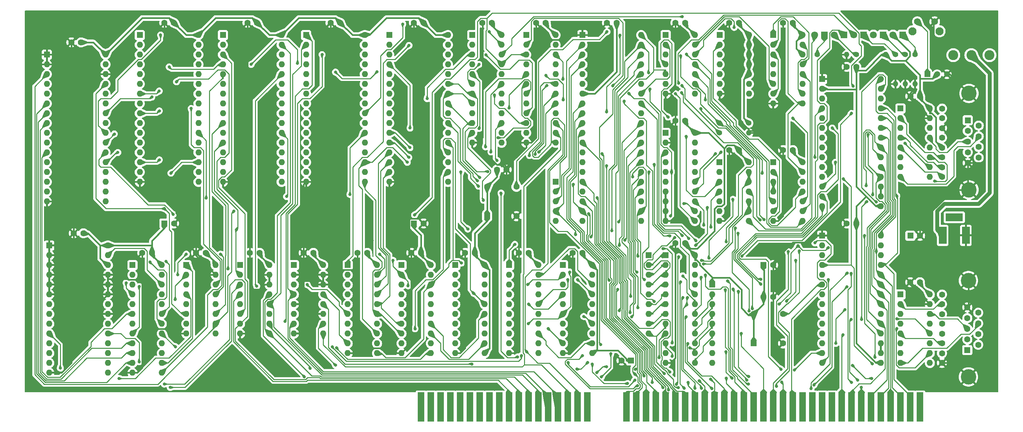
<source format=gbl>
G04 #@! TF.GenerationSoftware,KiCad,Pcbnew,7.0.7*
G04 #@! TF.CreationDate,2024-03-19T08:19:51-04:00*
G04 #@! TF.ProjectId,PCB - CPU V1,50434220-2d20-4435-9055-2056312e6b69,1.0*
G04 #@! TF.SameCoordinates,Original*
G04 #@! TF.FileFunction,Copper,L2,Bot*
G04 #@! TF.FilePolarity,Positive*
%FSLAX46Y46*%
G04 Gerber Fmt 4.6, Leading zero omitted, Abs format (unit mm)*
G04 Created by KiCad (PCBNEW 7.0.7) date 2024-03-19 08:19:51*
%MOMM*%
%LPD*%
G01*
G04 APERTURE LIST*
G04 #@! TA.AperFunction,ComponentPad*
%ADD10O,1.600000X1.600000*%
G04 #@! TD*
G04 #@! TA.AperFunction,ComponentPad*
%ADD11R,1.600000X1.600000*%
G04 #@! TD*
G04 #@! TA.AperFunction,ComponentPad*
%ADD12C,1.400000*%
G04 #@! TD*
G04 #@! TA.AperFunction,ComponentPad*
%ADD13O,1.400000X1.400000*%
G04 #@! TD*
G04 #@! TA.AperFunction,ComponentPad*
%ADD14C,1.600000*%
G04 #@! TD*
G04 #@! TA.AperFunction,ComponentPad*
%ADD15R,2.000000X4.500000*%
G04 #@! TD*
G04 #@! TA.AperFunction,ComponentPad*
%ADD16R,4.500000X2.000000*%
G04 #@! TD*
G04 #@! TA.AperFunction,ComponentPad*
%ADD17C,4.000000*%
G04 #@! TD*
G04 #@! TA.AperFunction,ComponentPad*
%ADD18R,1.800000X1.800000*%
G04 #@! TD*
G04 #@! TA.AperFunction,ComponentPad*
%ADD19C,1.800000*%
G04 #@! TD*
G04 #@! TA.AperFunction,ComponentPad*
%ADD20R,1.500000X1.500000*%
G04 #@! TD*
G04 #@! TA.AperFunction,ComponentPad*
%ADD21C,1.500000*%
G04 #@! TD*
G04 #@! TA.AperFunction,ComponentPad*
%ADD22C,2.100000*%
G04 #@! TD*
G04 #@! TA.AperFunction,ComponentPad*
%ADD23C,1.750000*%
G04 #@! TD*
G04 #@! TA.AperFunction,ConnectorPad*
%ADD24R,1.780000X7.620000*%
G04 #@! TD*
G04 #@! TA.AperFunction,ComponentPad*
%ADD25C,2.600000*%
G04 #@! TD*
G04 #@! TA.AperFunction,ViaPad*
%ADD26C,0.800000*%
G04 #@! TD*
G04 #@! TA.AperFunction,Conductor*
%ADD27C,0.450000*%
G04 #@! TD*
G04 #@! TA.AperFunction,Conductor*
%ADD28C,0.250000*%
G04 #@! TD*
G04 #@! TA.AperFunction,Conductor*
%ADD29C,1.000000*%
G04 #@! TD*
G04 APERTURE END LIST*
D10*
X139065000Y-58420000D03*
X139065000Y-60960000D03*
X139065000Y-63500000D03*
X139065000Y-66040000D03*
X139065000Y-68580000D03*
X139065000Y-71120000D03*
X139065000Y-73660000D03*
X139065000Y-76200000D03*
X139065000Y-78740000D03*
X139065000Y-81280000D03*
X139065000Y-83820000D03*
X139065000Y-86360000D03*
X139065000Y-88900000D03*
X139065000Y-91440000D03*
X139065000Y-93980000D03*
X139065000Y-96520000D03*
X123825000Y-96520000D03*
X123825000Y-93980000D03*
X123825000Y-91440000D03*
X123825000Y-88900000D03*
X123825000Y-86360000D03*
X123825000Y-83820000D03*
X123825000Y-81280000D03*
X123825000Y-78740000D03*
X123825000Y-76200000D03*
X123825000Y-73660000D03*
X123825000Y-71120000D03*
X123825000Y-68580000D03*
X123825000Y-66040000D03*
X123825000Y-63500000D03*
X123825000Y-60960000D03*
D11*
X123825000Y-58420000D03*
D12*
X323850000Y-58420000D03*
D13*
X331470000Y-58420000D03*
D14*
X356235000Y-125750000D03*
X356235000Y-128250000D03*
D11*
X169545000Y-53340000D03*
D10*
X169545000Y-55880000D03*
X169545000Y-58420000D03*
X169545000Y-60960000D03*
X169545000Y-63500000D03*
X169545000Y-66040000D03*
X169545000Y-68580000D03*
X169545000Y-71120000D03*
X169545000Y-73660000D03*
X169545000Y-76200000D03*
X169545000Y-78740000D03*
X169545000Y-81280000D03*
X169545000Y-83820000D03*
X169545000Y-86360000D03*
X169545000Y-88900000D03*
X169545000Y-91440000D03*
X184785000Y-91440000D03*
X184785000Y-88900000D03*
X184785000Y-86360000D03*
X184785000Y-83820000D03*
X184785000Y-81280000D03*
X184785000Y-78740000D03*
X184785000Y-76200000D03*
X184785000Y-73660000D03*
X184785000Y-71120000D03*
X184785000Y-68580000D03*
X184785000Y-66040000D03*
X184785000Y-63500000D03*
X184785000Y-60960000D03*
X184785000Y-58420000D03*
X184785000Y-55880000D03*
X184785000Y-53340000D03*
D14*
X239375000Y-50165000D03*
X236875000Y-50165000D03*
X234930000Y-109855000D03*
X232430000Y-109855000D03*
X333990000Y-102235000D03*
X331490000Y-102235000D03*
D11*
X275525100Y-137795000D03*
D14*
X273025100Y-137795000D03*
X179050000Y-109855000D03*
X176550000Y-109855000D03*
D11*
X147955000Y-53340000D03*
D10*
X147955000Y-55880000D03*
X147955000Y-58420000D03*
X147955000Y-60960000D03*
X147955000Y-63500000D03*
X147955000Y-66040000D03*
X147955000Y-68580000D03*
X147955000Y-71120000D03*
X147955000Y-73660000D03*
X147955000Y-76200000D03*
X147955000Y-78740000D03*
X147955000Y-81280000D03*
X147955000Y-83820000D03*
X147955000Y-86360000D03*
X147955000Y-88900000D03*
X147955000Y-91440000D03*
X163195000Y-91440000D03*
X163195000Y-88900000D03*
X163195000Y-86360000D03*
X163195000Y-83820000D03*
X163195000Y-81280000D03*
X163195000Y-78740000D03*
X163195000Y-76200000D03*
X163195000Y-73660000D03*
X163195000Y-71120000D03*
X163195000Y-68580000D03*
X163195000Y-66040000D03*
X163195000Y-63500000D03*
X163195000Y-60960000D03*
X163195000Y-58420000D03*
X163195000Y-55880000D03*
X163195000Y-53340000D03*
D14*
X317480000Y-50165000D03*
X314980000Y-50165000D03*
D15*
X356410000Y-105325000D03*
X362410000Y-105325000D03*
D16*
X359410000Y-100625000D03*
D14*
X356235000Y-135910000D03*
X356235000Y-138410000D03*
D17*
X363220000Y-93490000D03*
X363220000Y-68490000D03*
D11*
X362920000Y-75450000D03*
D14*
X362920000Y-78220000D03*
X362920000Y-80990000D03*
X362920000Y-83760000D03*
X362920000Y-86530000D03*
X365760000Y-76835000D03*
X365760000Y-79605000D03*
X365760000Y-82375000D03*
X365760000Y-85145000D03*
X271760000Y-50165000D03*
X269260000Y-50165000D03*
D11*
X257810000Y-113030000D03*
D10*
X257810000Y-115570000D03*
X257810000Y-118110000D03*
X257810000Y-120650000D03*
X257810000Y-123190000D03*
X257810000Y-125730000D03*
X257810000Y-128270000D03*
X257810000Y-130810000D03*
X257810000Y-133350000D03*
X257810000Y-135890000D03*
X265430000Y-135890000D03*
X265430000Y-133350000D03*
X265430000Y-130810000D03*
X265430000Y-128270000D03*
X265430000Y-125730000D03*
X265430000Y-123190000D03*
X265430000Y-120650000D03*
X265430000Y-118110000D03*
X265430000Y-115570000D03*
X265430000Y-113030000D03*
D14*
X193020000Y-109855000D03*
X190520000Y-109855000D03*
D12*
X298450000Y-78740000D03*
D13*
X306070000Y-78740000D03*
D18*
X335895000Y-53340000D03*
D19*
X333355000Y-53340000D03*
D11*
X284480000Y-53340000D03*
D10*
X284480000Y-55880000D03*
X284480000Y-58420000D03*
X284480000Y-60960000D03*
X284480000Y-63500000D03*
X284480000Y-66040000D03*
X284480000Y-68580000D03*
X292100000Y-68580000D03*
X292100000Y-66040000D03*
X292100000Y-63500000D03*
X292100000Y-60960000D03*
X292100000Y-58420000D03*
X292100000Y-55880000D03*
X292100000Y-53340000D03*
D14*
X151110000Y-109855000D03*
X148610000Y-109855000D03*
X289540000Y-107315000D03*
X287040000Y-107315000D03*
D11*
X201930000Y-113030000D03*
D10*
X201930000Y-115570000D03*
X201930000Y-118110000D03*
X201930000Y-120650000D03*
X201930000Y-123190000D03*
X201930000Y-125730000D03*
X201930000Y-128270000D03*
X201930000Y-130810000D03*
X201930000Y-133350000D03*
X201930000Y-135890000D03*
X209550000Y-135890000D03*
X209550000Y-133350000D03*
X209550000Y-130810000D03*
X209550000Y-128270000D03*
X209550000Y-125730000D03*
X209550000Y-123190000D03*
X209550000Y-120650000D03*
X209550000Y-118110000D03*
X209550000Y-115570000D03*
X209550000Y-113030000D03*
D11*
X312420000Y-53340000D03*
D10*
X312420000Y-55880000D03*
X312420000Y-58420000D03*
X312420000Y-60960000D03*
X312420000Y-63500000D03*
X312420000Y-66040000D03*
X312420000Y-68580000D03*
X312420000Y-71120000D03*
X320040000Y-71120000D03*
X320040000Y-68580000D03*
X320040000Y-66040000D03*
X320040000Y-63500000D03*
X320040000Y-60960000D03*
X320040000Y-58420000D03*
X320040000Y-55880000D03*
X320040000Y-53340000D03*
D18*
X330815000Y-53340000D03*
D19*
X328275000Y-53340000D03*
D11*
X280035000Y-110490000D03*
D10*
X280035000Y-113030000D03*
X280035000Y-115570000D03*
X280035000Y-118110000D03*
X280035000Y-120650000D03*
X280035000Y-123190000D03*
X280035000Y-125730000D03*
X280035000Y-128270000D03*
X280035000Y-130810000D03*
D14*
X356235000Y-87650000D03*
X356235000Y-90150000D03*
X178415000Y-50165000D03*
X175915000Y-50165000D03*
X248900000Y-109855000D03*
X246400000Y-109855000D03*
D11*
X298450000Y-86360000D03*
D10*
X298450000Y-88900000D03*
X298450000Y-91440000D03*
X298450000Y-93980000D03*
X298450000Y-96520000D03*
X298450000Y-99060000D03*
X298450000Y-101600000D03*
X306070000Y-101600000D03*
X306070000Y-99060000D03*
X306070000Y-96520000D03*
X306070000Y-93980000D03*
X306070000Y-91440000D03*
X306070000Y-88900000D03*
X306070000Y-86360000D03*
D11*
X173990000Y-113030000D03*
D10*
X173990000Y-115570000D03*
X173990000Y-118110000D03*
X173990000Y-120650000D03*
X173990000Y-123190000D03*
X173990000Y-125730000D03*
X173990000Y-128270000D03*
X173990000Y-130810000D03*
X181610000Y-130810000D03*
X181610000Y-128270000D03*
X181610000Y-125730000D03*
X181610000Y-123190000D03*
X181610000Y-120650000D03*
X181610000Y-118110000D03*
X181610000Y-115570000D03*
X181610000Y-113030000D03*
D14*
X289540000Y-50165000D03*
X287040000Y-50165000D03*
X220960000Y-109855000D03*
X218460000Y-109855000D03*
D18*
X346055000Y-53340000D03*
D19*
X343515000Y-53340000D03*
D11*
X229870000Y-113030000D03*
D10*
X229870000Y-115570000D03*
X229870000Y-118110000D03*
X229870000Y-120650000D03*
X229870000Y-123190000D03*
X229870000Y-125730000D03*
X229870000Y-128270000D03*
X229870000Y-130810000D03*
X229870000Y-133350000D03*
X229870000Y-135890000D03*
X237490000Y-135890000D03*
X237490000Y-133350000D03*
X237490000Y-130810000D03*
X237490000Y-128270000D03*
X237490000Y-125730000D03*
X237490000Y-123190000D03*
X237490000Y-120650000D03*
X237490000Y-118110000D03*
X237490000Y-115570000D03*
X237490000Y-113030000D03*
D18*
X340975000Y-53340000D03*
D19*
X338435000Y-53340000D03*
D14*
X132695000Y-55245000D03*
X130195000Y-55245000D03*
X309900000Y-121285000D03*
X312400000Y-121285000D03*
D11*
X307340000Y-133350000D03*
D14*
X314960000Y-133350000D03*
X314960000Y-125730000D03*
X307340000Y-125730000D03*
D20*
X352415000Y-63500000D03*
D21*
X354955000Y-63500000D03*
X357495000Y-63500000D03*
D14*
X156825000Y-50165000D03*
X154325000Y-50165000D03*
D11*
X160020000Y-113030000D03*
D10*
X160020000Y-115570000D03*
X160020000Y-118110000D03*
X160020000Y-120650000D03*
X160020000Y-123190000D03*
X160020000Y-125730000D03*
X160020000Y-128270000D03*
X160020000Y-130810000D03*
X167640000Y-130810000D03*
X167640000Y-128270000D03*
X167640000Y-125730000D03*
X167640000Y-123190000D03*
X167640000Y-120650000D03*
X167640000Y-118110000D03*
X167640000Y-115570000D03*
X167640000Y-113030000D03*
D14*
X356235000Y-130830000D03*
X356235000Y-133330000D03*
X133330000Y-104775000D03*
X130830000Y-104775000D03*
D11*
X345440000Y-72390000D03*
D10*
X345440000Y-74930000D03*
X345440000Y-77470000D03*
X345440000Y-80010000D03*
X345440000Y-82550000D03*
X345440000Y-85090000D03*
X345440000Y-87630000D03*
X345440000Y-90170000D03*
X353060000Y-90170000D03*
X353060000Y-87630000D03*
X353060000Y-85090000D03*
X353060000Y-82550000D03*
X353060000Y-80010000D03*
X353060000Y-77470000D03*
X353060000Y-74930000D03*
X353060000Y-72390000D03*
D11*
X187960000Y-113020000D03*
D10*
X187960000Y-115560000D03*
X187960000Y-118100000D03*
X187960000Y-120640000D03*
X187960000Y-123180000D03*
X187960000Y-125720000D03*
X187960000Y-128260000D03*
X187960000Y-130800000D03*
X195580000Y-130800000D03*
X195580000Y-128260000D03*
X195580000Y-125720000D03*
X195580000Y-123180000D03*
X195580000Y-120640000D03*
X195580000Y-118100000D03*
X195580000Y-115560000D03*
X195580000Y-113020000D03*
D14*
X253345000Y-50165000D03*
X250845000Y-50165000D03*
X303510000Y-83185000D03*
X301010000Y-83185000D03*
D11*
X219139900Y-102235000D03*
D14*
X221639900Y-102235000D03*
X356235000Y-79990000D03*
X356235000Y-77490000D03*
X350520000Y-69215000D03*
X348020000Y-69215000D03*
D11*
X191135000Y-53340000D03*
D10*
X191135000Y-55880000D03*
X191135000Y-58420000D03*
X191135000Y-60960000D03*
X191135000Y-63500000D03*
X191135000Y-66040000D03*
X191135000Y-68580000D03*
X191135000Y-71120000D03*
X191135000Y-73660000D03*
X191135000Y-76200000D03*
X191135000Y-78740000D03*
X191135000Y-81280000D03*
X191135000Y-83820000D03*
X191135000Y-86360000D03*
X191135000Y-88900000D03*
X191135000Y-91440000D03*
X206375000Y-91440000D03*
X206375000Y-88900000D03*
X206375000Y-86360000D03*
X206375000Y-83820000D03*
X206375000Y-81280000D03*
X206375000Y-78740000D03*
X206375000Y-76200000D03*
X206375000Y-73660000D03*
X206375000Y-71120000D03*
X206375000Y-68580000D03*
X206375000Y-66040000D03*
X206375000Y-63500000D03*
X206375000Y-60960000D03*
X206375000Y-58420000D03*
X206375000Y-55880000D03*
X206375000Y-53340000D03*
D14*
X356235000Y-120670000D03*
X356235000Y-123170000D03*
X350500000Y-117475000D03*
X348000000Y-117475000D03*
D12*
X346710000Y-58420000D03*
D13*
X346710000Y-66040000D03*
D22*
X348580000Y-52351500D03*
X355590000Y-52351500D03*
D23*
X349830000Y-49861500D03*
X354330000Y-49861500D03*
D11*
X325115000Y-64755000D03*
D10*
X325115000Y-67295000D03*
X325115000Y-69835000D03*
X325115000Y-72375000D03*
X325115000Y-74915000D03*
X325115000Y-77455000D03*
X325115000Y-79995000D03*
X325115000Y-82535000D03*
X325115000Y-85075000D03*
X325115000Y-87615000D03*
X325115000Y-90155000D03*
X325115000Y-92695000D03*
X325115000Y-95235000D03*
X325115000Y-97775000D03*
X340355000Y-97775000D03*
X340355000Y-95235000D03*
X340355000Y-92695000D03*
X340355000Y-90155000D03*
X340355000Y-87615000D03*
X340355000Y-85075000D03*
X340355000Y-82535000D03*
X340355000Y-79995000D03*
X340355000Y-77455000D03*
X340355000Y-74915000D03*
X340355000Y-72375000D03*
X340355000Y-69835000D03*
X340355000Y-67295000D03*
X340355000Y-64755000D03*
D14*
X356235000Y-82570000D03*
X356235000Y-85070000D03*
D18*
X325735000Y-53340000D03*
D19*
X323195000Y-53340000D03*
D14*
X333990000Y-61595000D03*
X331490000Y-61595000D03*
D17*
X363094700Y-142050000D03*
X363094700Y-117050000D03*
D11*
X362794700Y-135090000D03*
D14*
X362794700Y-132320000D03*
X362794700Y-129550000D03*
X362794700Y-126780000D03*
X362794700Y-124010000D03*
X365634700Y-133705000D03*
X365634700Y-130935000D03*
X365634700Y-128165000D03*
X365634700Y-125395000D03*
D11*
X243840000Y-113030000D03*
D10*
X243840000Y-115570000D03*
X243840000Y-118110000D03*
X243840000Y-120650000D03*
X243840000Y-123190000D03*
X243840000Y-125730000D03*
X243840000Y-128270000D03*
X243840000Y-130810000D03*
X243840000Y-133350000D03*
X243840000Y-135890000D03*
X251460000Y-135890000D03*
X251460000Y-133350000D03*
X251460000Y-130810000D03*
X251460000Y-128270000D03*
X251460000Y-125730000D03*
X251460000Y-123190000D03*
X251460000Y-120650000D03*
X251460000Y-118110000D03*
X251460000Y-115570000D03*
X251460000Y-113030000D03*
D11*
X298490000Y-53340000D03*
D10*
X298490000Y-55880000D03*
X298490000Y-58420000D03*
X298490000Y-60960000D03*
X298490000Y-63500000D03*
X298490000Y-66040000D03*
X298490000Y-68580000D03*
X306110000Y-68580000D03*
X306110000Y-66040000D03*
X306110000Y-63500000D03*
X306110000Y-60960000D03*
X306110000Y-58420000D03*
X306110000Y-55880000D03*
X306110000Y-53340000D03*
D14*
X199985000Y-50165000D03*
X197485000Y-50165000D03*
D12*
X349250000Y-58420000D03*
D13*
X349250000Y-66040000D03*
D14*
X165080000Y-109855000D03*
X162580000Y-109855000D03*
D11*
X255905000Y-91440000D03*
D10*
X255905000Y-93980000D03*
X255905000Y-96520000D03*
X255905000Y-99060000D03*
X255905000Y-101600000D03*
D11*
X215900000Y-113030000D03*
D10*
X215900000Y-115570000D03*
X215900000Y-118110000D03*
X215900000Y-120650000D03*
X215900000Y-123190000D03*
X215900000Y-125730000D03*
X215900000Y-128270000D03*
X215900000Y-130810000D03*
X215900000Y-133350000D03*
X215900000Y-135890000D03*
X223520000Y-135890000D03*
X223520000Y-133350000D03*
X223520000Y-130810000D03*
X223520000Y-128270000D03*
X223520000Y-125730000D03*
X223520000Y-123190000D03*
X223520000Y-120650000D03*
X223520000Y-118110000D03*
X223520000Y-115570000D03*
X223520000Y-113030000D03*
D11*
X284440000Y-78740000D03*
D10*
X284440000Y-81280000D03*
X284440000Y-83820000D03*
X284440000Y-86360000D03*
X284440000Y-88900000D03*
X284440000Y-91440000D03*
X284440000Y-93980000D03*
X284440000Y-96520000D03*
X284440000Y-99060000D03*
X284440000Y-101600000D03*
X292060000Y-101600000D03*
X292060000Y-99060000D03*
X292060000Y-96520000D03*
X292060000Y-93980000D03*
X292060000Y-91440000D03*
X292060000Y-88900000D03*
X292060000Y-86360000D03*
X292060000Y-83820000D03*
X292060000Y-81280000D03*
X292060000Y-78740000D03*
D11*
X146050000Y-113030000D03*
D10*
X146050000Y-115570000D03*
X146050000Y-118110000D03*
X146050000Y-120650000D03*
X146050000Y-123190000D03*
X146050000Y-125730000D03*
X146050000Y-128270000D03*
X146050000Y-130810000D03*
X146050000Y-133350000D03*
X146050000Y-135890000D03*
X146050000Y-138430000D03*
X146050000Y-140970000D03*
X153670000Y-140970000D03*
X153670000Y-138430000D03*
X153670000Y-135890000D03*
X153670000Y-133350000D03*
X153670000Y-130810000D03*
X153670000Y-128270000D03*
X153670000Y-125730000D03*
X153670000Y-123190000D03*
X153670000Y-120650000D03*
X153670000Y-118110000D03*
X153670000Y-115570000D03*
X153670000Y-113030000D03*
D11*
X262890000Y-53340000D03*
D10*
X262890000Y-55880000D03*
X262890000Y-58420000D03*
X262890000Y-60960000D03*
X262890000Y-63500000D03*
X262890000Y-66040000D03*
X262890000Y-68580000D03*
X262890000Y-71120000D03*
X262890000Y-73660000D03*
X262890000Y-76200000D03*
X262890000Y-78740000D03*
X262890000Y-81280000D03*
X262890000Y-83820000D03*
X262890000Y-86360000D03*
X262890000Y-88900000D03*
X262890000Y-91440000D03*
X262890000Y-93980000D03*
X262890000Y-96520000D03*
X262890000Y-99060000D03*
X262890000Y-101600000D03*
X278130000Y-101600000D03*
X278130000Y-99060000D03*
X278130000Y-96520000D03*
X278130000Y-93980000D03*
X278130000Y-91440000D03*
X278130000Y-88900000D03*
X278130000Y-86360000D03*
X278130000Y-83820000D03*
X278130000Y-81280000D03*
X278130000Y-78740000D03*
X278130000Y-76200000D03*
X278130000Y-73660000D03*
X278130000Y-71120000D03*
X278130000Y-68580000D03*
X278130000Y-66040000D03*
X278130000Y-63500000D03*
X278130000Y-60960000D03*
X278130000Y-58420000D03*
X278130000Y-55880000D03*
X278130000Y-53340000D03*
D11*
X348020000Y-105410000D03*
D14*
X350520000Y-105410000D03*
X289540000Y-75565000D03*
X287040000Y-75565000D03*
D11*
X325115000Y-105395000D03*
D10*
X325115000Y-107935000D03*
X325115000Y-110475000D03*
X325115000Y-113015000D03*
X325115000Y-115555000D03*
X325115000Y-118095000D03*
X325115000Y-120635000D03*
X325115000Y-123175000D03*
X325115000Y-125715000D03*
X325115000Y-128255000D03*
X325115000Y-130795000D03*
X325115000Y-133335000D03*
X325115000Y-135875000D03*
X325115000Y-138415000D03*
X340355000Y-138415000D03*
X340355000Y-135875000D03*
X340355000Y-133335000D03*
X340355000Y-130795000D03*
X340355000Y-128255000D03*
X340355000Y-125715000D03*
X340355000Y-123175000D03*
X340355000Y-120635000D03*
X340355000Y-118095000D03*
X340355000Y-115555000D03*
X340355000Y-113015000D03*
X340355000Y-110475000D03*
X340355000Y-107935000D03*
X340355000Y-105395000D03*
D24*
X220980000Y-149860000D03*
X223520000Y-149860000D03*
X226060000Y-149860000D03*
X228600000Y-149860000D03*
X231140000Y-149860000D03*
X233680000Y-149860000D03*
X236220000Y-149860000D03*
X238760000Y-149860000D03*
X241300000Y-149860000D03*
X243840000Y-149860000D03*
X246380000Y-149860000D03*
X248920000Y-149860000D03*
X251460000Y-149860000D03*
X254000000Y-149860000D03*
X256540000Y-149860000D03*
X259080000Y-149860000D03*
X261620000Y-149860000D03*
X264160000Y-149860000D03*
X274320000Y-149860000D03*
X276860000Y-149860000D03*
X279400000Y-149860000D03*
X281940000Y-149860000D03*
X284480000Y-149860000D03*
X287020000Y-149860000D03*
X289560000Y-149860000D03*
X292100000Y-149860000D03*
X294640000Y-149860000D03*
X297180000Y-149860000D03*
X299720000Y-149860000D03*
X302260000Y-149860000D03*
X304800000Y-149860000D03*
X307340000Y-149860000D03*
X309880000Y-149860000D03*
X312420000Y-149860000D03*
X314960000Y-149860000D03*
X317500000Y-149860000D03*
X320040000Y-149860000D03*
X322580000Y-149860000D03*
X325120000Y-149860000D03*
X327660000Y-149860000D03*
X330200000Y-149860000D03*
X332740000Y-149860000D03*
X335280000Y-149860000D03*
X337820000Y-149860000D03*
X340360000Y-149860000D03*
X342900000Y-149860000D03*
X345440000Y-149860000D03*
X347980000Y-149860000D03*
X350520000Y-149860000D03*
D14*
X356235000Y-72410000D03*
X356235000Y-74910000D03*
D25*
X359155000Y-58549000D03*
X363855000Y-58549000D03*
X368555000Y-58549000D03*
D14*
X206990000Y-109855000D03*
X204490000Y-109855000D03*
D11*
X212725000Y-53340000D03*
D10*
X212725000Y-55880000D03*
X212725000Y-58420000D03*
X212725000Y-60960000D03*
X212725000Y-63500000D03*
X212725000Y-66040000D03*
X212725000Y-68580000D03*
X212725000Y-71120000D03*
X212725000Y-73660000D03*
X212725000Y-76200000D03*
X212725000Y-78740000D03*
X212725000Y-81280000D03*
X212725000Y-83820000D03*
X212725000Y-86360000D03*
X212725000Y-88900000D03*
X212725000Y-91440000D03*
X227965000Y-91440000D03*
X227965000Y-88900000D03*
X227965000Y-86360000D03*
X227965000Y-83820000D03*
X227965000Y-81280000D03*
X227965000Y-78740000D03*
X227965000Y-76200000D03*
X227965000Y-73660000D03*
X227965000Y-71120000D03*
X227965000Y-68580000D03*
X227965000Y-66040000D03*
X227965000Y-63500000D03*
X227965000Y-60960000D03*
X227965000Y-58420000D03*
X227965000Y-55880000D03*
X227965000Y-53340000D03*
D14*
X317480000Y-83185000D03*
X314980000Y-83185000D03*
D11*
X312420000Y-86360000D03*
D10*
X312420000Y-88900000D03*
X312420000Y-91440000D03*
X312420000Y-93980000D03*
X312420000Y-96520000D03*
X312420000Y-99060000D03*
X312420000Y-101600000D03*
X320040000Y-101600000D03*
X320040000Y-99060000D03*
X320040000Y-96520000D03*
X320040000Y-93980000D03*
X320040000Y-91440000D03*
X320040000Y-88900000D03*
X320040000Y-86360000D03*
D14*
X221615000Y-50165000D03*
X219115000Y-50165000D03*
X240685000Y-88265000D03*
X243185000Y-88265000D03*
X303510000Y-50165000D03*
X301010000Y-50165000D03*
D11*
X124455000Y-107935000D03*
D10*
X124455000Y-110475000D03*
X124455000Y-113015000D03*
X124455000Y-115555000D03*
X124455000Y-118095000D03*
X124455000Y-120635000D03*
X124455000Y-123175000D03*
X124455000Y-125715000D03*
X124455000Y-128255000D03*
X124455000Y-130795000D03*
X124455000Y-133335000D03*
X124455000Y-135875000D03*
X124455000Y-138415000D03*
X124455000Y-140955000D03*
X139695000Y-140955000D03*
X139695000Y-138415000D03*
X139695000Y-135875000D03*
X139695000Y-133335000D03*
X139695000Y-130795000D03*
X139695000Y-128255000D03*
X139695000Y-125715000D03*
X139695000Y-123175000D03*
X139695000Y-120635000D03*
X139695000Y-118095000D03*
X139695000Y-115555000D03*
X139695000Y-113015000D03*
X139695000Y-110475000D03*
X139695000Y-107935000D03*
D11*
X154345000Y-102235000D03*
D14*
X156845000Y-102235000D03*
D11*
X284480000Y-110490000D03*
D10*
X284480000Y-113030000D03*
X284480000Y-115570000D03*
X284480000Y-118110000D03*
X284480000Y-120650000D03*
X284480000Y-123190000D03*
X284480000Y-125730000D03*
X284480000Y-128270000D03*
X284480000Y-130810000D03*
X284480000Y-133350000D03*
X284480000Y-135890000D03*
X284480000Y-138430000D03*
X292100000Y-138430000D03*
X292100000Y-135890000D03*
X292100000Y-133350000D03*
X292100000Y-130810000D03*
X292100000Y-128270000D03*
X292100000Y-125730000D03*
X292100000Y-123190000D03*
X292100000Y-120650000D03*
X292100000Y-118110000D03*
X292100000Y-115570000D03*
X292100000Y-113030000D03*
X292100000Y-110490000D03*
D12*
X344170000Y-58420000D03*
D13*
X344170000Y-66040000D03*
D11*
X309880000Y-113030000D03*
D14*
X312380000Y-113030000D03*
D11*
X248285000Y-53340000D03*
D10*
X248285000Y-55880000D03*
X248285000Y-58420000D03*
X248285000Y-60960000D03*
X248285000Y-63500000D03*
X248285000Y-66040000D03*
X248285000Y-68580000D03*
X248285000Y-71120000D03*
X248285000Y-73660000D03*
X248285000Y-76200000D03*
X248285000Y-78740000D03*
X248285000Y-81280000D03*
X255905000Y-81280000D03*
X255905000Y-78740000D03*
X255905000Y-76200000D03*
X255905000Y-73660000D03*
X255905000Y-71120000D03*
X255905000Y-68580000D03*
X255905000Y-66040000D03*
X255905000Y-63500000D03*
X255905000Y-60960000D03*
X255905000Y-58420000D03*
X255905000Y-55880000D03*
X255905000Y-53340000D03*
D12*
X334010000Y-58420000D03*
D13*
X341630000Y-58420000D03*
D11*
X345450000Y-120640000D03*
D10*
X345450000Y-123180000D03*
X345450000Y-125720000D03*
X345450000Y-128260000D03*
X345450000Y-130800000D03*
X345450000Y-133340000D03*
X345450000Y-135880000D03*
X345450000Y-138420000D03*
X353070000Y-138420000D03*
X353070000Y-135880000D03*
X353070000Y-133340000D03*
X353070000Y-130800000D03*
X353070000Y-128260000D03*
X353070000Y-125720000D03*
X353070000Y-123180000D03*
X353070000Y-120640000D03*
D14*
X262870000Y-109855000D03*
X260370000Y-109855000D03*
D11*
X296545000Y-118110000D03*
D10*
X296545000Y-120650000D03*
X296545000Y-123190000D03*
X296545000Y-125730000D03*
X296545000Y-128270000D03*
X296545000Y-130810000D03*
X296545000Y-133350000D03*
X296545000Y-135890000D03*
X296545000Y-138430000D03*
D11*
X238125000Y-100330000D03*
D14*
X245745000Y-100330000D03*
X245745000Y-92710000D03*
X238125000Y-92710000D03*
D11*
X234270000Y-53335000D03*
D10*
X234270000Y-55875000D03*
X234270000Y-58415000D03*
X234270000Y-60955000D03*
X234270000Y-63495000D03*
X234270000Y-66035000D03*
X234270000Y-68575000D03*
X234270000Y-71115000D03*
X234270000Y-73655000D03*
X234270000Y-76195000D03*
X234270000Y-78735000D03*
X234270000Y-81275000D03*
X241890000Y-81275000D03*
X241890000Y-78735000D03*
X241890000Y-76195000D03*
X241890000Y-73655000D03*
X241890000Y-71115000D03*
X241890000Y-68575000D03*
X241890000Y-66035000D03*
X241890000Y-63495000D03*
X241890000Y-60955000D03*
X241890000Y-58415000D03*
X241890000Y-55875000D03*
X241890000Y-53335000D03*
D12*
X306070000Y-76200000D03*
D13*
X298450000Y-76200000D03*
D26*
X319405000Y-135255000D03*
X161925000Y-97155000D03*
X336550000Y-60325000D03*
X241300000Y-92710000D03*
X290195000Y-53340000D03*
X252095000Y-93980000D03*
X220980000Y-53340000D03*
X232410000Y-144145000D03*
X308610000Y-55245000D03*
X309245000Y-68580000D03*
X318135000Y-80645000D03*
X208280000Y-106680000D03*
X168275000Y-140970000D03*
X269240000Y-55880000D03*
X266065000Y-64770000D03*
X309245000Y-57785000D03*
X225425000Y-78105000D03*
X252730000Y-55880000D03*
X304165000Y-62230000D03*
X367665000Y-49530000D03*
X215265000Y-109855000D03*
X181610000Y-106680000D03*
X269240000Y-58420000D03*
X224155000Y-60960000D03*
X255270000Y-110490000D03*
X281940000Y-52705000D03*
X220345000Y-135890000D03*
X238760000Y-109855000D03*
X329565000Y-111125000D03*
X217805000Y-79375000D03*
X274320000Y-58420000D03*
X151765000Y-95250000D03*
X274955000Y-55880000D03*
X266700000Y-60960000D03*
X312420000Y-135255000D03*
X252095000Y-99060000D03*
X304165000Y-58420000D03*
X309245000Y-63500000D03*
X285115000Y-71120000D03*
X198755000Y-109855000D03*
X321945000Y-127635000D03*
X233680000Y-95885000D03*
X207645000Y-97155000D03*
X367030000Y-105410000D03*
X353695000Y-113665000D03*
X252095000Y-58420000D03*
X327660000Y-95885000D03*
X135255000Y-99695000D03*
X304165000Y-55880000D03*
X328295000Y-68580000D03*
X161925000Y-104140000D03*
X245745000Y-96520000D03*
X252095000Y-106045000D03*
X227965000Y-106045000D03*
X227965000Y-101600000D03*
X220980000Y-87630000D03*
X233680000Y-101600000D03*
X168275000Y-102235000D03*
X224155000Y-109855000D03*
X275590000Y-53340000D03*
X233680000Y-105410000D03*
X251460000Y-96520000D03*
X250190000Y-86995000D03*
X128270000Y-130175000D03*
X220980000Y-58420000D03*
X240030000Y-62865000D03*
X224155000Y-55880000D03*
X327660000Y-142240000D03*
X313690000Y-74930000D03*
X327660000Y-60960000D03*
X310026154Y-101229884D03*
X288401300Y-58737500D03*
X323229900Y-107265600D03*
X266687890Y-95567500D03*
X283752100Y-144855400D03*
X294267100Y-112732000D03*
X264512094Y-99656788D03*
X269790000Y-116995000D03*
X261062600Y-105131500D03*
X288650200Y-68298000D03*
X300199700Y-106987300D03*
X303363700Y-119817400D03*
X272288300Y-101820400D03*
X306070000Y-141926100D03*
X285207500Y-145428400D03*
X272041400Y-119369700D03*
X315835200Y-122377700D03*
X337984000Y-142432300D03*
X318249200Y-111832600D03*
X286856700Y-105884100D03*
X332986900Y-139055000D03*
X288332300Y-117367100D03*
X289321600Y-144982500D03*
X292058300Y-144965700D03*
X332740000Y-73660000D03*
X288923700Y-121464600D03*
X304243400Y-110733000D03*
X290120200Y-121490500D03*
X293747900Y-144964900D03*
X289973000Y-123315400D03*
X289816700Y-126471400D03*
X296471900Y-145045304D03*
X287799400Y-144830900D03*
X282800600Y-137029900D03*
X290740200Y-134504600D03*
X266632000Y-140900800D03*
X269098600Y-139396900D03*
X270229600Y-136039900D03*
X267783500Y-142052300D03*
X286189200Y-136699600D03*
X338135800Y-138648200D03*
X245326100Y-107660900D03*
X330597700Y-90664500D03*
X323215000Y-85090000D03*
X294787500Y-70123600D03*
X270510000Y-104140000D03*
X313962000Y-123169200D03*
X301699800Y-142344700D03*
X286980700Y-68521400D03*
X318853900Y-108025600D03*
X300163900Y-135508800D03*
X339188300Y-96686400D03*
X326693200Y-108495000D03*
X287891500Y-65802300D03*
X332740000Y-143510000D03*
X302260100Y-51345000D03*
X332641200Y-115159500D03*
X269243400Y-52495500D03*
X316287900Y-109542600D03*
X240726100Y-85877900D03*
X172402500Y-99060000D03*
X155575000Y-61609000D03*
X188912506Y-60642500D03*
X299991300Y-119405900D03*
X237172500Y-96202500D03*
X176847494Y-60960000D03*
X218122500Y-77470000D03*
X262879200Y-136514200D03*
X290326400Y-143511500D03*
X198755000Y-62955014D03*
X236049986Y-60960000D03*
X209550000Y-62865000D03*
X253682500Y-66400300D03*
X267652500Y-133667500D03*
X277163400Y-144335000D03*
X269135800Y-87232900D03*
X236039300Y-77570200D03*
X267970000Y-84137500D03*
X153000350Y-67855000D03*
X240041421Y-68908921D03*
X222567500Y-69850000D03*
X237775861Y-58456381D03*
X161290000Y-72390004D03*
X153022550Y-73012550D03*
X147771300Y-118612400D03*
X243840000Y-72241800D03*
X309151600Y-116682100D03*
X276632500Y-140085761D03*
X326707510Y-116840000D03*
X240982500Y-80010000D03*
X218122500Y-82550000D03*
X217805000Y-85090000D03*
X157162500Y-122000400D03*
X317892800Y-140275200D03*
X314412100Y-140060200D03*
X237710700Y-82340200D03*
X276527400Y-141342700D03*
X170877604Y-114016600D03*
X330517504Y-131127500D03*
X337003347Y-79166347D03*
X248692530Y-118110000D03*
X272476800Y-107891500D03*
X153035000Y-85725000D03*
X275393500Y-121160600D03*
X338244000Y-94800600D03*
X259538900Y-114814500D03*
X273852000Y-106577900D03*
X334327500Y-142875000D03*
X336681900Y-96559000D03*
X332672600Y-127094900D03*
X335356900Y-127103613D03*
X248826500Y-128270000D03*
X335279993Y-144779993D03*
X254000000Y-129540000D03*
X275237400Y-125372800D03*
X336550000Y-92392500D03*
X219401100Y-129548596D03*
X297433700Y-84114200D03*
X275687300Y-126466500D03*
X298845900Y-83732700D03*
X156040500Y-89160500D03*
X277260800Y-124113800D03*
X217395900Y-86360000D03*
X294371000Y-102658400D03*
X277017200Y-114894700D03*
X339172300Y-109413000D03*
X234632500Y-120332500D03*
X344488600Y-95084600D03*
X231437500Y-112503900D03*
X277244000Y-110726100D03*
X289242500Y-97071700D03*
X142240000Y-83820000D03*
X295275000Y-98107506D03*
X156615780Y-99906677D03*
X292268000Y-107900600D03*
X141344500Y-79000500D03*
X283799300Y-108757400D03*
X235884100Y-92567600D03*
X265090000Y-105729300D03*
X286197100Y-133245100D03*
X290247900Y-133400400D03*
X280364803Y-67370503D03*
X303274100Y-104795100D03*
X238638600Y-52421800D03*
X286027500Y-88833800D03*
X285774600Y-100308300D03*
X153352500Y-53340000D03*
X306949200Y-124320400D03*
X260469800Y-92075000D03*
X236203000Y-90314700D03*
X278861200Y-141758400D03*
X300252400Y-142329800D03*
X296140700Y-142610900D03*
X151091298Y-69427402D03*
X241742600Y-94340400D03*
X276509900Y-142874992D03*
X235628200Y-91161700D03*
X246062500Y-136842500D03*
X259134300Y-138320900D03*
X280987500Y-143510000D03*
X238283100Y-88758300D03*
X293226700Y-143061200D03*
X231299900Y-88844000D03*
X157480000Y-65474200D03*
X233129900Y-103676400D03*
X294822000Y-115625700D03*
X173037500Y-103822500D03*
X275907494Y-90170000D03*
X304093600Y-130766200D03*
X154321900Y-98386000D03*
X281503200Y-122476300D03*
X322987400Y-144129900D03*
X331539500Y-118641200D03*
X288791800Y-48562500D03*
X185637800Y-127635000D03*
X272596200Y-53412700D03*
X216217532Y-50482500D03*
X289825400Y-79604400D03*
X269157800Y-73262300D03*
X178302600Y-118502700D03*
X195285300Y-58420000D03*
X217851300Y-56024700D03*
X336081900Y-105395000D03*
X338779200Y-136921800D03*
X270707347Y-66495353D03*
X285598000Y-140760900D03*
X314619300Y-143422100D03*
X284112000Y-141191200D03*
X239112200Y-83662800D03*
X302589000Y-103428400D03*
X253365000Y-63817500D03*
X257879753Y-70164447D03*
X296227500Y-103154078D03*
X306144400Y-124930400D03*
X144390042Y-117655592D03*
X331615100Y-115083100D03*
X333144800Y-66571400D03*
X322247000Y-145097500D03*
X219289100Y-100011300D03*
X293608000Y-72430800D03*
X319149500Y-109366600D03*
X309029514Y-101311686D03*
X313221400Y-144462500D03*
X290488700Y-106152500D03*
X300573700Y-117160600D03*
X274912400Y-68478000D03*
X305979653Y-143936547D03*
X305558304Y-142878802D03*
X288816000Y-105379800D03*
X301992700Y-119268100D03*
X287253600Y-143961800D03*
X287876700Y-110876100D03*
X274594046Y-143765546D03*
X288676900Y-66431800D03*
X280024700Y-63115500D03*
X272433000Y-124846600D03*
X265447400Y-138759800D03*
X285536600Y-105433800D03*
X273685000Y-70485000D03*
X257832725Y-64824275D03*
X289853000Y-58322400D03*
X295693000Y-111221700D03*
X301940200Y-95955600D03*
X293661000Y-116249900D03*
X288921600Y-115840400D03*
X280125000Y-88900000D03*
X279000000Y-116840000D03*
X281540100Y-86905000D03*
X292343600Y-106707400D03*
X309172700Y-117954600D03*
X327740300Y-77455000D03*
X264199700Y-138332800D03*
X261405500Y-140042000D03*
X248919996Y-123190000D03*
X197907400Y-134212500D03*
X157217300Y-134212500D03*
X247015000Y-136525000D03*
X263207500Y-126365000D03*
X150585118Y-112263000D03*
X127317500Y-139757800D03*
X142557500Y-142456600D03*
X213677500Y-111782200D03*
X217620400Y-118427494D03*
X168910000Y-110172500D03*
X154733500Y-112037300D03*
X155869097Y-144780003D03*
X154305000Y-143906100D03*
X192171300Y-139867500D03*
X190684700Y-142017500D03*
X191396100Y-118100000D03*
X198746500Y-138977900D03*
X147779100Y-138112500D03*
X199077800Y-134479900D03*
X234141100Y-138714500D03*
X248366600Y-135490900D03*
X157797500Y-115570000D03*
X160030400Y-110182900D03*
X210185000Y-110172500D03*
X285115000Y-74612500D03*
X317500000Y-74930000D03*
X309558500Y-89218100D03*
X165190012Y-95644100D03*
X249109800Y-84614300D03*
X186055000Y-95250000D03*
X250640500Y-84265100D03*
X202512700Y-94705000D03*
X251541200Y-83709000D03*
X261620000Y-116840000D03*
X259090600Y-116840000D03*
X293803200Y-111781100D03*
X346640200Y-81383600D03*
X354322300Y-91244800D03*
X328549200Y-86345000D03*
X344487500Y-129540000D03*
X328667100Y-133350000D03*
X344487494Y-127000000D03*
X331052700Y-124560200D03*
D27*
X135890000Y-55245000D02*
X132695000Y-55245000D01*
X139065000Y-58420000D02*
X135890000Y-55245000D01*
X130175000Y-58942400D02*
X130195000Y-58962400D01*
X130175000Y-55265000D02*
X130175000Y-58942400D01*
X130195000Y-55245000D02*
X130175000Y-55265000D01*
X318452500Y-54927500D02*
X320040000Y-53340000D01*
X326340300Y-67295000D02*
X326453900Y-67408600D01*
X199985000Y-50165000D02*
X203160000Y-53340000D01*
X307340000Y-126013100D02*
X306000000Y-126013100D01*
X336540000Y-95240000D02*
X333990000Y-97790000D01*
X350520000Y-69215000D02*
X350520000Y-69850000D01*
X292060000Y-78740000D02*
X293285300Y-78740000D01*
X295632500Y-78740000D02*
X293285300Y-78740000D01*
X333990000Y-61595000D02*
X333990000Y-62491000D01*
X309900000Y-121285000D02*
X309998800Y-121186200D01*
X139695000Y-107935000D02*
X151110000Y-107935000D01*
X240685000Y-88265000D02*
X240685000Y-90150000D01*
X206375000Y-53340000D02*
X207600300Y-53340000D01*
X137667500Y-111315000D02*
X139367500Y-113015000D01*
X346756000Y-59965600D02*
X347895300Y-58826300D01*
X299009500Y-97790000D02*
X299675300Y-97124200D01*
X320040000Y-58420000D02*
X318452500Y-56832500D01*
X154345000Y-102235000D02*
X154345000Y-103460300D01*
X336433700Y-62491000D02*
X340504700Y-58420000D01*
X238125000Y-100330000D02*
X238125000Y-101555300D01*
X289540000Y-76220000D02*
X292060000Y-78740000D01*
X353771400Y-64683600D02*
X354955000Y-63500000D01*
X292100000Y-110490000D02*
X292100000Y-111715300D01*
X275525100Y-137795000D02*
X274299800Y-137795000D01*
X220960000Y-110470000D02*
X223520000Y-113030000D01*
X289540000Y-107930000D02*
X292100000Y-110490000D01*
X234930000Y-110470000D02*
X237490000Y-113030000D01*
X137667500Y-107935000D02*
X137667500Y-111315000D01*
X189191100Y-48933900D02*
X184785000Y-53340000D01*
X206990000Y-109855000D02*
X206990000Y-110470000D01*
X350500000Y-118070000D02*
X353070000Y-120640000D01*
X266065000Y-68580000D02*
X262890000Y-68580000D01*
X198753900Y-48933900D02*
X189191100Y-48933900D01*
X299675300Y-97124200D02*
X299675300Y-82782800D01*
X309900000Y-123170000D02*
X307340000Y-125730000D01*
X238722400Y-114262400D02*
X237490000Y-113030000D01*
X317480000Y-50780000D02*
X320040000Y-53340000D01*
X296545000Y-116335300D02*
X296545000Y-116177000D01*
X339090000Y-97790000D02*
X339105000Y-97775000D01*
X347895300Y-57720300D02*
X343515000Y-53340000D01*
X304800000Y-64810000D02*
X306110000Y-63500000D01*
X297206900Y-98398100D02*
X297815000Y-97790000D01*
X271760000Y-50165000D02*
X271760000Y-62885000D01*
X212000900Y-48939400D02*
X207600300Y-53340000D01*
X343175600Y-59965600D02*
X346756000Y-59965600D01*
X354647500Y-80982500D02*
X354647500Y-74695000D01*
X234930000Y-104750300D02*
X238125000Y-101555300D01*
X318452500Y-56832500D02*
X318452500Y-54927500D01*
X224790000Y-53340000D02*
X227965000Y-53340000D01*
X326453900Y-67408600D02*
X333876400Y-67408600D01*
X353567800Y-73615300D02*
X353060000Y-73615300D01*
X220960000Y-109855000D02*
X220960000Y-110470000D01*
X303510000Y-50165000D02*
X303510000Y-50740000D01*
X274299800Y-137335500D02*
X272129600Y-135165300D01*
X353060000Y-72390000D02*
X353060000Y-73615300D01*
X253345000Y-50780000D02*
X255905000Y-53340000D01*
X296545000Y-118110000D02*
X296545000Y-116335300D01*
X156825000Y-50165000D02*
X160000000Y-53340000D01*
X306110000Y-53340000D02*
X306110000Y-55880000D01*
X333990000Y-62491000D02*
X333990000Y-67295000D01*
X307340000Y-126013100D02*
X307340000Y-133350000D01*
X133330000Y-104775000D02*
X134507500Y-104775000D01*
X151110000Y-110470000D02*
X153670000Y-113030000D01*
X271760000Y-62885000D02*
X266065000Y-68580000D01*
X239375000Y-50820000D02*
X241890000Y-53335000D01*
X167640000Y-113030000D02*
X167640000Y-112415000D01*
X306110000Y-55880000D02*
X306110000Y-58420000D01*
X193020000Y-110460000D02*
X195580000Y-113020000D01*
X163195000Y-53340000D02*
X167626600Y-48908400D01*
X239375000Y-50165000D02*
X239375000Y-50820000D01*
X306110000Y-60960000D02*
X306110000Y-63500000D01*
X221615000Y-50165000D02*
X224790000Y-53340000D01*
X341630000Y-58420000D02*
X340504700Y-58420000D01*
X306110000Y-58420000D02*
X306110000Y-60960000D01*
X193020000Y-109855000D02*
X193020000Y-110460000D01*
X339090000Y-138430000D02*
X339105000Y-138415000D01*
X303510000Y-50740000D02*
X306110000Y-53340000D01*
X293391900Y-112582100D02*
X292525100Y-111715300D01*
X134507500Y-104775000D02*
X137667500Y-107935000D01*
X151110000Y-109855000D02*
X151110000Y-107935000D01*
X304189000Y-124202100D02*
X304189000Y-119451900D01*
X139065000Y-58420000D02*
X148576600Y-48908400D01*
X137667500Y-107935000D02*
X139695000Y-107935000D01*
X289540000Y-50780000D02*
X292100000Y-53340000D01*
X296545000Y-116177000D02*
X293391900Y-113023900D01*
X350500000Y-117475000D02*
X350500000Y-118070000D01*
X292640500Y-108739700D02*
X297206900Y-104173300D01*
X346756000Y-59965600D02*
X350520000Y-63729600D01*
X234930000Y-109855000D02*
X234930000Y-110470000D01*
X266154700Y-135165300D02*
X266680100Y-135165300D01*
X206990000Y-110470000D02*
X209550000Y-113030000D01*
X253345000Y-50165000D02*
X253345000Y-50780000D01*
X238722400Y-134657600D02*
X238722400Y-114262400D01*
X341630000Y-58420000D02*
X343175600Y-59965600D01*
X350520000Y-64683600D02*
X353771400Y-64683600D01*
X160000000Y-53340000D02*
X163195000Y-53340000D01*
X221615000Y-50165000D02*
X220389400Y-48939400D01*
X333876400Y-67408600D02*
X333990000Y-67295000D01*
X297206900Y-104173300D02*
X297206900Y-98398100D01*
X333990000Y-92690000D02*
X336540000Y-95240000D01*
X306000000Y-126013100D02*
X304189000Y-124202100D01*
X289540000Y-50165000D02*
X289540000Y-50780000D01*
X293391900Y-113023900D02*
X293391900Y-112582100D01*
X339105000Y-138415000D02*
X340355000Y-138415000D01*
X151110000Y-106695300D02*
X154345000Y-103460300D01*
X333990000Y-97790000D02*
X333990000Y-102235000D01*
X272129600Y-135165300D02*
X266680100Y-135165300D01*
X309900000Y-121285000D02*
X309900000Y-123170000D01*
X333990000Y-102235000D02*
X333990000Y-133330000D01*
X248900000Y-110470000D02*
X251460000Y-113030000D01*
X203160000Y-53340000D02*
X206375000Y-53340000D01*
X167626600Y-48908400D02*
X177158400Y-48908400D01*
X350520000Y-63729600D02*
X350520000Y-64683600D01*
X317480000Y-83800000D02*
X320040000Y-86360000D01*
X306070000Y-76200000D02*
X304800000Y-74930000D01*
X347895300Y-58826300D02*
X347895300Y-57720300D01*
X240685000Y-90150000D02*
X238125000Y-92710000D01*
X199985000Y-50165000D02*
X198753900Y-48933900D01*
X220960000Y-105280400D02*
X219139900Y-103460300D01*
X325115000Y-67295000D02*
X326340300Y-67295000D01*
X155568400Y-48908400D02*
X156825000Y-50165000D01*
X289540000Y-107315000D02*
X290964700Y-108739700D01*
X354647500Y-74695000D02*
X353567800Y-73615300D01*
X274299800Y-137795000D02*
X274299800Y-137335500D01*
X148576600Y-48908400D02*
X155568400Y-48908400D01*
X309880000Y-113030000D02*
X309880000Y-114255300D01*
X336540000Y-95240000D02*
X339090000Y-97790000D01*
X300506900Y-81951200D02*
X302276200Y-81951200D01*
X307340000Y-125730000D02*
X307340000Y-126013100D01*
X350520000Y-64683600D02*
X350520000Y-69215000D01*
X339105000Y-97775000D02*
X340355000Y-97775000D01*
X181590000Y-53340000D02*
X184785000Y-53340000D01*
X292525100Y-111715300D02*
X292100000Y-111715300D01*
X237490000Y-135890000D02*
X238722400Y-134657600D01*
X303510000Y-83185000D02*
X303510000Y-83800000D01*
X220389400Y-48939400D02*
X212000900Y-48939400D01*
X297815000Y-97790000D02*
X299009500Y-97790000D01*
X317480000Y-50165000D02*
X317480000Y-50780000D01*
X299675300Y-82782800D02*
X295632500Y-78740000D01*
X179050000Y-109855000D02*
X179050000Y-110470000D01*
X179050000Y-110470000D02*
X181610000Y-113030000D01*
X234930000Y-109855000D02*
X234930000Y-104750300D01*
X309998800Y-114374100D02*
X309880000Y-114255300D01*
X151110000Y-107935000D02*
X151110000Y-106695300D01*
X248900000Y-109855000D02*
X248900000Y-110470000D01*
X333990000Y-67295000D02*
X333990000Y-92690000D01*
X167640000Y-112415000D02*
X165080000Y-109855000D01*
X289540000Y-107315000D02*
X289540000Y-107930000D01*
X139367500Y-113015000D02*
X139695000Y-113015000D01*
X265430000Y-113030000D02*
X266680100Y-114280100D01*
X177158400Y-48908400D02*
X178415000Y-50165000D01*
X302276200Y-81951200D02*
X303510000Y-83185000D01*
X301072400Y-116335300D02*
X296545000Y-116335300D01*
X266680100Y-114280100D02*
X266680100Y-135165300D01*
X317480000Y-83185000D02*
X317480000Y-83800000D01*
X219139900Y-102235000D02*
X219139900Y-103460300D01*
X309998800Y-121186200D02*
X309998800Y-114374100D01*
X265430000Y-135890000D02*
X266154700Y-135165300D01*
X178415000Y-50165000D02*
X181590000Y-53340000D01*
X333990000Y-133330000D02*
X339090000Y-138430000D01*
X289540000Y-75565000D02*
X289540000Y-76220000D01*
X299675300Y-82782800D02*
X300506900Y-81951200D01*
X356235000Y-82570000D02*
X354647500Y-80982500D01*
X238125000Y-92710000D02*
X238125000Y-100330000D01*
X304800000Y-74930000D02*
X304800000Y-64810000D01*
X262870000Y-109855000D02*
X262870000Y-110470000D01*
X350520000Y-69850000D02*
X353060000Y-72390000D01*
X304189000Y-119451900D02*
X301072400Y-116335300D01*
X303510000Y-83800000D02*
X306070000Y-86360000D01*
X333990000Y-62491000D02*
X336433700Y-62491000D01*
X151110000Y-109855000D02*
X151110000Y-110470000D01*
X220960000Y-109855000D02*
X220960000Y-105280400D01*
X262870000Y-110470000D02*
X265430000Y-113030000D01*
X290964700Y-108739700D02*
X292640500Y-108739700D01*
X176790200Y-119328000D02*
X179166700Y-119328000D01*
X314980000Y-100310000D02*
X313690000Y-101600000D01*
X148610000Y-109855000D02*
X148610000Y-116840000D01*
X287040000Y-67290000D02*
X285750000Y-68580000D01*
X195580000Y-116172700D02*
X195580000Y-117136300D01*
X287040000Y-50165000D02*
X287040000Y-67290000D01*
X235580000Y-81275000D02*
X234270000Y-81275000D01*
X217914500Y-109309500D02*
X218460000Y-109855000D01*
X157370000Y-99494170D02*
X157644999Y-99769169D01*
X190520000Y-109855000D02*
X190520000Y-92055000D01*
X286967700Y-81280000D02*
X284440000Y-81280000D01*
X362920000Y-93490000D02*
X363220000Y-93490000D01*
X157370000Y-96470400D02*
X157370000Y-99494170D01*
X173375000Y-91440000D02*
X169545000Y-91440000D01*
X287040000Y-81207700D02*
X287040000Y-100310000D01*
X139695000Y-116840000D02*
X139695000Y-118095000D01*
X308643600Y-76121700D02*
X308643600Y-77291700D01*
X287040000Y-137140000D02*
X285750000Y-138430000D01*
X175915000Y-88900000D02*
X173375000Y-91440000D01*
X151765000Y-91440000D02*
X147955000Y-91440000D01*
X287040000Y-100310000D02*
X285750000Y-101600000D01*
X139891700Y-116643300D02*
X139695000Y-116840000D01*
X249555000Y-81280000D02*
X248285000Y-81280000D01*
X245110000Y-135890000D02*
X243840000Y-135890000D01*
X148610000Y-116840000D02*
X144932700Y-116840000D01*
X148610000Y-116840000D02*
X148610000Y-129584600D01*
X285750000Y-138430000D02*
X284480000Y-138430000D01*
X157797500Y-130810000D02*
X160020000Y-130810000D01*
X284440000Y-99060000D02*
X284440000Y-101600000D01*
X317475900Y-107187500D02*
X312380000Y-112283400D01*
X250845000Y-54610100D02*
X250845000Y-79990000D01*
X156572100Y-129584600D02*
X157797500Y-130810000D01*
X213384700Y-134600000D02*
X204490000Y-134600000D01*
X190520000Y-92055000D02*
X191135000Y-91440000D01*
X216535000Y-91440000D02*
X212725000Y-91440000D01*
X331490000Y-61595000D02*
X328315000Y-64770000D01*
X356235000Y-138410000D02*
X359454700Y-138410000D01*
X148610000Y-129584600D02*
X148610000Y-139680000D01*
X349250000Y-66040000D02*
X349250000Y-67165300D01*
X358230000Y-63500000D02*
X357495000Y-63500000D01*
X312400000Y-113050000D02*
X312400000Y-121285000D01*
X130195000Y-138410000D02*
X127650000Y-140955000D01*
X129652600Y-58420000D02*
X123825000Y-58420000D01*
X284440000Y-93980000D02*
X284440000Y-96520000D01*
X323889700Y-105395000D02*
X322097200Y-107187500D01*
X236875000Y-50165000D02*
X236950861Y-50240861D01*
X130830000Y-99080000D02*
X128270000Y-96520000D01*
X218460000Y-133330000D02*
X215900000Y-135890000D01*
X301010000Y-83185000D02*
X301010000Y-100310000D01*
X195580000Y-125720000D02*
X190679200Y-125720000D01*
X196192700Y-115560000D02*
X195580000Y-116172700D01*
X363220000Y-68490000D02*
X358230000Y-63500000D01*
X162580000Y-109855000D02*
X162580000Y-110510000D01*
X187960000Y-115560000D02*
X189185300Y-115560000D01*
X220381700Y-100976800D02*
X218196400Y-100976800D01*
X299720000Y-68580000D02*
X298490000Y-68580000D01*
X287040000Y-69870000D02*
X285750000Y-68580000D01*
X314536900Y-83185000D02*
X314980000Y-83185000D01*
X190520000Y-115528200D02*
X190520000Y-117136300D01*
X204490000Y-134600000D02*
X203200000Y-135890000D01*
X250845000Y-54610100D02*
X258392600Y-54610100D01*
X305836900Y-77614700D02*
X306070000Y-77614700D01*
X248285000Y-81280000D02*
X248285000Y-82505300D01*
X154325000Y-88880000D02*
X152052300Y-91152700D01*
X243185000Y-88265000D02*
X243185000Y-97770000D01*
X138414100Y-125715000D02*
X138112500Y-125413400D01*
X312400000Y-130790000D02*
X314960000Y-133350000D01*
X314980000Y-69830000D02*
X313690000Y-71120000D01*
X328315000Y-64770000D02*
X328295000Y-64770000D01*
X217825000Y-90150000D02*
X216535000Y-91440000D01*
X204490000Y-114300000D02*
X204490000Y-134600000D01*
X348020000Y-69890000D02*
X348020000Y-69215000D01*
X144932700Y-116840000D02*
X144736000Y-116643300D01*
X176550000Y-109855000D02*
X176550000Y-119087800D01*
X340355000Y-92695000D02*
X340355000Y-95235000D01*
X138112500Y-122217500D02*
X139695000Y-120635000D01*
X240720700Y-87039600D02*
X242619300Y-87039600D01*
X124455000Y-115555000D02*
X124455000Y-118095000D01*
X190679200Y-125720000D02*
X190520000Y-125879200D01*
X363094700Y-123710000D02*
X362794700Y-124010000D01*
X214674700Y-135890000D02*
X213384700Y-134600000D01*
X152052300Y-91152700D02*
X151765000Y-91440000D01*
X157644999Y-99769169D02*
X157644999Y-101435001D01*
X130195000Y-125715000D02*
X138414100Y-125715000D01*
X359454700Y-138410000D02*
X363094700Y-142050000D01*
X176550000Y-94615000D02*
X173375000Y-91440000D01*
X301010000Y-100310000D02*
X299720000Y-101600000D01*
X269260000Y-50165000D02*
X266085000Y-53340000D01*
X152052300Y-91152700D02*
X157370000Y-96470400D01*
X287040000Y-75565000D02*
X287040000Y-81207700D01*
X367347500Y-85725000D02*
X367347500Y-72617500D01*
X190520000Y-115528200D02*
X189217100Y-115528200D01*
X176550000Y-129520000D02*
X175260000Y-130810000D01*
X124455000Y-115555000D02*
X125680300Y-115555000D01*
X175915000Y-50165000D02*
X175915000Y-88900000D01*
X190520000Y-123405100D02*
X190520000Y-125879200D01*
X218196400Y-100976800D02*
X217914500Y-101258700D01*
X190520000Y-117136300D02*
X190520000Y-123405100D01*
X221639900Y-102235000D02*
X220381700Y-100976800D01*
X218460000Y-109855000D02*
X218460000Y-133330000D01*
X300365000Y-72142800D02*
X305836900Y-77614700D01*
X189230000Y-130810000D02*
X189220000Y-130800000D01*
X313690000Y-101600000D02*
X312420000Y-101600000D01*
X285750000Y-101600000D02*
X284440000Y-101600000D01*
X195580000Y-115560000D02*
X196192700Y-115560000D01*
X194945000Y-91440000D02*
X191135000Y-91440000D01*
X259662700Y-53340000D02*
X262890000Y-53340000D01*
X322097200Y-107187500D02*
X317475900Y-107187500D01*
X354082400Y-50109100D02*
X354082400Y-60087400D01*
X144736000Y-116643300D02*
X139891700Y-116643300D01*
X138414100Y-125715000D02*
X139695000Y-125715000D01*
X130195000Y-63500000D02*
X130195000Y-94595000D01*
X312380000Y-113030000D02*
X312400000Y-113050000D01*
X197485000Y-88900000D02*
X194945000Y-91440000D01*
X130195000Y-125715000D02*
X130195000Y-138410000D01*
X340355000Y-133335000D02*
X340355000Y-135875000D01*
X219115000Y-88860000D02*
X217825000Y-90150000D01*
X162580000Y-107970000D02*
X162580000Y-109855000D01*
X306070000Y-78177300D02*
X306070000Y-77614700D01*
X308643600Y-77291700D02*
X314536900Y-83185000D01*
X301010000Y-50165000D02*
X301010000Y-67290000D01*
X157644999Y-101435001D02*
X156845000Y-102235000D01*
X176550000Y-119087800D02*
X176550000Y-129520000D01*
X232430000Y-134600000D02*
X231140000Y-135890000D01*
X300365000Y-67935000D02*
X300365000Y-72142800D01*
X312420000Y-72345300D02*
X308643600Y-76121700D01*
X204490000Y-114300000D02*
X199072500Y-114300000D01*
X190520000Y-109855000D02*
X190520000Y-115528200D01*
X363094700Y-117050000D02*
X363094700Y-123710000D01*
X328295000Y-64770000D02*
X328280000Y-64755000D01*
X243185000Y-87605300D02*
X248285000Y-82505300D01*
X236950861Y-50240861D02*
X236950861Y-79914139D01*
X314980000Y-50165000D02*
X314980000Y-69830000D01*
X250845000Y-79990000D02*
X249555000Y-81280000D01*
X190520000Y-125879200D02*
X190520000Y-129520000D01*
X179166700Y-119328000D02*
X180384700Y-118110000D01*
X250845000Y-50165000D02*
X250845000Y-54610100D01*
X124455000Y-110475000D02*
X124455000Y-113015000D01*
X138112500Y-125413400D02*
X138112500Y-122217500D01*
X246400000Y-134600000D02*
X245110000Y-135890000D01*
X236950861Y-79914139D02*
X235585000Y-81280000D01*
X350520000Y-102171200D02*
X359201200Y-93490000D01*
X367347500Y-72617500D02*
X363220000Y-68490000D01*
X176550000Y-109855000D02*
X176550000Y-94615000D01*
X139695000Y-118095000D02*
X139695000Y-120635000D01*
X162580000Y-110510000D02*
X167640000Y-115570000D01*
X314980000Y-83185000D02*
X314980000Y-100310000D01*
X215900000Y-135890000D02*
X214674700Y-135890000D01*
X124455000Y-118095000D02*
X124455000Y-120635000D01*
X195580000Y-117136300D02*
X195580000Y-118100000D01*
X366542500Y-86530000D02*
X367347500Y-85725000D01*
X328280000Y-64755000D02*
X325115000Y-64755000D01*
X219115000Y-50165000D02*
X219115000Y-88860000D01*
X348000000Y-118110000D02*
X348000000Y-117475000D01*
X127260300Y-113975000D02*
X125680300Y-115555000D01*
X190294900Y-123180000D02*
X187960000Y-123180000D01*
X175260000Y-130810000D02*
X173990000Y-130810000D01*
X156845000Y-102235000D02*
X162580000Y-107970000D01*
X258392600Y-54610100D02*
X259662700Y-53340000D01*
X189217100Y-115528200D02*
X189185300Y-115560000D01*
X242619300Y-87039600D02*
X243185000Y-87605300D01*
X328315000Y-105410000D02*
X327660000Y-105410000D01*
X307758000Y-78177300D02*
X308643600Y-77291700D01*
X243185000Y-88265000D02*
X243185000Y-87605300D01*
X306070000Y-78177300D02*
X307758000Y-78177300D01*
X181610000Y-115570000D02*
X181610000Y-118110000D01*
X148610000Y-139680000D02*
X147320000Y-140970000D01*
X148610000Y-129584600D02*
X156572100Y-129584600D01*
X190520000Y-129520000D02*
X189230000Y-130810000D01*
X246400000Y-109855000D02*
X246400000Y-100985000D01*
X354330000Y-49861500D02*
X354082400Y-50109100D01*
X130195000Y-63500000D02*
X139065000Y-63500000D01*
X204490000Y-109855000D02*
X204490000Y-114300000D01*
X154325000Y-50165000D02*
X154325000Y-88880000D01*
X197812500Y-115560000D02*
X196192700Y-115560000D01*
X203200000Y-135890000D02*
X201930000Y-135890000D01*
X124455000Y-113015000D02*
X124455000Y-115555000D01*
X130195000Y-94595000D02*
X128270000Y-96520000D01*
X348020000Y-69215000D02*
X348020000Y-68395300D01*
X197485000Y-50165000D02*
X197485000Y-88900000D01*
X130195000Y-113975000D02*
X130830000Y-113340000D01*
X127650000Y-140955000D02*
X124455000Y-140955000D01*
X130830000Y-113340000D02*
X130830000Y-99080000D01*
X189220000Y-130800000D02*
X187960000Y-130800000D01*
X284440000Y-96520000D02*
X284440000Y-99060000D01*
X287040000Y-81207700D02*
X286967700Y-81280000D01*
X260370000Y-134600000D02*
X259080000Y-135890000D01*
X354082400Y-60087400D02*
X357495000Y-63500000D01*
X176550000Y-119087800D02*
X176790200Y-119328000D01*
X287040000Y-75565000D02*
X287040000Y-69870000D01*
X362920000Y-93490000D02*
X362920000Y-86530000D01*
X235585000Y-81280000D02*
X235580000Y-81275000D01*
X312380000Y-112283400D02*
X312380000Y-113030000D01*
X130195000Y-58962400D02*
X129652600Y-58420000D01*
X235585000Y-81903900D02*
X240720700Y-87039600D01*
X327645000Y-105395000D02*
X325115000Y-105395000D01*
X190520000Y-123405100D02*
X190294900Y-123180000D01*
X312400000Y-121285000D02*
X312400000Y-130790000D01*
X259080000Y-135890000D02*
X257810000Y-135890000D01*
X232430000Y-109855000D02*
X232430000Y-134600000D01*
X312420000Y-71120000D02*
X312420000Y-72345300D01*
X130195000Y-58962400D02*
X130195000Y-63500000D01*
X195580000Y-117136300D02*
X190520000Y-117136300D01*
X130195000Y-113975000D02*
X127260300Y-113975000D01*
X246400000Y-109855000D02*
X246400000Y-134600000D01*
X181610000Y-118110000D02*
X180384700Y-118110000D01*
X243185000Y-97770000D02*
X245745000Y-100330000D01*
X246400000Y-100985000D02*
X245745000Y-100330000D01*
X217914500Y-101258700D02*
X217914500Y-109309500D01*
X266085000Y-53340000D02*
X262890000Y-53340000D01*
X353060000Y-74930000D02*
X348020000Y-69890000D01*
X285750000Y-68580000D02*
X284480000Y-68580000D01*
X231140000Y-135890000D02*
X229870000Y-135890000D01*
X348020000Y-68395300D02*
X349250000Y-67165300D01*
X124455000Y-110475000D02*
X124455000Y-107935000D01*
X306070000Y-78740000D02*
X306070000Y-78177300D01*
X199072500Y-114300000D02*
X197812500Y-115560000D01*
X350520000Y-105410000D02*
X350520000Y-102171200D01*
X218196400Y-90521400D02*
X217825000Y-90150000D01*
X287040000Y-107315000D02*
X287040000Y-137140000D01*
X313690000Y-71120000D02*
X312420000Y-71120000D01*
X359201200Y-93490000D02*
X362920000Y-93490000D01*
X139695000Y-115555000D02*
X139695000Y-116840000D01*
X362920000Y-86530000D02*
X366542500Y-86530000D01*
X300365000Y-67935000D02*
X299720000Y-68580000D01*
X235585000Y-81280000D02*
X235585000Y-81903900D01*
X331490000Y-102235000D02*
X328315000Y-105410000D01*
X218196400Y-100976800D02*
X218196400Y-90521400D01*
X299720000Y-101600000D02*
X298450000Y-101600000D01*
X260370000Y-109855000D02*
X260370000Y-134600000D01*
X128270000Y-96520000D02*
X123825000Y-96520000D01*
X130195000Y-113975000D02*
X130195000Y-125715000D01*
X301010000Y-67290000D02*
X300365000Y-67935000D01*
X325115000Y-105395000D02*
X323889700Y-105395000D01*
X353070000Y-123180000D02*
X348000000Y-118110000D01*
X327660000Y-105410000D02*
X327645000Y-105395000D01*
X147320000Y-140970000D02*
X146050000Y-140970000D01*
D28*
X347027500Y-79057500D02*
X347027500Y-76517500D01*
X354012500Y-83820000D02*
X351790000Y-83820000D01*
X351790000Y-83820000D02*
X347027500Y-79057500D01*
X347027500Y-76517500D02*
X345440000Y-74930000D01*
X356235000Y-85070000D02*
X355262500Y-85070000D01*
X355262500Y-85070000D02*
X354012500Y-83820000D01*
X352425000Y-86360000D02*
X347980000Y-81915000D01*
X346710000Y-80010000D02*
X345440000Y-80010000D01*
X356235000Y-87650000D02*
X355292500Y-87650000D01*
X347980000Y-81280000D02*
X346710000Y-80010000D01*
X347980000Y-81915000D02*
X347980000Y-81280000D01*
X354002500Y-86360000D02*
X352425000Y-86360000D01*
X355292500Y-87650000D02*
X354002500Y-86360000D01*
X345440000Y-82550000D02*
X351790000Y-88900000D01*
X354985000Y-88900000D02*
X356235000Y-90150000D01*
X351790000Y-88900000D02*
X354985000Y-88900000D01*
X349250000Y-56515000D02*
X346075000Y-53340000D01*
X349250000Y-58420000D02*
X349250000Y-56515000D01*
X346075000Y-53340000D02*
X346055000Y-53340000D01*
X346075000Y-58420000D02*
X340995000Y-53340000D01*
X346710000Y-58420000D02*
X346075000Y-58420000D01*
X340995000Y-53340000D02*
X340975000Y-53340000D01*
X355095000Y-104010000D02*
X354965000Y-103880000D01*
D29*
X363855000Y-58549000D02*
X368617500Y-63311500D01*
X355095000Y-104010000D02*
X356410000Y-105325000D01*
X365760000Y-97155000D02*
X356870000Y-97155000D01*
X356870000Y-97155000D02*
X354965000Y-99060000D01*
X368617500Y-94297500D02*
X365760000Y-97155000D01*
X354965000Y-99060000D02*
X354965000Y-103880000D01*
X368617500Y-63311500D02*
X368617500Y-94297500D01*
D28*
X346730000Y-124460000D02*
X345450000Y-123180000D01*
X356235000Y-123170000D02*
X355302500Y-123170000D01*
X354012500Y-124460000D02*
X346730000Y-124460000D01*
X355302500Y-123170000D02*
X354012500Y-124460000D01*
X355262500Y-133330000D02*
X354012500Y-132080000D01*
X354012500Y-132080000D02*
X346730000Y-132080000D01*
X356235000Y-133330000D02*
X355262500Y-133330000D01*
X346730000Y-132080000D02*
X345450000Y-130800000D01*
X324607650Y-71105000D02*
X323850000Y-70347350D01*
X327719800Y-52070000D02*
X329545000Y-52070000D01*
X323291400Y-86197405D02*
X323940000Y-85548805D01*
X323940000Y-76730000D02*
X324485000Y-76185000D01*
X326390000Y-75308900D02*
X326390000Y-71874450D01*
X329545000Y-52070000D02*
X330815000Y-53340000D01*
X323940000Y-85548805D02*
X323940000Y-76730000D01*
X325620550Y-71105000D02*
X324607650Y-71105000D01*
X325513900Y-76185000D02*
X326390000Y-75308900D01*
X306070000Y-101600000D02*
X308594400Y-104124400D01*
X323850000Y-70347350D02*
X323850000Y-59897900D01*
X308594400Y-104124400D02*
X319752000Y-104124400D01*
X327025000Y-56722900D02*
X327025000Y-52764800D01*
X324485000Y-76185000D02*
X325513900Y-76185000D01*
X319752000Y-104124400D02*
X323291400Y-100585000D01*
X323850000Y-59897900D02*
X327025000Y-56722900D01*
X326390000Y-71874450D02*
X325620550Y-71105000D01*
X323291400Y-100585000D02*
X323291400Y-86197405D01*
X327025000Y-52764800D02*
X327719800Y-52070000D01*
X333355000Y-58420000D02*
X328275000Y-53340000D01*
X334010000Y-58420000D02*
X333355000Y-58420000D01*
X324453100Y-116825000D02*
X325444100Y-116825000D01*
X300101600Y-76900000D02*
X308833200Y-85631600D01*
X326273700Y-118593800D02*
X325502500Y-119365000D01*
X298450000Y-76200000D02*
X293510000Y-71260000D01*
X324500000Y-111745000D02*
X323850000Y-112395000D01*
X324787500Y-119365000D02*
X317148600Y-127003900D01*
X298450000Y-76200000D02*
X299150000Y-76900000D01*
X323229900Y-107265600D02*
X323815500Y-106680000D01*
X308833200Y-100036930D02*
X310026154Y-101229884D01*
X288401300Y-64108000D02*
X288401300Y-58737500D01*
X292602200Y-67310000D02*
X291603300Y-67310000D01*
X293510000Y-71260000D02*
X293510000Y-68217800D01*
X317500000Y-145724700D02*
X317500000Y-149860000D01*
X327418900Y-110096100D02*
X325770000Y-111745000D01*
X326273700Y-117654600D02*
X326273700Y-118593800D01*
X293510000Y-68217800D02*
X292602200Y-67310000D01*
X308833200Y-85631600D02*
X308833200Y-100036930D01*
X325770000Y-111745000D02*
X324500000Y-111745000D01*
X326072500Y-106680000D02*
X327418900Y-108026400D01*
X323850000Y-116221900D02*
X324453100Y-116825000D01*
X299150000Y-76900000D02*
X300101600Y-76900000D01*
X323850000Y-112395000D02*
X323850000Y-116221900D01*
X323815500Y-106680000D02*
X326072500Y-106680000D01*
X327418900Y-108026400D02*
X327418900Y-110096100D01*
X317148600Y-145373300D02*
X317500000Y-145724700D01*
X317148600Y-127003900D02*
X317148600Y-145373300D01*
X291603300Y-67310000D02*
X288401300Y-64108000D01*
X325502500Y-119365000D02*
X324787500Y-119365000D01*
X325444100Y-116825000D02*
X326273700Y-117654600D01*
X344170000Y-58420000D02*
X341312500Y-55562500D01*
X338117500Y-55562500D02*
X335895000Y-53340000D01*
X341312500Y-55562500D02*
X338117500Y-55562500D01*
X257030300Y-86468700D02*
X257030300Y-92854700D01*
X258710000Y-84789000D02*
X257030300Y-86468700D01*
X283752100Y-144855400D02*
X283752000Y-144855400D01*
X258710000Y-60060000D02*
X258710000Y-84789000D01*
X281516700Y-142306800D02*
X281516700Y-142114300D01*
X266962600Y-107224400D02*
X266962600Y-95842210D01*
X270768700Y-118315900D02*
X271415900Y-117668700D01*
X281516700Y-142114300D02*
X279373500Y-139971100D01*
X266962600Y-95842210D02*
X266687890Y-95567500D01*
X279373500Y-139971100D02*
X279373500Y-135101300D01*
X271415900Y-117668700D02*
X271415900Y-111677700D01*
X262890000Y-55880000D02*
X258710000Y-60060000D01*
X283752000Y-144542100D02*
X281516700Y-142306800D01*
X279373500Y-135101300D02*
X270768700Y-126496500D01*
X270768700Y-126496500D02*
X270768700Y-118315900D01*
X271415900Y-111677700D02*
X266962600Y-107224400D01*
X257030300Y-92854700D02*
X255905000Y-93980000D01*
X283752000Y-144855400D02*
X283752000Y-144542100D01*
X264795000Y-104998600D02*
X264795000Y-99939694D01*
X301812700Y-107037000D02*
X301812700Y-103178800D01*
X269790000Y-116995000D02*
X269514900Y-116719900D01*
X264304200Y-106476700D02*
X264304200Y-105489400D01*
X294267100Y-112732000D02*
X296117700Y-112732000D01*
X269514900Y-111687400D02*
X264304200Y-106476700D01*
X264795000Y-99939694D02*
X264512094Y-99656788D01*
X301812700Y-103178800D02*
X305931500Y-99060000D01*
X257490700Y-94934300D02*
X255905000Y-96520000D01*
X264304200Y-105489400D02*
X264795000Y-104998600D01*
X269514900Y-116719900D02*
X269514900Y-111687400D01*
X257490700Y-89743400D02*
X257490700Y-94934300D01*
X305931500Y-99060000D02*
X306070000Y-99060000D01*
X296117700Y-112732000D02*
X301812700Y-107037000D01*
X306070000Y-96520000D02*
X306070000Y-99060000D01*
X259401400Y-87832700D02*
X257490700Y-89743400D01*
X262890000Y-58420000D02*
X259401400Y-61908600D01*
X259401400Y-61908600D02*
X259401400Y-87832700D01*
X261062600Y-104217600D02*
X261062600Y-105131500D01*
X259952000Y-63898000D02*
X259952000Y-87919000D01*
X257941000Y-97024000D02*
X255905000Y-99060000D01*
X259952000Y-87919000D02*
X257941000Y-89930000D01*
X255905000Y-99060000D02*
X261062600Y-104217600D01*
X262890000Y-60960000D02*
X259952000Y-63898000D01*
X257941000Y-89930000D02*
X257941000Y-97024000D01*
X272629700Y-69735000D02*
X277594700Y-64770000D01*
X303174900Y-81247100D02*
X299506600Y-81247100D01*
X303363700Y-139533700D02*
X305756100Y-141926100D01*
X305756100Y-141926100D02*
X306070000Y-141926100D01*
X300199700Y-106987300D02*
X300199700Y-103381500D01*
X277594700Y-64770000D02*
X279396000Y-64770000D01*
X300199700Y-103381500D02*
X303364200Y-100217000D01*
X281357100Y-62808900D02*
X281357100Y-62374700D01*
X303364200Y-100217000D02*
X303364200Y-89700800D01*
X299506600Y-81247100D02*
X289003500Y-70744000D01*
X303363700Y-119817400D02*
X303363700Y-139533700D01*
X272629700Y-101479000D02*
X272629700Y-69735000D01*
X281357100Y-62374700D02*
X281357100Y-56567100D01*
X281357100Y-62374700D02*
X284480000Y-62374700D01*
X307232400Y-85304600D02*
X303174900Y-81247100D01*
X289003500Y-70744000D02*
X289003500Y-68651300D01*
X303364200Y-89700800D02*
X305435000Y-87630000D01*
X289003500Y-68651300D02*
X288650200Y-68298000D01*
X272288300Y-101820400D02*
X272629700Y-101479000D01*
X306580750Y-87630000D02*
X307232400Y-86978350D01*
X305435000Y-87630000D02*
X306580750Y-87630000D01*
X307232400Y-86978350D02*
X307232400Y-85304600D01*
X284480000Y-63500000D02*
X284480000Y-62374700D01*
X281357100Y-56567100D02*
X278130000Y-53340000D01*
X279396000Y-64770000D02*
X281357100Y-62808900D01*
X282417300Y-141741100D02*
X280274100Y-139597900D01*
X285172800Y-145393700D02*
X285172800Y-144592900D01*
X285207500Y-145428400D02*
X285172800Y-145393700D01*
X280274100Y-134728100D02*
X271693000Y-126147000D01*
X284480000Y-113030000D02*
X283354700Y-113030000D01*
X283354700Y-113375600D02*
X283354700Y-113030000D01*
X281160300Y-115570000D02*
X283354700Y-113375600D01*
X280035000Y-115570000D02*
X281160300Y-115570000D01*
X271693000Y-126147000D02*
X271693000Y-119718100D01*
X271693000Y-119718100D02*
X272041400Y-119369700D01*
X285172800Y-144592900D02*
X282417300Y-141837400D01*
X280274100Y-139597900D02*
X280274100Y-134728100D01*
X282417300Y-141837400D02*
X282417300Y-141741100D01*
X284480000Y-115007300D02*
X284480000Y-114444700D01*
X318249200Y-119963700D02*
X318249200Y-111832600D01*
X284480000Y-115007300D02*
X284480000Y-115570000D01*
X283480200Y-108032000D02*
X284708800Y-108032000D01*
X336364200Y-142432300D02*
X332986900Y-139055000D01*
X283354700Y-115570000D02*
X281160300Y-117764400D01*
X280035000Y-118110000D02*
X281160300Y-118110000D01*
X284480000Y-115570000D02*
X283354700Y-115570000D01*
X284761400Y-114444700D02*
X285605300Y-113600800D01*
X280969700Y-111615400D02*
X281160300Y-111424800D01*
X279480200Y-114155400D02*
X278888700Y-113563900D01*
X284708800Y-108032000D02*
X286856700Y-105884100D01*
X285605300Y-112536100D02*
X284972300Y-111903100D01*
X279851100Y-111615400D02*
X280969700Y-111615400D01*
X278888700Y-112577800D02*
X279851100Y-111615400D01*
X281160300Y-111424800D02*
X281160300Y-110351900D01*
X281160300Y-117764400D02*
X281160300Y-118110000D01*
X285605300Y-113600800D02*
X285605300Y-112536100D01*
X283244400Y-111903100D02*
X280992100Y-114155400D01*
X281160300Y-110351900D02*
X283480200Y-108032000D01*
X284972300Y-111903100D02*
X283244400Y-111903100D01*
X337984000Y-142432300D02*
X336364200Y-142432300D01*
X278888700Y-113563900D02*
X278888700Y-112577800D01*
X284480000Y-114444700D02*
X284761400Y-114444700D01*
X280992100Y-114155400D02*
X279480200Y-114155400D01*
X315835200Y-122377700D02*
X318249200Y-119963700D01*
X283354700Y-118110000D02*
X281160300Y-120304400D01*
X288171500Y-143832400D02*
X288171500Y-117527900D01*
X280035000Y-120650000D02*
X281160300Y-120650000D01*
X289321600Y-144982500D02*
X288171500Y-143832400D01*
X281160300Y-120304400D02*
X281160300Y-120650000D01*
X288171500Y-117527900D02*
X288332300Y-117367100D01*
X284480000Y-118110000D02*
X283354700Y-118110000D01*
X284480000Y-120650000D02*
X283354700Y-120650000D01*
X329856100Y-96672800D02*
X329856100Y-76543900D01*
X283354700Y-121650600D02*
X283354700Y-120650000D01*
X288621900Y-140150600D02*
X288621900Y-121766400D01*
X292058300Y-143587000D02*
X288621900Y-140150600D01*
X329856100Y-76543900D02*
X332740000Y-73660000D01*
X281803700Y-123201600D02*
X283354700Y-121650600D01*
X319891700Y-106637200D02*
X329856100Y-96672800D01*
X308339200Y-106637200D02*
X319891700Y-106637200D01*
X280035000Y-123190000D02*
X281160300Y-123190000D01*
X281171900Y-123201600D02*
X281803700Y-123201600D01*
X288621900Y-121766400D02*
X288923700Y-121464600D01*
X304243400Y-110733000D02*
X308339200Y-106637200D01*
X281160300Y-123190000D02*
X281171900Y-123201600D01*
X292058300Y-144965700D02*
X292058300Y-143587000D01*
X283354700Y-123190000D02*
X281160300Y-125384400D01*
X280035000Y-125730000D02*
X281160300Y-125730000D01*
X289973000Y-121637700D02*
X290120200Y-121490500D01*
X284480000Y-123190000D02*
X283354700Y-123190000D01*
X289973000Y-123315400D02*
X289973000Y-121637700D01*
X293747900Y-144608100D02*
X289072300Y-139932500D01*
X289072300Y-124216100D02*
X289973000Y-123315400D01*
X289072300Y-139932500D02*
X289072300Y-124216100D01*
X281160300Y-125384400D02*
X281160300Y-125730000D01*
X293747900Y-144964900D02*
X293747900Y-144608100D01*
X280035000Y-128270000D02*
X281160300Y-128270000D01*
X289522600Y-126765500D02*
X289522600Y-138096000D01*
X281160300Y-128270000D02*
X283354700Y-126075600D01*
X284480000Y-125730000D02*
X283354700Y-125730000D01*
X289522600Y-138096000D02*
X296471900Y-145045300D01*
X289816700Y-126471400D02*
X289522600Y-126765500D01*
X283354700Y-126075600D02*
X283354700Y-125730000D01*
X296471900Y-145045300D02*
X296471900Y-145045304D01*
X281249700Y-131462000D02*
X282075300Y-131462000D01*
X280597700Y-130810000D02*
X281249700Y-131462000D01*
X287799400Y-144830900D02*
X287655600Y-144687100D01*
X284215800Y-140205800D02*
X284023100Y-140205800D01*
X287655600Y-144687100D02*
X286953200Y-144687100D01*
X280035000Y-130810000D02*
X280597700Y-130810000D01*
X286528300Y-144262200D02*
X286528300Y-142716900D01*
X286528300Y-142716900D02*
X284872700Y-141061300D01*
X284872700Y-141061300D02*
X284872700Y-140862700D01*
X284023100Y-140205800D02*
X282075300Y-138258000D01*
X282075300Y-131462000D02*
X284142000Y-129395300D01*
X284480000Y-128270000D02*
X284480000Y-129395300D01*
X282075300Y-138258000D02*
X282075300Y-131462000D01*
X284872700Y-140862700D02*
X284215800Y-140205800D01*
X286953200Y-144687100D02*
X286528300Y-144262200D01*
X284142000Y-129395300D02*
X284480000Y-129395300D01*
X282800600Y-137029900D02*
X282800600Y-132489400D01*
X282800600Y-132489400D02*
X284480000Y-130810000D01*
X292295100Y-134764700D02*
X292100000Y-134764700D01*
X292100000Y-134764700D02*
X291000300Y-134764700D01*
X291000300Y-134764700D02*
X290740200Y-134504600D01*
X296545000Y-128270000D02*
X296545000Y-129395300D01*
X296545000Y-129395300D02*
X296263600Y-129395300D01*
X293225300Y-132433600D02*
X293225300Y-133834500D01*
X296263600Y-129395300D02*
X293225300Y-132433600D01*
X292100000Y-135890000D02*
X292100000Y-134764700D01*
X293225300Y-133834500D02*
X292295100Y-134764700D01*
X292381400Y-137304700D02*
X294235900Y-135450200D01*
X269098600Y-139396900D02*
X268135900Y-139396900D01*
X268135900Y-139396900D02*
X266632000Y-140900800D01*
X292100000Y-138430000D02*
X292100000Y-137879500D01*
X292100000Y-137867300D02*
X292100000Y-137879500D01*
X296343500Y-131935300D02*
X296545000Y-131935300D01*
X296545000Y-130810000D02*
X296545000Y-131935300D01*
X294235900Y-134042900D02*
X296343500Y-131935300D01*
X292100000Y-137867300D02*
X292100000Y-137304700D01*
X294235900Y-135450200D02*
X294235900Y-134042900D01*
X292100000Y-137304700D02*
X292381400Y-137304700D01*
X284480000Y-133350000D02*
X284480000Y-134475300D01*
X267783500Y-142052300D02*
X270229600Y-139606200D01*
X286189200Y-135903200D02*
X286189200Y-136699600D01*
X270229600Y-139606200D02*
X270229600Y-136039900D01*
X284761300Y-134475300D02*
X286189200Y-135903200D01*
X284480000Y-134475300D02*
X284761300Y-134475300D01*
X243840000Y-109147000D02*
X243840000Y-113030000D01*
X338135800Y-138648200D02*
X333397900Y-133910300D01*
X325115000Y-113015000D02*
X332615900Y-113015000D01*
X352415000Y-52446500D02*
X349830000Y-49861500D01*
X352415000Y-63500000D02*
X352415000Y-52446500D01*
X271729100Y-68204900D02*
X271729100Y-87016600D01*
X333397900Y-133910300D02*
X333397900Y-113797000D01*
X270510000Y-88235700D02*
X270510000Y-104140000D01*
X276225000Y-62865000D02*
X276225000Y-63709000D01*
X245326100Y-107660900D02*
X243840000Y-109147000D01*
X333397900Y-113797000D02*
X332615900Y-113015000D01*
X325115000Y-72375000D02*
X323215000Y-74275000D01*
X294787500Y-68727500D02*
X294787500Y-70123600D01*
X323215000Y-74275000D02*
X323215000Y-85090000D01*
X332615900Y-113015000D02*
X332615900Y-92682700D01*
X276225000Y-63709000D02*
X271729100Y-68204900D01*
X332615900Y-92682700D02*
X330597700Y-90664500D01*
X278130000Y-60960000D02*
X276225000Y-62865000D01*
X292100000Y-66040000D02*
X294787500Y-68727500D01*
X271729100Y-87016600D02*
X270510000Y-88235700D01*
X313690000Y-59690000D02*
X312420000Y-58420000D01*
X312420000Y-68580000D02*
X313690000Y-67310000D01*
X313690000Y-67310000D02*
X313690000Y-59690000D01*
X288213300Y-97753300D02*
X292060000Y-101600000D01*
X320048300Y-109220000D02*
X325968200Y-109220000D01*
X288213300Y-69754000D02*
X288213300Y-97753300D01*
X284864400Y-64770000D02*
X285605300Y-64029100D01*
X339104100Y-96686400D02*
X339188300Y-96686400D01*
X316971800Y-120159400D02*
X316971800Y-109907700D01*
X335378347Y-68071253D02*
X335378347Y-92960647D01*
X325968200Y-109220000D02*
X326693200Y-108495000D01*
X301699800Y-142344700D02*
X300163900Y-140808800D01*
X341505900Y-64247300D02*
X340870800Y-63612200D01*
X281940000Y-64770000D02*
X284864400Y-64770000D01*
X341505900Y-66144100D02*
X341505900Y-64247300D01*
X316971800Y-109907700D02*
X318853900Y-108025600D01*
X278130000Y-68580000D02*
X281940000Y-64770000D01*
X340870800Y-63612200D02*
X339837400Y-63612200D01*
X286980700Y-68521400D02*
X288213300Y-69754000D01*
X335378347Y-92960647D02*
X339104100Y-96686400D01*
X313962000Y-123169200D02*
X316971800Y-120159400D01*
X300163900Y-140808800D02*
X300163900Y-135508800D01*
X285605300Y-64029100D02*
X285605300Y-57005300D01*
X285605300Y-57005300D02*
X284480000Y-55880000D01*
X318853900Y-108025600D02*
X320048300Y-109220000D01*
X339837400Y-63612200D02*
X335378347Y-68071253D01*
X340355000Y-67295000D02*
X341505900Y-66144100D01*
X293052500Y-54610000D02*
X291166500Y-54610000D01*
X328128400Y-48113400D02*
X299549100Y-48113400D01*
X287663600Y-58112900D02*
X287663600Y-65574400D01*
X299549100Y-48113400D02*
X293052500Y-54610000D01*
X287663600Y-65574400D02*
X287891500Y-65802300D01*
X291166500Y-54610000D02*
X287663600Y-58112900D01*
X333355000Y-53340000D02*
X328128400Y-48113400D01*
X325735000Y-54947500D02*
X325735000Y-53340000D01*
X323850000Y-56832500D02*
X325735000Y-54947500D01*
X323850000Y-58420000D02*
X323850000Y-56832500D01*
X307195300Y-100502800D02*
X307195300Y-95105300D01*
X323195000Y-53340000D02*
X323195000Y-54612792D01*
X322395000Y-100838100D02*
X319581600Y-103651500D01*
X323195000Y-54612792D02*
X322395000Y-55412792D01*
X310344000Y-103651500D02*
X307195300Y-100502800D01*
X319581600Y-103651500D02*
X310344000Y-103651500D01*
X322395000Y-55412792D02*
X322395000Y-100838100D01*
X307195300Y-95105300D02*
X306070000Y-93980000D01*
X331780500Y-119426000D02*
X331780500Y-142550500D01*
X332641200Y-115159500D02*
X332641200Y-118565300D01*
X301493700Y-49038100D02*
X302260100Y-49804500D01*
X332641200Y-118565300D02*
X331780500Y-119426000D01*
X331780500Y-142550500D02*
X332740000Y-143510000D01*
X294322500Y-56197500D02*
X294322500Y-54630919D01*
X299915319Y-49038100D02*
X301493700Y-49038100D01*
X302260100Y-49804500D02*
X302260100Y-51345000D01*
X292100000Y-58420000D02*
X294322500Y-56197500D01*
X294322500Y-54630919D02*
X299915319Y-49038100D01*
X292437023Y-55880000D02*
X292100000Y-55880000D01*
X321945000Y-65405000D02*
X320040000Y-63500000D01*
X311294700Y-56282400D02*
X303600000Y-48587700D01*
X320040000Y-99060000D02*
X321945000Y-97155000D01*
X312420000Y-66040000D02*
X311294700Y-64914700D01*
X321945000Y-97155000D02*
X321945000Y-65405000D01*
X311294700Y-64914700D02*
X311294700Y-56282400D01*
X303600000Y-48587700D02*
X299729323Y-48587700D01*
X299729323Y-48587700D02*
X292437023Y-55880000D01*
X313388100Y-102727600D02*
X311944600Y-102727600D01*
X312787500Y-100330000D02*
X314002600Y-99114900D01*
X311944600Y-102727600D02*
X311250300Y-102033300D01*
X296862500Y-57507500D02*
X298490000Y-55880000D01*
X306180900Y-80333000D02*
X302743600Y-76895700D01*
X318135000Y-97980700D02*
X313388100Y-102727600D01*
X320040000Y-93980000D02*
X318135000Y-95885000D01*
X314002600Y-99114900D02*
X314002600Y-85873800D01*
X318135000Y-95885000D02*
X318135000Y-97980700D01*
X302743600Y-75568300D02*
X296862500Y-69687200D01*
X302743600Y-76895700D02*
X302743600Y-75568300D01*
X308461800Y-80333000D02*
X306180900Y-80333000D01*
X311250300Y-101177300D02*
X312097600Y-100330000D01*
X314002600Y-85873800D02*
X308461800Y-80333000D01*
X312097600Y-100330000D02*
X312787500Y-100330000D01*
X296862500Y-69687200D02*
X296862500Y-57507500D01*
X311250300Y-102033300D02*
X311250300Y-101177300D01*
X316230100Y-85090100D02*
X316230100Y-73804600D01*
X316230000Y-49777700D02*
X315492000Y-49039700D01*
X313690000Y-54610000D02*
X312420000Y-55880000D01*
X315492000Y-49039700D02*
X314502200Y-49039700D01*
X320040000Y-88900000D02*
X316230100Y-85090100D01*
X316230000Y-68435300D02*
X316230000Y-49777700D01*
X313690000Y-49851900D02*
X313690000Y-54610000D01*
X316230100Y-73804600D02*
X318914700Y-71120000D01*
X318914700Y-71120000D02*
X316230000Y-68435300D01*
X314502200Y-49039700D02*
X313690000Y-49851900D01*
X320040000Y-71120000D02*
X318914700Y-71120000D01*
X245745000Y-85953600D02*
X245745000Y-92710000D01*
X321641300Y-59358700D02*
X321641300Y-52697200D01*
X257742200Y-57150000D02*
X254635000Y-57150000D01*
X251477300Y-80221300D02*
X245745000Y-85953600D01*
X320040000Y-60960000D02*
X321641300Y-59358700D01*
X254635000Y-57150000D02*
X251477300Y-60307700D01*
X267273500Y-54465400D02*
X260426800Y-54465400D01*
X269243400Y-52495500D02*
X267273500Y-54465400D01*
X312420000Y-50485000D02*
X312420000Y-53340000D01*
X321641300Y-52697200D02*
X317533400Y-48589300D01*
X314315700Y-48589300D02*
X312420000Y-50485000D01*
X260426800Y-54465400D02*
X257742200Y-57150000D01*
X251477300Y-60307700D02*
X251477300Y-80221300D01*
X317533400Y-48589300D02*
X314315700Y-48589300D01*
X321172200Y-57012200D02*
X320040000Y-55880000D01*
X321172200Y-58952000D02*
X321172200Y-57012200D01*
X318863800Y-67403800D02*
X318863800Y-60533200D01*
X320434200Y-59690000D02*
X321172200Y-58952000D01*
X320040000Y-68580000D02*
X318863800Y-67403800D01*
X318863800Y-60533200D02*
X319707000Y-59690000D01*
X319707000Y-59690000D02*
X320434200Y-59690000D01*
X316287900Y-119311000D02*
X313236700Y-122362200D01*
X171783500Y-114738100D02*
X171783500Y-99679000D01*
X167640000Y-128270000D02*
X170774500Y-125135500D01*
X316110000Y-139915900D02*
X312420000Y-143605900D01*
X240248900Y-85400700D02*
X240248900Y-77836100D01*
X120682800Y-141477300D02*
X120682800Y-66642200D01*
X240726100Y-85877900D02*
X240248900Y-85400700D01*
X316287900Y-109542600D02*
X316287900Y-119311000D01*
X313236700Y-128547700D02*
X316110000Y-131421000D01*
X240248900Y-77836100D02*
X241890000Y-76195000D01*
X170774500Y-115747100D02*
X171783500Y-114738100D01*
X170774500Y-125135500D02*
X170774500Y-115747100D01*
X313236700Y-122362200D02*
X313236700Y-128547700D01*
X316110000Y-131421000D02*
X316110000Y-139915900D01*
X171783500Y-99679000D02*
X172402500Y-99060000D01*
X167640000Y-128270000D02*
X167640000Y-128905000D01*
X120682800Y-66642200D02*
X123825000Y-63500000D01*
X152596900Y-143948100D02*
X123153600Y-143948100D01*
X312420000Y-143605900D02*
X312420000Y-149860000D01*
X123153600Y-143948100D02*
X120682800Y-141477300D01*
X167640000Y-128905000D02*
X152596900Y-143948100D01*
X236855000Y-95885000D02*
X237172500Y-96202500D01*
X233045000Y-79960000D02*
X233045000Y-82494895D01*
X183197494Y-54610000D02*
X186372500Y-54610000D01*
X212725000Y-60960000D02*
X218122500Y-66357500D01*
X299991300Y-134310500D02*
X299991300Y-119405900D01*
X186372500Y-54610000D02*
X188912506Y-57150006D01*
X302425100Y-142044200D02*
X300889200Y-140508300D01*
X304800000Y-145724700D02*
X302425100Y-143349800D01*
X176847494Y-60960000D02*
X183197494Y-54610000D01*
X234270000Y-78735000D02*
X233045000Y-79960000D01*
X300889200Y-135208300D02*
X299991400Y-134310500D01*
X167143630Y-62230000D02*
X156196000Y-62230000D01*
X239008100Y-89059100D02*
X236855000Y-91212200D01*
X188912506Y-57150006D02*
X188912506Y-60642500D01*
X304800000Y-149860000D02*
X304800000Y-145724700D01*
X218122500Y-66357500D02*
X218122500Y-77470000D01*
X233045000Y-82494895D02*
X239008100Y-88457995D01*
X169545000Y-60960000D02*
X168413630Y-60960000D01*
X168413630Y-60960000D02*
X167143630Y-62230000D01*
X300889200Y-140508300D02*
X300889200Y-135208300D01*
X302425100Y-143349800D02*
X302425100Y-142044200D01*
X239008100Y-88457995D02*
X239008100Y-89059100D01*
X236855000Y-91212200D02*
X236855000Y-95885000D01*
X156196000Y-62230000D02*
X155575000Y-61609000D01*
X299991400Y-134310500D02*
X299991300Y-134310500D01*
X258260000Y-84602100D02*
X254317500Y-88544600D01*
X267263400Y-112620400D02*
X267263400Y-133278400D01*
X276844900Y-144335000D02*
X276089100Y-145090800D01*
X168146450Y-119380000D02*
X169239400Y-118287050D01*
X256551300Y-74930000D02*
X258260000Y-76638700D01*
X252378000Y-67704800D02*
X253682500Y-66400300D01*
X255905000Y-81280000D02*
X254779700Y-81280000D01*
X254779700Y-81280000D02*
X254779700Y-75541450D01*
X290326400Y-144331000D02*
X290326400Y-143511500D01*
X254317500Y-88544600D02*
X254317500Y-101958150D01*
X277163400Y-144335000D02*
X276844900Y-144335000D01*
X234784986Y-62225000D02*
X236049986Y-60960000D01*
X233045000Y-64810000D02*
X233045000Y-62957950D01*
X252378000Y-81175000D02*
X252378000Y-67704800D01*
X258408900Y-138708000D02*
X258408900Y-138008100D01*
X166969900Y-119380000D02*
X168146450Y-119380000D01*
X276089100Y-145090800D02*
X264791700Y-145090800D01*
X233777950Y-62225000D02*
X234784986Y-62225000D01*
X264791700Y-145090800D02*
X258408900Y-138708000D01*
X256639250Y-104279900D02*
X258922900Y-104279900D01*
X261915900Y-137477500D02*
X262879200Y-136514200D01*
X198755000Y-62955014D02*
X200448886Y-64648900D01*
X251326700Y-85014300D02*
X250310300Y-85014300D01*
X233045000Y-62957950D02*
X233777950Y-62225000D01*
X258922900Y-104279900D02*
X267263400Y-112620400D01*
X169545000Y-64625300D02*
X169545000Y-63500000D01*
X292100000Y-149860000D02*
X292100000Y-146104600D01*
X258408900Y-138008100D02*
X258939500Y-137477500D01*
X254317500Y-101958150D02*
X256639250Y-104279900D01*
X165545400Y-129094600D02*
X165545400Y-120804500D01*
X234270000Y-66035000D02*
X233045000Y-64810000D01*
X258939500Y-137477500D02*
X261915900Y-137477500D01*
X200448886Y-64648900D02*
X207766100Y-64648900D01*
X165545400Y-120804500D02*
X166969900Y-119380000D01*
X169239400Y-118287050D02*
X169239400Y-111668700D01*
X292100000Y-146104600D02*
X290326400Y-144331000D01*
X258260000Y-76638700D02*
X258260000Y-84602100D01*
X254779700Y-81280000D02*
X254635000Y-81424700D01*
X166052500Y-108481800D02*
X166052500Y-67904200D01*
X255391150Y-74930000D02*
X256551300Y-74930000D01*
X250310300Y-85014300D02*
X249915200Y-84619200D01*
X254635000Y-81424700D02*
X254635000Y-81706000D01*
X169239400Y-111668700D02*
X166052500Y-108481800D01*
X166052500Y-67904200D02*
X169331400Y-64625300D01*
X169331400Y-64625300D02*
X169545000Y-64625300D01*
X254635000Y-81706000D02*
X251326700Y-85014300D01*
X254779700Y-75541450D02*
X255391150Y-74930000D01*
X249915200Y-84619200D02*
X249915200Y-83637800D01*
X153670000Y-140970000D02*
X165545400Y-129094600D01*
X249915200Y-83637800D02*
X252378000Y-81175000D01*
X207766100Y-64648900D02*
X209550000Y-62865000D01*
X267263400Y-133278400D02*
X267652500Y-133667500D01*
X121136200Y-73808800D02*
X123825000Y-71120000D01*
X269135800Y-106850000D02*
X269135800Y-87232900D01*
X286078000Y-144224200D02*
X283317900Y-141464100D01*
X273611500Y-124699200D02*
X273667400Y-124643300D01*
X283317900Y-141464100D02*
X283317900Y-141367900D01*
X286078000Y-144448800D02*
X286078000Y-144224200D01*
X146050000Y-138430000D02*
X144376100Y-138430000D01*
X123425900Y-143483300D02*
X121136200Y-141193600D01*
X236220000Y-65445000D02*
X236220000Y-77389500D01*
X289235000Y-145725000D02*
X287354200Y-145725000D01*
X281174700Y-134261600D02*
X273611500Y-126698400D01*
X273217100Y-110931300D02*
X269135800Y-106850000D01*
X289560000Y-149860000D02*
X289560000Y-146050000D01*
X273217100Y-117103100D02*
X273217100Y-110931300D01*
X273667400Y-124643300D02*
X273667400Y-117553400D01*
X234270000Y-63495000D02*
X236220000Y-65445000D01*
X289560000Y-146050000D02*
X289235000Y-145725000D01*
X273667400Y-117553400D02*
X273217100Y-117103100D01*
X273611500Y-126698400D02*
X273611500Y-124699200D01*
X287354200Y-145725000D02*
X286078000Y-144448800D01*
X139322800Y-143483300D02*
X123425900Y-143483300D01*
X144376100Y-138430000D02*
X139322800Y-143483300D01*
X121136200Y-141193600D02*
X121136200Y-73808800D01*
X281174700Y-139224700D02*
X281174700Y-134261600D01*
X236220000Y-77389500D02*
X236039300Y-77570200D01*
X283317900Y-141367900D02*
X281174700Y-139224700D01*
X287020000Y-146027700D02*
X285623100Y-144630800D01*
X282867600Y-141554500D02*
X280724400Y-139411300D01*
X248285000Y-76200000D02*
X246469400Y-76200000D01*
X146050000Y-135890000D02*
X144462500Y-135890000D01*
X147955000Y-68580000D02*
X152275350Y-68580000D01*
X268366900Y-106718000D02*
X268366900Y-84534400D01*
X268366900Y-84534400D02*
X267970000Y-84137500D01*
X144462500Y-135890000D02*
X143192500Y-137160000D01*
X123612600Y-143033000D02*
X121586700Y-141007100D01*
X280724400Y-139411300D02*
X280724400Y-134541500D01*
X273161200Y-126978300D02*
X273161200Y-124512600D01*
X273217100Y-124456700D02*
X273217100Y-117740000D01*
X246469400Y-76200000D02*
X242654400Y-72385000D01*
X272766800Y-117289700D02*
X272766800Y-111117900D01*
X273217100Y-117740000D02*
X272766800Y-117289700D01*
X121586700Y-141007100D02*
X121586700Y-75898300D01*
X240041421Y-71131421D02*
X240041421Y-68908921D01*
X272766800Y-111117900D02*
X268366900Y-106718000D01*
X241295000Y-72385000D02*
X240041421Y-71131421D01*
X273161200Y-124512600D02*
X273217100Y-124456700D01*
X128301900Y-143033000D02*
X123612600Y-143033000D01*
X242654400Y-72385000D02*
X241295000Y-72385000D01*
X143192500Y-137160000D02*
X134174900Y-137160000D01*
X121586700Y-75898300D02*
X123825000Y-73660000D01*
X287020000Y-149860000D02*
X287020000Y-146027700D01*
X152275350Y-68580000D02*
X153000350Y-67855000D01*
X134174900Y-137160000D02*
X128301900Y-143033000D01*
X285623100Y-144630800D02*
X285623100Y-144406300D01*
X280724400Y-134541500D02*
X273161200Y-126978300D01*
X285623100Y-144406300D02*
X282867600Y-141650800D01*
X282867600Y-141650800D02*
X282867600Y-141554500D01*
X249863200Y-60595250D02*
X249062650Y-59794700D01*
X267412900Y-107037800D02*
X267412900Y-85877101D01*
X122041600Y-77983400D02*
X123825000Y-76200000D01*
X271866200Y-117855300D02*
X271866200Y-111491100D01*
X246390300Y-59794700D02*
X243955000Y-62230000D01*
X233138630Y-58415000D02*
X229323630Y-62230000D01*
X271866200Y-111491100D02*
X267412900Y-107037800D01*
X122041600Y-140825100D02*
X122041600Y-77983400D01*
X222567500Y-66992500D02*
X222567500Y-69850000D01*
X248285000Y-73660000D02*
X249863200Y-72081800D01*
X229323630Y-62230000D02*
X227330000Y-62230000D01*
X262890000Y-81354201D02*
X262890000Y-81280000D01*
X234270000Y-58415000D02*
X233138630Y-58415000D01*
X271219000Y-118502500D02*
X271866200Y-117855300D01*
X281967000Y-142024000D02*
X281967000Y-141927700D01*
X227330000Y-62230000D02*
X222567500Y-66992500D01*
X271219000Y-126309900D02*
X271219000Y-118502500D01*
X143192500Y-134620000D02*
X135441200Y-134620000D01*
X135441200Y-134620000D02*
X127478500Y-142582700D01*
X284480000Y-149860000D02*
X284480000Y-144537000D01*
X279823800Y-139784500D02*
X279823800Y-134914700D01*
X281967000Y-141927700D02*
X279823800Y-139784500D01*
X279823800Y-134914700D02*
X271219000Y-126309900D01*
X249062650Y-59794700D02*
X246390300Y-59794700D01*
X144462500Y-133350000D02*
X143192500Y-134620000D01*
X284480000Y-144537000D02*
X281967000Y-142024000D01*
X146050000Y-133350000D02*
X144462500Y-133350000D01*
X249863200Y-72081800D02*
X249863200Y-60595250D01*
X243955000Y-62230000D02*
X241549480Y-62230000D01*
X267412900Y-85877101D02*
X262890000Y-81354201D01*
X127478500Y-142582700D02*
X123799200Y-142582700D01*
X123799200Y-142582700D02*
X122041600Y-140825100D01*
X241549480Y-62230000D02*
X237775861Y-58456381D01*
X270065000Y-111600600D02*
X266062000Y-107597600D01*
X266062000Y-97787000D02*
X263525000Y-95250000D01*
X269868100Y-126869700D02*
X269868100Y-117942700D01*
X270065100Y-116244300D02*
X270065000Y-116244300D01*
X270515300Y-116694500D02*
X270065100Y-116244300D01*
X278472900Y-140344300D02*
X278472900Y-135474500D01*
X278472900Y-135474500D02*
X269868100Y-126869700D01*
X146050000Y-130810000D02*
X147771300Y-129088700D01*
X164465000Y-83317800D02*
X163697200Y-82550000D01*
X261764700Y-94511500D02*
X261764700Y-79865300D01*
X266062000Y-107597600D02*
X266062000Y-97787000D01*
X168789000Y-111855200D02*
X164465000Y-107531200D01*
X262503200Y-95250000D02*
X261764700Y-94511500D01*
X279586500Y-143371200D02*
X279586500Y-141457900D01*
X167640000Y-118110000D02*
X168789000Y-116961000D01*
X270065000Y-116244300D02*
X270065000Y-111600600D01*
X152375100Y-73660000D02*
X153022550Y-73012550D01*
X279586500Y-141457900D02*
X278472900Y-140344300D01*
X147771300Y-129088700D02*
X147771300Y-118612400D01*
X163697200Y-82550000D02*
X162049150Y-82550000D01*
X261764700Y-79865300D02*
X262890000Y-78740000D01*
X270515300Y-117295500D02*
X270515300Y-116694500D01*
X269868100Y-117942700D02*
X270515300Y-117295500D01*
X281940000Y-145724700D02*
X279586500Y-143371200D01*
X263525000Y-95250000D02*
X262503200Y-95250000D01*
X161290000Y-81790850D02*
X161290000Y-72390004D01*
X147955000Y-73660000D02*
X152375100Y-73660000D01*
X281940000Y-149860000D02*
X281940000Y-145724700D01*
X162049150Y-82550000D02*
X161290000Y-81790850D01*
X164465000Y-107531200D02*
X164465000Y-83317800D01*
X168789000Y-116961000D02*
X168789000Y-111855200D01*
X167640000Y-125730000D02*
X170152600Y-123217400D01*
X268614300Y-112060600D02*
X263335600Y-106781900D01*
X248285000Y-68580000D02*
X249410300Y-67454700D01*
X278135800Y-141288300D02*
X277572300Y-140724800D01*
X263335600Y-106781900D02*
X263335500Y-106781900D01*
X278135800Y-143007800D02*
X278135800Y-141288300D01*
X263335500Y-104373000D02*
X259742200Y-100779700D01*
X259742200Y-100779700D02*
X259742200Y-91426000D01*
X249410300Y-65511000D02*
X248761900Y-64862600D01*
X268614300Y-126889800D02*
X268614300Y-112060600D01*
X170152600Y-110590205D02*
X170270000Y-110472805D01*
X277572300Y-135847800D02*
X268614300Y-126889800D01*
X247835500Y-64862600D02*
X243840000Y-68858100D01*
X170270000Y-97562500D02*
X166687500Y-93980000D01*
X166687500Y-79057500D02*
X169545000Y-76200000D01*
X249410300Y-67454700D02*
X249410300Y-65511000D01*
X279400000Y-149860000D02*
X279400000Y-144272000D01*
X259742200Y-91426000D02*
X261303000Y-89865200D01*
X261303000Y-89865200D02*
X261303000Y-77787000D01*
X170270000Y-110472805D02*
X170270000Y-97562500D01*
X170152600Y-123217400D02*
X170152600Y-110590205D01*
X243840000Y-68858100D02*
X243840000Y-72241800D01*
X166687500Y-93980000D02*
X166687500Y-79057500D01*
X261303000Y-77787000D02*
X262890000Y-76200000D01*
X279400000Y-144272000D02*
X278135800Y-143007800D01*
X263335500Y-106781900D02*
X263335500Y-104373000D01*
X277572300Y-140724800D02*
X277572300Y-135847800D01*
X248761900Y-64862600D02*
X247835500Y-64862600D01*
X247116900Y-67208100D02*
X247116900Y-74087300D01*
X262885200Y-104581200D02*
X262885200Y-106968400D01*
X303067800Y-111220000D02*
X308529900Y-116682100D01*
X144534850Y-125730000D02*
X140724850Y-129540000D01*
X127251100Y-142132300D02*
X123985700Y-142132300D01*
X277121900Y-139773100D02*
X277121900Y-140911400D01*
X242415200Y-80010000D02*
X240982500Y-80010000D01*
X122492000Y-85153000D02*
X123825000Y-83820000D01*
X277121900Y-136034300D02*
X277121900Y-139773100D01*
X276945161Y-139773100D02*
X276632500Y-140085761D01*
X260852600Y-75697400D02*
X260852600Y-89566000D01*
X325115000Y-100086900D02*
X319915600Y-105286300D01*
X268164000Y-112247200D02*
X268164000Y-127076400D01*
X277685500Y-141475000D02*
X277685500Y-143194400D01*
X325115000Y-138415000D02*
X326724100Y-136805900D01*
X259291900Y-100987900D02*
X262885200Y-104581200D01*
X319915600Y-105286300D02*
X308027500Y-105286300D01*
X248606700Y-74930000D02*
X249437700Y-75761000D01*
X325115000Y-97775000D02*
X325115000Y-100086900D01*
X247959600Y-74930000D02*
X248606700Y-74930000D01*
X259291900Y-91126700D02*
X259291900Y-100987900D01*
X278339000Y-144822100D02*
X277436400Y-145724700D01*
X326724100Y-136805900D02*
X326724100Y-116856590D01*
X262890000Y-73660000D02*
X260852600Y-75697400D01*
X278339000Y-143847900D02*
X278339000Y-144822100D01*
X277121900Y-140911400D02*
X277685500Y-141475000D01*
X244955200Y-77470000D02*
X242415200Y-80010000D01*
X135255000Y-133032500D02*
X135255000Y-134128400D01*
X138747500Y-129540000D02*
X135255000Y-133032500D01*
X308027500Y-105286300D02*
X303067800Y-110246000D01*
X248285000Y-66040000D02*
X247116900Y-67208100D01*
X214312500Y-78740000D02*
X218122500Y-82550000D01*
X276860000Y-149860000D02*
X276860000Y-145724700D01*
X277436400Y-145724700D02*
X276860000Y-145724700D01*
X248615200Y-77470000D02*
X244955200Y-77470000D01*
X260852600Y-89566000D02*
X259291900Y-91126700D01*
X146050000Y-125730000D02*
X144534850Y-125730000D01*
X135255000Y-134128400D02*
X127251100Y-142132300D01*
X308529900Y-116682100D02*
X309151600Y-116682100D01*
X212725000Y-78740000D02*
X214312500Y-78740000D01*
X262885200Y-106968400D02*
X268164000Y-112247200D01*
X122492000Y-140638600D02*
X122492000Y-85153000D01*
X247116900Y-74087300D02*
X247959600Y-74930000D01*
X326724100Y-116856590D02*
X326707510Y-116840000D01*
X123985700Y-142132300D02*
X122492000Y-140638600D01*
X249437700Y-75761000D02*
X249437700Y-76647500D01*
X268164000Y-127076400D02*
X277121900Y-136034300D01*
X140724850Y-129540000D02*
X138747500Y-129540000D01*
X277685500Y-143194400D02*
X278339000Y-143847900D01*
X277121900Y-139773100D02*
X276945161Y-139773100D01*
X303067800Y-110246000D02*
X303067800Y-111220000D01*
X249437700Y-76647500D02*
X248615200Y-77470000D01*
X311130000Y-136778100D02*
X314412100Y-140060200D01*
X267713700Y-112433800D02*
X267713700Y-127263000D01*
X276092100Y-145724700D02*
X276756500Y-145060300D01*
X248285000Y-63500000D02*
X247159700Y-64625300D01*
X241127200Y-64625300D02*
X237710700Y-68041800D01*
X274320000Y-149860000D02*
X274320000Y-145724700D01*
X275907500Y-140722800D02*
X276527400Y-141342700D01*
X262335900Y-104668800D02*
X262335900Y-107056000D01*
X258841600Y-101174500D02*
X262335900Y-104668800D01*
X170877604Y-97217604D02*
X170877604Y-114016600D01*
X277235200Y-142050500D02*
X276527400Y-141342700D01*
X247159700Y-64625300D02*
X241127200Y-64625300D01*
X262335900Y-107056000D02*
X267713700Y-112433800D01*
X160020000Y-115570000D02*
X157162500Y-118427500D01*
X260402300Y-88742500D02*
X258841600Y-90303200D01*
X277463900Y-145060300D02*
X277888700Y-144635500D01*
X258841600Y-90303200D02*
X258841600Y-101174500D01*
X276756500Y-145060300D02*
X277463900Y-145060300D01*
X169545000Y-81280000D02*
X167322500Y-83502500D01*
X326390000Y-99475400D02*
X320128700Y-105736700D01*
X277235200Y-143381000D02*
X277235200Y-142050500D01*
X213995000Y-81280000D02*
X217805000Y-85090000D01*
X267713700Y-127263000D02*
X276671600Y-136220900D01*
X274320000Y-145724700D02*
X276092100Y-145724700D01*
X325115000Y-95235000D02*
X326390000Y-96510000D01*
X275907500Y-139763700D02*
X275907500Y-140722800D01*
X167322500Y-93662500D02*
X170877604Y-97217604D01*
X277888700Y-144635500D02*
X277888700Y-144034500D01*
X310431700Y-111458300D02*
X311130000Y-112156600D01*
X262890000Y-71120000D02*
X260402300Y-73607700D01*
X157162500Y-118427500D02*
X157162500Y-122000400D01*
X303518100Y-110432600D02*
X303518100Y-111033400D01*
X320128700Y-105736700D02*
X308214000Y-105736700D01*
X311130000Y-112156600D02*
X311130000Y-136778100D01*
X326390000Y-96510000D02*
X326390000Y-99475400D01*
X277888700Y-144034500D02*
X277235200Y-143381000D01*
X325115000Y-135875000D02*
X322293000Y-135875000D01*
X276671600Y-136220900D02*
X276671600Y-138999600D01*
X237710700Y-68041800D02*
X237710700Y-82340200D01*
X322293000Y-135875000D02*
X317892800Y-140275200D01*
X260402300Y-73607700D02*
X260402300Y-88742500D01*
X303518100Y-111033400D02*
X303943000Y-111458300D01*
X308214000Y-105736700D02*
X303518100Y-110432600D01*
X167322500Y-83502500D02*
X167322500Y-93662500D01*
X276671600Y-138999600D02*
X275907500Y-139763700D01*
X212725000Y-81280000D02*
X213995000Y-81280000D01*
X303943000Y-111458300D02*
X310431700Y-111458300D01*
X340640200Y-96462600D02*
X341480300Y-97302700D01*
X336642000Y-127092000D02*
X340345000Y-130795000D01*
X278130000Y-76200000D02*
X273080000Y-81250000D01*
X257810000Y-115570000D02*
X256540000Y-116840000D01*
X249962530Y-116840000D02*
X248692530Y-118110000D01*
X339090000Y-91649100D02*
X339090000Y-95562300D01*
X337012800Y-87091100D02*
X337012800Y-79175800D01*
X340355000Y-90384100D02*
X340305800Y-90384100D01*
X211905000Y-115755000D02*
X211905000Y-110549695D01*
X330200000Y-131445004D02*
X330517504Y-131127500D01*
X209867500Y-86677500D02*
X212725000Y-83820000D01*
X336642000Y-108232000D02*
X336642000Y-127092000D01*
X339990300Y-96462600D02*
X340640200Y-96462600D01*
X340345000Y-130795000D02*
X340355000Y-130795000D01*
X273080000Y-105527400D02*
X272476800Y-106130600D01*
X256540000Y-116840000D02*
X249962530Y-116840000D01*
X209867500Y-108512195D02*
X209867500Y-86677500D01*
X336814700Y-103351700D02*
X336814700Y-108059300D01*
X340355000Y-90155000D02*
X340355000Y-90384100D01*
X209550000Y-118110000D02*
X211905000Y-115755000D01*
X272476800Y-106130600D02*
X272476800Y-107891500D01*
X336814700Y-108059300D02*
X336642000Y-108232000D01*
X341480300Y-97302700D02*
X341480300Y-98686100D01*
X211905000Y-110549695D02*
X209867500Y-108512195D01*
X340355000Y-90384100D02*
X339090000Y-91649100D01*
X330200000Y-149860000D02*
X330200000Y-131445004D01*
X341480300Y-98686100D02*
X336814700Y-103351700D01*
X339090000Y-95562300D02*
X339990300Y-96462600D01*
X273080000Y-81250000D02*
X273080000Y-105527400D01*
X340305800Y-90384100D02*
X337012800Y-87091100D01*
X337012800Y-79175800D02*
X337003347Y-79166347D01*
X337265000Y-103538300D02*
X337265000Y-108245900D01*
X332740000Y-145800000D02*
X332740000Y-149860000D01*
X212407500Y-110415799D02*
X212407500Y-117792500D01*
X341484800Y-129384800D02*
X341484800Y-139957300D01*
X275393500Y-116993600D02*
X274664200Y-116264300D01*
X341940300Y-97125800D02*
X341940300Y-98863000D01*
X341484800Y-139957300D02*
X337614600Y-143827500D01*
X273079800Y-107045200D02*
X273079800Y-106303100D01*
X273079800Y-106303100D02*
X273596200Y-105786700D01*
X341480300Y-96665800D02*
X341940300Y-97125800D01*
X337092300Y-124992300D02*
X340355000Y-128255000D01*
X273596200Y-83273800D02*
X278130000Y-78740000D01*
X152400000Y-86360000D02*
X153035000Y-85725000D01*
X337092300Y-108418600D02*
X337092300Y-124992300D01*
X340355000Y-87615000D02*
X341480300Y-88740300D01*
X273596200Y-105786700D02*
X273596200Y-83273800D01*
X274664200Y-116264300D02*
X274664200Y-108629600D01*
X210502500Y-108510799D02*
X212407500Y-110415799D01*
X337614600Y-143827500D02*
X334712500Y-143827500D01*
X337265000Y-108245900D02*
X337092300Y-108418600D01*
X212407500Y-117792500D02*
X209550000Y-120650000D01*
X340355000Y-128255000D02*
X341484800Y-129384800D01*
X274664200Y-108629600D02*
X273079800Y-107045200D01*
X341940300Y-98863000D02*
X337265000Y-103538300D01*
X147955000Y-86360000D02*
X152400000Y-86360000D01*
X334712500Y-143827500D02*
X332740000Y-145800000D01*
X341480300Y-88740300D02*
X341480300Y-96665800D01*
X210502500Y-88582500D02*
X210502500Y-108510799D01*
X212725000Y-86360000D02*
X210502500Y-88582500D01*
X275393500Y-121160600D02*
X275393500Y-116993600D01*
X274282498Y-106147402D02*
X273852000Y-106577900D01*
X210675300Y-124170600D02*
X210675300Y-123190000D01*
X209550000Y-123190000D02*
X210675300Y-123190000D01*
X257810000Y-125730000D02*
X259815100Y-123724900D01*
X259815100Y-115987600D02*
X259538900Y-115711400D01*
X214774700Y-128270000D02*
X210675300Y-124170600D01*
X340355000Y-85075000D02*
X338222000Y-82942000D01*
X211175597Y-90449403D02*
X211175597Y-108547500D01*
X332230900Y-140778400D02*
X334327500Y-142875000D01*
X336287500Y-79475805D02*
X336287500Y-87367500D01*
X336278347Y-79466652D02*
X336287500Y-79475805D01*
X332230900Y-127536600D02*
X332230900Y-140778400D01*
X335280000Y-149860000D02*
X335280000Y-144780000D01*
X338222000Y-79344900D02*
X337318447Y-78441347D01*
X336703042Y-78441347D02*
X336278347Y-78866042D01*
X336287500Y-87367500D02*
X338244000Y-89324000D01*
X338244000Y-89324000D02*
X338244000Y-94800600D01*
X250096500Y-127000000D02*
X248826500Y-128270000D01*
X211175597Y-108547500D02*
X212857500Y-110229403D01*
X336681900Y-96559000D02*
X335337300Y-97903600D01*
X338222000Y-82942000D02*
X338222000Y-79344900D01*
X278130000Y-81280000D02*
X274282498Y-85127502D01*
X256540000Y-127000000D02*
X250096500Y-127000000D01*
X212725000Y-88900000D02*
X211175597Y-90449403D01*
X335337300Y-127084013D02*
X335356900Y-127103613D01*
X335280000Y-144780000D02*
X335279993Y-144779993D01*
X257810000Y-125730000D02*
X256540000Y-127000000D01*
X336278347Y-78866042D02*
X336278347Y-79466652D01*
X212857500Y-121007800D02*
X210675300Y-123190000D01*
X212857500Y-110229403D02*
X212857500Y-121007800D01*
X332672600Y-127094900D02*
X332230900Y-127536600D01*
X337318447Y-78441347D02*
X336703042Y-78441347D01*
X274282498Y-85127502D02*
X274282498Y-106147402D01*
X215900000Y-128270000D02*
X214774700Y-128270000D01*
X335337300Y-97903600D02*
X335337300Y-127084013D01*
X259815100Y-123724900D02*
X259815100Y-115987600D01*
X259538900Y-115711400D02*
X259538900Y-114814500D01*
X337820000Y-146940000D02*
X337820000Y-149860000D01*
X335828347Y-78679646D02*
X335828347Y-87860847D01*
X274732498Y-107026278D02*
X275114600Y-107408380D01*
X209232500Y-110562805D02*
X210820000Y-112150305D01*
X257810000Y-133350000D02*
X254000000Y-129540000D01*
X342390600Y-99049600D02*
X337715300Y-103724900D01*
X215582500Y-130810000D02*
X210502500Y-125730000D01*
X337542600Y-120362600D02*
X340355000Y-123175000D01*
X278130000Y-83820000D02*
X274732498Y-87217502D01*
X275114600Y-115291600D02*
X276125800Y-116302800D01*
X335828347Y-87860847D02*
X336550000Y-88582500D01*
X274732498Y-87217502D02*
X274732498Y-107026278D01*
X341962500Y-124782500D02*
X341962500Y-142797500D01*
X341940300Y-96440500D02*
X342390600Y-96890800D01*
X206375000Y-93345000D02*
X209232500Y-96202500D01*
X336550000Y-88582500D02*
X336550000Y-92392500D01*
X337715300Y-108432500D02*
X337542600Y-108605200D01*
X337715300Y-103724900D02*
X337715300Y-108432500D01*
X342390600Y-96890800D02*
X342390600Y-99049600D01*
X208915000Y-114300000D02*
X208410700Y-114804300D01*
X215900000Y-130810000D02*
X215582500Y-130810000D01*
X276125800Y-116302800D02*
X276125800Y-122651700D01*
X337542600Y-108605200D02*
X337542600Y-120362600D01*
X340355000Y-82545000D02*
X341940300Y-84130300D01*
X210820000Y-112150305D02*
X210820000Y-113547650D01*
X340355000Y-82535000D02*
X338772500Y-80952500D01*
X338772500Y-79237200D02*
X337470700Y-77935400D01*
X275114600Y-107408380D02*
X275114600Y-115291600D01*
X210820000Y-113547650D02*
X210067650Y-114300000D01*
X209232500Y-96202500D02*
X209232500Y-110562805D01*
X208410700Y-124590700D02*
X209550000Y-125730000D01*
X206375000Y-91440000D02*
X206375000Y-93345000D01*
X208410700Y-114804300D02*
X208410700Y-124590700D01*
X275237400Y-123540100D02*
X275237400Y-125372800D01*
X276125800Y-122651700D02*
X275237400Y-123540100D01*
X341962500Y-142797500D02*
X337820000Y-146940000D01*
X340355000Y-82535000D02*
X340355000Y-82545000D01*
X336572593Y-77935400D02*
X335828347Y-78679646D01*
X338772500Y-80952500D02*
X338772500Y-79237200D01*
X340355000Y-123175000D02*
X341962500Y-124782500D01*
X210502500Y-125730000D02*
X209550000Y-125730000D01*
X210067650Y-114300000D02*
X208915000Y-114300000D01*
X341940300Y-84130300D02*
X341940300Y-96440500D01*
X337470700Y-77935400D02*
X336572593Y-77935400D01*
X342390600Y-96253900D02*
X342840900Y-96704200D01*
X340360000Y-146940000D02*
X340360000Y-149860000D01*
X263525000Y-133350000D02*
X259858800Y-137016200D01*
X276596800Y-116136900D02*
X276596800Y-122817600D01*
X338165600Y-104538200D02*
X338165600Y-108619100D01*
X265430000Y-133350000D02*
X263525000Y-133350000D01*
X293370000Y-88177900D02*
X297433700Y-84114200D01*
X342412500Y-122692500D02*
X342412500Y-144887500D01*
X276055600Y-126098200D02*
X275687300Y-126466500D01*
X342390600Y-80453100D02*
X342390600Y-96253900D01*
X275597900Y-115138000D02*
X276596800Y-116136900D01*
X253365000Y-133667500D02*
X253365000Y-132715000D01*
X256713700Y-137016200D02*
X253365000Y-133667500D01*
X227965000Y-88900000D02*
X226695000Y-90170000D01*
X223520000Y-130810000D02*
X226060000Y-133350000D01*
X233362500Y-137477500D02*
X237490000Y-133350000D01*
X342840900Y-96704200D02*
X342840900Y-99862900D01*
X226060000Y-135255000D02*
X228282500Y-137477500D01*
X276596800Y-122817600D02*
X276055600Y-123358800D01*
X337992900Y-118272900D02*
X340355000Y-120635000D01*
X342412500Y-144887500D02*
X340360000Y-146940000D01*
X275182498Y-106839882D02*
X275597900Y-107255284D01*
X338165600Y-108619100D02*
X337992900Y-108791800D01*
X219401100Y-119688900D02*
X219401100Y-129548596D01*
X337992900Y-108791800D02*
X337992900Y-118272900D01*
X340355000Y-120635000D02*
X342412500Y-122692500D01*
X224031100Y-116840000D02*
X222250000Y-116840000D01*
X259858800Y-137016200D02*
X256713700Y-137016200D01*
X342840900Y-99862900D02*
X338165600Y-104538200D01*
X340355000Y-79995000D02*
X341932500Y-79995000D01*
X226695000Y-90170000D02*
X226695000Y-114176100D01*
X278130000Y-86360000D02*
X277812500Y-86360000D01*
X275597900Y-107255284D02*
X275597900Y-115138000D01*
X275182498Y-88990002D02*
X275182498Y-106839882D01*
X228282500Y-137477500D02*
X233362500Y-137477500D01*
X253365000Y-132715000D02*
X251460000Y-130810000D01*
X341932500Y-79995000D02*
X342390600Y-80453100D01*
X276055600Y-123358800D02*
X276055600Y-126098200D01*
X222250000Y-116840000D02*
X219401100Y-119688900D01*
X226060000Y-133350000D02*
X226060000Y-135255000D01*
X226695000Y-114176100D02*
X224031100Y-116840000D01*
X292060000Y-91440000D02*
X293370000Y-90130000D01*
X293370000Y-90130000D02*
X293370000Y-88177900D01*
X277812500Y-86360000D02*
X275182498Y-88990002D01*
X158841000Y-86360000D02*
X156040500Y-89160500D01*
X277260800Y-116164000D02*
X277260800Y-124113800D01*
X292060000Y-93980000D02*
X292100000Y-93980000D01*
X275634800Y-92261900D02*
X275634800Y-106491600D01*
X343291200Y-100049500D02*
X338615900Y-104724800D01*
X338615900Y-104724800D02*
X338615900Y-108805700D01*
X338615900Y-108805700D02*
X338443200Y-108978400D01*
X342840900Y-96067300D02*
X343291200Y-96517600D01*
X204787500Y-92392500D02*
X204787500Y-87947500D01*
X235902500Y-127317500D02*
X235902500Y-131950500D01*
X228772800Y-137015300D02*
X226695000Y-134937500D01*
X340355000Y-118095000D02*
X342862500Y-120602500D01*
X226695000Y-134937500D02*
X226695000Y-131445000D01*
X277330001Y-89699999D02*
X277330001Y-90566699D01*
X342862500Y-149822500D02*
X342900000Y-149860000D01*
X212090000Y-82550000D02*
X213585900Y-82550000D01*
X277330001Y-90566699D02*
X275634800Y-92261900D01*
X213585900Y-82550000D02*
X217395900Y-86360000D01*
X341932500Y-77455000D02*
X342840900Y-78363400D01*
X340355000Y-77455000D02*
X341932500Y-77455000D01*
X278130000Y-88900000D02*
X277330001Y-89699999D01*
X163195000Y-86360000D02*
X158841000Y-86360000D01*
X275635700Y-106656688D02*
X276048300Y-107069288D01*
X235902500Y-131950500D02*
X230837700Y-137015300D01*
X275634800Y-106491600D02*
X275635700Y-106492500D01*
X343291200Y-96517600D02*
X343291200Y-100049500D01*
X237490000Y-125730000D02*
X235902500Y-127317500D01*
X342840900Y-78363400D02*
X342840900Y-96067300D01*
X338443200Y-116183200D02*
X340355000Y-118095000D01*
X209550000Y-130810000D02*
X205740000Y-127000000D01*
X292100000Y-93980000D02*
X294269600Y-91810400D01*
X205740000Y-127000000D02*
X205740000Y-93345000D01*
X205740000Y-93345000D02*
X204787500Y-92392500D01*
X226695000Y-131445000D02*
X223520000Y-128270000D01*
X342862500Y-120602500D02*
X342862500Y-149822500D01*
X275635700Y-106492500D02*
X275635700Y-106656688D01*
X208280000Y-86360000D02*
X212090000Y-82550000D01*
X206375000Y-86360000D02*
X208280000Y-86360000D01*
X276048300Y-114951500D02*
X277260800Y-116164000D01*
X294269600Y-91810400D02*
X294269600Y-88309000D01*
X204787500Y-87947500D02*
X206375000Y-86360000D01*
X338443200Y-108978400D02*
X338443200Y-116183200D01*
X230837700Y-137015300D02*
X228772800Y-137015300D01*
X276048300Y-107069288D02*
X276048300Y-114951500D01*
X294269600Y-88309000D02*
X298845900Y-83732700D01*
X237490000Y-123190000D02*
X234913597Y-120613597D01*
X233723946Y-119423946D02*
X234632500Y-120332500D01*
X343291200Y-76273700D02*
X343291200Y-95880700D01*
X294371000Y-98831000D02*
X294371000Y-102658400D01*
X339172300Y-109413000D02*
X339172300Y-114372300D01*
X340355000Y-74915000D02*
X341932500Y-74915000D01*
X229870000Y-81280000D02*
X229870000Y-103624400D01*
X341932500Y-74915000D02*
X343291200Y-76273700D01*
X228690900Y-80100900D02*
X229870000Y-81280000D01*
X229870000Y-103624400D02*
X233723946Y-107478346D01*
X226695000Y-82550000D02*
X226695000Y-80630250D01*
X227224350Y-80100900D02*
X228690900Y-80100900D01*
X276085700Y-93484300D02*
X276085700Y-106470292D01*
X276508700Y-106893292D02*
X276508700Y-114386200D01*
X227965000Y-83820000D02*
X226695000Y-82550000D01*
X340355000Y-115555000D02*
X343312500Y-118512500D01*
X278130000Y-91440000D02*
X276085700Y-93484300D01*
X234913597Y-120613597D02*
X234632500Y-120332500D01*
X339172300Y-114372300D02*
X340355000Y-115555000D01*
X345440000Y-146940000D02*
X345440000Y-149860000D01*
X276508700Y-114386200D02*
X277017200Y-114894700D01*
X276085700Y-106470292D02*
X276508700Y-106893292D01*
X343312500Y-118512500D02*
X343312500Y-144812500D01*
X339172300Y-104805300D02*
X339172300Y-109413000D01*
X343291200Y-95880700D02*
X343741500Y-96331000D01*
X343741500Y-96331000D02*
X343741500Y-100236100D01*
X292060000Y-96520000D02*
X294371000Y-98831000D01*
X343741500Y-100236100D02*
X339172300Y-104805300D01*
X233723946Y-107478346D02*
X233723946Y-119423946D01*
X343312500Y-144812500D02*
X345440000Y-146940000D01*
X226695000Y-80630250D02*
X227224350Y-80100900D01*
X223520000Y-118110000D02*
X221615000Y-120015000D01*
X221615000Y-120015000D02*
X221615000Y-132230900D01*
X228176700Y-113453300D02*
X223520000Y-118110000D01*
X341932500Y-72375000D02*
X344191800Y-74634300D01*
X290071700Y-97071700D02*
X289242500Y-97071700D01*
X231437500Y-112503900D02*
X230777300Y-111843700D01*
X229173500Y-111843700D02*
X228981400Y-111843700D01*
X227965000Y-81280000D02*
X229235000Y-82550000D01*
X211800600Y-137015300D02*
X210675300Y-135890000D01*
X278130000Y-93980000D02*
X276535700Y-95574300D01*
X139065000Y-86360000D02*
X139382500Y-86360000D01*
X228176700Y-112648400D02*
X228176700Y-113453300D01*
X277244000Y-106992196D02*
X277244000Y-110726100D01*
X229235000Y-82550000D02*
X229235000Y-111782200D01*
X343762500Y-115297200D02*
X343762500Y-142722500D01*
X141922500Y-83820000D02*
X142240000Y-83820000D01*
X344642200Y-109853100D02*
X344642200Y-95238200D01*
X276535700Y-106283896D02*
X277244000Y-106992196D01*
X344642200Y-95238200D02*
X344488600Y-95084600D01*
X221615000Y-132230900D02*
X216830600Y-137015300D01*
X341480300Y-113015000D02*
X343762500Y-115297200D01*
X292060000Y-99060000D02*
X290071700Y-97071700D01*
X216830600Y-137015300D02*
X211800600Y-137015300D01*
X276535700Y-95574300D02*
X276535700Y-106283896D01*
X230777300Y-111843700D02*
X229173500Y-111843700D01*
X344191800Y-94787800D02*
X344488600Y-95084600D01*
X340355000Y-113015000D02*
X341480300Y-113015000D01*
X347980000Y-146940000D02*
X347980000Y-149860000D01*
X210675300Y-135890000D02*
X209550000Y-135890000D01*
X139382500Y-86360000D02*
X141922500Y-83820000D01*
X341480300Y-113015000D02*
X344642200Y-109853100D01*
X229235000Y-111782200D02*
X229173500Y-111843700D01*
X228981400Y-111843700D02*
X228176700Y-112648400D01*
X343762500Y-142722500D02*
X347980000Y-146940000D01*
X340355000Y-72375000D02*
X341932500Y-72375000D01*
X344191800Y-74634300D02*
X344191800Y-94787800D01*
X137279500Y-85605500D02*
X137279500Y-87114500D01*
X137795000Y-87630000D02*
X140335000Y-87630000D01*
X154369300Y-97379600D02*
X156615780Y-99626080D01*
X137279500Y-87114500D02*
X137795000Y-87630000D01*
X156615780Y-99626080D02*
X156615780Y-99906677D01*
X292268000Y-107900600D02*
X295275000Y-104893600D01*
X140335000Y-87630000D02*
X150084600Y-97379600D01*
X295275000Y-104893600D02*
X295275000Y-98107506D01*
X150084600Y-97379600D02*
X154369300Y-97379600D01*
X139065000Y-83820000D02*
X137279500Y-85605500D01*
X299720000Y-145099100D02*
X296441200Y-141820300D01*
X299720000Y-149860000D02*
X299720000Y-145099100D01*
X230505000Y-86037996D02*
X230505000Y-78740000D01*
X265430000Y-99060000D02*
X262890000Y-96520000D01*
X235884100Y-92567600D02*
X233810200Y-90493700D01*
X233810200Y-89343196D02*
X230505000Y-86037996D01*
X293883800Y-141820300D02*
X290014800Y-137951300D01*
X290014800Y-137951300D02*
X290014800Y-133633500D01*
X265090000Y-105729300D02*
X265430000Y-105389300D01*
X139065000Y-81280000D02*
X141344500Y-79000500D01*
X290014800Y-133633500D02*
X290247900Y-133400400D01*
X284836100Y-108757400D02*
X286197100Y-110118400D01*
X230505000Y-78740000D02*
X227965000Y-76200000D01*
X296441200Y-141820300D02*
X293883800Y-141820300D01*
X286197100Y-110118400D02*
X286197100Y-133245100D01*
X233810200Y-90493700D02*
X233810200Y-89343196D01*
X283799300Y-108757400D02*
X284836100Y-108757400D01*
X265430000Y-105389300D02*
X265430000Y-99060000D01*
X280364803Y-70546003D02*
X280364803Y-67370503D01*
X140335000Y-69850000D02*
X142240000Y-67945000D01*
X302167200Y-109872800D02*
X302167200Y-111593200D01*
X139065000Y-78740000D02*
X137160000Y-76835000D01*
X286027500Y-83810000D02*
X284767500Y-82550000D01*
X283210000Y-73391200D02*
X280364803Y-70546003D01*
X153352500Y-54620000D02*
X153352500Y-53340000D01*
X142240000Y-67945000D02*
X142240000Y-65006000D01*
X241890000Y-55835000D02*
X238638600Y-52583600D01*
X303274100Y-104795100D02*
X303274100Y-108765900D01*
X285774600Y-100308300D02*
X286027500Y-100055400D01*
X238638600Y-52583600D02*
X238638600Y-52421800D01*
X137160000Y-70485000D02*
X137795000Y-69850000D01*
X286027500Y-88833800D02*
X286027500Y-83810000D01*
X284041000Y-82550000D02*
X283210000Y-81719000D01*
X306949200Y-116375200D02*
X306949200Y-124320400D01*
X137160000Y-76835000D02*
X137160000Y-70485000D01*
X148282500Y-59690000D02*
X153352500Y-54620000D01*
X147556000Y-59690000D02*
X148282500Y-59690000D01*
X241890000Y-55875000D02*
X241890000Y-55835000D01*
X283210000Y-81719000D02*
X283210000Y-73391200D01*
X142240000Y-65006000D02*
X147556000Y-59690000D01*
X303274100Y-108765900D02*
X302167200Y-109872800D01*
X137795000Y-69850000D02*
X140335000Y-69850000D01*
X284767500Y-82550000D02*
X284041000Y-82550000D01*
X286027500Y-100055400D02*
X286027500Y-88833800D01*
X302167200Y-111593200D02*
X306949200Y-116375200D01*
X260469800Y-96639800D02*
X260469800Y-92075000D01*
X300252400Y-143717100D02*
X302260000Y-145724700D01*
X269064700Y-111873596D02*
X263854200Y-106663096D01*
X233144700Y-76195000D02*
X231775000Y-77564700D01*
X262890000Y-99060000D02*
X260469800Y-96639800D01*
X263854200Y-106663096D02*
X263854200Y-105302500D01*
X231775000Y-85886700D02*
X236203000Y-90314700D01*
X278022600Y-140538200D02*
X278022600Y-135661100D01*
X269064700Y-126703200D02*
X269064700Y-111873596D01*
X231775000Y-77564700D02*
X231775000Y-85886700D01*
X263854200Y-105302500D02*
X264160000Y-104996700D01*
X233040000Y-76195000D02*
X227965000Y-71120000D01*
X264160000Y-104996700D02*
X264160000Y-100330000D01*
X278861200Y-141758400D02*
X278861200Y-141376800D01*
X233144700Y-76195000D02*
X233040000Y-76195000D01*
X278022600Y-135661100D02*
X269064700Y-126703200D01*
X278861200Y-141376800D02*
X278022600Y-140538200D01*
X300252400Y-142329800D02*
X300252400Y-143717100D01*
X234270000Y-76195000D02*
X233144700Y-76195000D01*
X264160000Y-100330000D02*
X262890000Y-99060000D01*
X302260000Y-149860000D02*
X302260000Y-145724700D01*
X150668694Y-69850006D02*
X151091298Y-69427402D01*
X264937300Y-144599500D02*
X274785392Y-144599500D01*
X231140000Y-77594200D02*
X231140000Y-86036600D01*
X245890000Y-137015000D02*
X246062500Y-136842500D01*
X234419600Y-89953100D02*
X235628200Y-91161700D01*
X227330000Y-74930000D02*
X228475800Y-74930000D01*
X226695000Y-74295000D02*
X227330000Y-74930000D01*
X274785392Y-144599500D02*
X276509900Y-142874992D01*
X231735000Y-68580000D02*
X234270000Y-71115000D01*
X297197300Y-143667500D02*
X296140700Y-142610900D01*
X297180000Y-145724700D02*
X297197300Y-145707400D01*
X241742600Y-135383591D02*
X243374009Y-137015000D01*
X297197300Y-145707400D02*
X297197300Y-143667500D01*
X231140000Y-86036600D02*
X234419600Y-89316200D01*
X243374009Y-137015000D02*
X245890000Y-137015000D01*
X142874994Y-69850006D02*
X150668694Y-69850006D01*
X241742600Y-94340400D02*
X241742600Y-135383591D01*
X234419600Y-89316200D02*
X234419600Y-89953100D01*
X259134300Y-138796500D02*
X264937300Y-144599500D01*
X259134300Y-138320900D02*
X259134300Y-138796500D01*
X139065000Y-73660000D02*
X142874994Y-69850006D01*
X226695000Y-69850000D02*
X226695000Y-74295000D01*
X297180000Y-149860000D02*
X297180000Y-145724700D01*
X228475800Y-74930000D02*
X231140000Y-77594200D01*
X227965000Y-68580000D02*
X231735000Y-68580000D01*
X227965000Y-68580000D02*
X226695000Y-69850000D01*
X235585000Y-69890000D02*
X235585000Y-76821050D01*
X278923200Y-140157700D02*
X280987500Y-142222000D01*
X266512300Y-96968750D02*
X266512300Y-107411000D01*
X233144700Y-68575000D02*
X230609700Y-66040000D01*
X232410000Y-85725000D02*
X235443300Y-88758300D01*
X262890000Y-91440000D02*
X265863800Y-94413800D01*
X266512300Y-107411000D02*
X270965600Y-111864300D01*
X233362500Y-77470000D02*
X232410000Y-78422500D01*
X234270000Y-68575000D02*
X233144700Y-68575000D01*
X235443300Y-88758300D02*
X238283100Y-88758300D01*
X270965600Y-117482100D02*
X270318400Y-118129300D01*
X270318400Y-126683100D02*
X278923200Y-135287900D01*
X235585000Y-76821050D02*
X234936050Y-77470000D01*
X230609700Y-66040000D02*
X227965000Y-66040000D01*
X294640000Y-149860000D02*
X294640000Y-144474500D01*
X265863800Y-96320250D02*
X266512300Y-96968750D01*
X280987500Y-142222000D02*
X280987500Y-143510000D01*
X270965600Y-111864300D02*
X270965600Y-117482100D01*
X265863800Y-94413800D02*
X265863800Y-96320250D01*
X234936050Y-77470000D02*
X233362500Y-77470000D01*
X294640000Y-144474500D02*
X293226700Y-143061200D01*
X232410000Y-78422500D02*
X232410000Y-85725000D01*
X234270000Y-68575000D02*
X235585000Y-69890000D01*
X270318400Y-118129300D02*
X270318400Y-126683100D01*
X278923200Y-135287900D02*
X278923200Y-140157700D01*
X294822000Y-115625700D02*
X294822000Y-118511200D01*
X165739700Y-64770000D02*
X168186000Y-62323700D01*
X173355000Y-103505000D02*
X173037500Y-103822500D01*
X172840600Y-104019400D02*
X173037500Y-103822500D01*
X167957500Y-86042500D02*
X167957500Y-93345000D01*
X231299900Y-101846400D02*
X231299900Y-88844000D01*
X158184200Y-64770000D02*
X165739700Y-64770000D01*
X300716700Y-119105400D02*
X300716700Y-134398900D01*
X299266800Y-118622000D02*
X300233300Y-118622000D01*
X307340000Y-146685000D02*
X307340000Y-149860000D01*
X172840600Y-114420600D02*
X172840600Y-104019400D01*
X301339500Y-135021700D02*
X301339500Y-140321700D01*
X157480000Y-65474200D02*
X158184200Y-64770000D01*
X300233300Y-118622000D02*
X300716700Y-119105400D01*
X168910000Y-85090000D02*
X167957500Y-86042500D01*
X170023200Y-62323700D02*
X171132500Y-63433000D01*
X171132500Y-63433000D02*
X171132500Y-83987200D01*
X167957500Y-93345000D02*
X173355000Y-98742500D01*
X303082600Y-142427600D02*
X307340000Y-146685000D01*
X233129900Y-103676400D02*
X231299900Y-101846400D01*
X173990000Y-115570000D02*
X172840600Y-114420600D01*
X294822000Y-118511200D02*
X295546200Y-119235400D01*
X168186000Y-62323700D02*
X170023200Y-62323700D01*
X298653400Y-119235400D02*
X299266800Y-118622000D01*
X301339500Y-140321700D02*
X303082600Y-142064800D01*
X171132500Y-83987200D02*
X170029700Y-85090000D01*
X295546200Y-119235400D02*
X298653400Y-119235400D01*
X303082600Y-142064800D02*
X303082600Y-142427600D01*
X170029700Y-85090000D02*
X168910000Y-85090000D01*
X300716700Y-134398900D02*
X301339500Y-135021700D01*
X173355000Y-98742500D02*
X173355000Y-103505000D01*
X281503200Y-122476300D02*
X280946900Y-121920000D01*
X136525000Y-95749700D02*
X139161300Y-98386000D01*
X136525000Y-68580000D02*
X136525000Y-95749700D01*
X156210000Y-123045300D02*
X156210000Y-104457500D01*
X279400000Y-97790000D02*
X279400000Y-88418700D01*
X277987900Y-120234400D02*
X277987900Y-107099700D01*
X309880000Y-149860000D02*
X309880000Y-139878700D01*
X279400000Y-88418700D02*
X278611300Y-87630000D01*
X279673500Y-121920000D02*
X277987900Y-120234400D01*
X280946900Y-121920000D02*
X279673500Y-121920000D01*
X156210000Y-104457500D02*
X155575000Y-103822500D01*
X275907494Y-89217506D02*
X275907494Y-90170000D01*
X309880000Y-139878700D02*
X304093600Y-134092300D01*
X155575000Y-99639100D02*
X154321900Y-98386000D01*
X278130000Y-99060000D02*
X279400000Y-97790000D01*
X276985700Y-106097500D02*
X276985700Y-100204300D01*
X276985700Y-100204300D02*
X278130000Y-99060000D01*
X160020000Y-125730000D02*
X158894700Y-125730000D01*
X155575000Y-103822500D02*
X155575000Y-99639100D01*
X277987900Y-107099700D02*
X276985700Y-106097500D01*
X139065000Y-66040000D02*
X136525000Y-68580000D01*
X277495000Y-87630000D02*
X275907494Y-89217506D01*
X278611300Y-87630000D02*
X277495000Y-87630000D01*
X139161300Y-98386000D02*
X154321900Y-98386000D01*
X304093600Y-134092300D02*
X304093600Y-130766200D01*
X158894700Y-125730000D02*
X156210000Y-123045300D01*
X327624900Y-139492400D02*
X327624900Y-122555800D01*
X250156900Y-48562500D02*
X244475000Y-54244400D01*
X322987400Y-144129900D02*
X327624900Y-139492400D01*
X244475000Y-54244400D02*
X244475000Y-55830000D01*
X288791800Y-48562500D02*
X250156900Y-48562500D01*
X244475000Y-55830000D02*
X241890000Y-58415000D01*
X327624900Y-122555800D02*
X331539500Y-118641200D01*
X250252500Y-140652500D02*
X195582792Y-140652500D01*
X188277500Y-69215000D02*
X188277500Y-97207800D01*
X190182500Y-67310000D02*
X188277500Y-69215000D01*
X256540000Y-149860000D02*
X256540000Y-146940000D01*
X186834700Y-129385300D02*
X187960000Y-128260000D01*
X186834700Y-131904408D02*
X186834700Y-129385300D01*
X185912800Y-99572500D02*
X185912800Y-127360000D01*
X256540000Y-146940000D02*
X250252500Y-140652500D01*
X192722500Y-54927500D02*
X192722500Y-66357500D01*
X195582792Y-140652500D02*
X186834700Y-131904408D01*
X188277500Y-97207800D02*
X185912800Y-99572500D01*
X192722500Y-66357500D02*
X191770000Y-67310000D01*
X185912800Y-127360000D02*
X185637800Y-127635000D01*
X191135000Y-53340000D02*
X192722500Y-54927500D01*
X191770000Y-67310000D02*
X190182500Y-67310000D01*
X187642500Y-63572805D02*
X187642500Y-97053225D01*
X187642500Y-97053225D02*
X184560600Y-100135125D01*
X181610000Y-123190000D02*
X182735300Y-124315300D01*
X191135000Y-55880000D02*
X189865000Y-57150000D01*
X189865000Y-61350305D02*
X187642500Y-63572805D01*
X247311250Y-141552500D02*
X251460000Y-145701250D01*
X251460000Y-145701250D02*
X251460000Y-149860000D01*
X189865000Y-57150000D02*
X189865000Y-61350305D01*
X184560600Y-100135125D02*
X184560600Y-120239400D01*
X184560600Y-120239400D02*
X181610000Y-123190000D01*
X182735300Y-124315300D02*
X182735300Y-129077800D01*
X182735300Y-129077800D02*
X195210000Y-141552500D01*
X195210000Y-141552500D02*
X247311250Y-141552500D01*
X169217400Y-90170000D02*
X168419700Y-90967700D01*
X169545000Y-58420000D02*
X171767500Y-60642500D01*
X182748896Y-142742500D02*
X190985005Y-142742500D01*
X175895000Y-126365000D02*
X172720000Y-129540000D01*
X194621916Y-142240000D02*
X194834416Y-142452500D01*
X191487505Y-142240000D02*
X194621916Y-142240000D01*
X175248300Y-99683300D02*
X175248300Y-116639500D01*
X171767500Y-60642500D02*
X171767500Y-88346500D01*
X171767500Y-88346500D02*
X169944000Y-90170000D01*
X172720000Y-132713604D02*
X182748896Y-142742500D01*
X190985005Y-142742500D02*
X191487505Y-142240000D01*
X168419700Y-92854700D02*
X175248300Y-99683300D01*
X246380000Y-145732500D02*
X246380000Y-149860000D01*
X172720000Y-129540000D02*
X172720000Y-132713604D01*
X168419700Y-90967700D02*
X168419700Y-92854700D01*
X169944000Y-90170000D02*
X169217400Y-90170000D01*
X175895000Y-117286200D02*
X175895000Y-126365000D01*
X175248300Y-116639500D02*
X175895000Y-117286200D01*
X194834416Y-142452500D02*
X243100000Y-142452500D01*
X243100000Y-142452500D02*
X246380000Y-145732500D01*
X206375000Y-73660000D02*
X210502500Y-69532500D01*
X216217500Y-53985900D02*
X216217500Y-50482532D01*
X210502500Y-58737500D02*
X212090000Y-57150000D01*
X269157800Y-73262300D02*
X269157800Y-66777700D01*
X291465000Y-95250000D02*
X289825400Y-93610400D01*
X294640000Y-95250000D02*
X291465000Y-95250000D01*
X212090000Y-57150000D02*
X213053400Y-57150000D01*
X216217500Y-50482532D02*
X216217532Y-50482500D01*
X289825400Y-93610400D02*
X289825400Y-79604400D01*
X298450000Y-91440000D02*
X294640000Y-95250000D01*
X213053400Y-57150000D02*
X216217500Y-53985900D01*
X272596200Y-63339300D02*
X272596200Y-53412700D01*
X269157800Y-66777700D02*
X272596200Y-63339300D01*
X210502500Y-69532500D02*
X210502500Y-58737500D01*
X172270000Y-122370000D02*
X173990000Y-120650000D01*
X182562500Y-143192500D02*
X172270000Y-132900000D01*
X177917800Y-118117900D02*
X177917800Y-70367200D01*
X172270000Y-132900000D02*
X172270000Y-122370000D01*
X191461401Y-142902500D02*
X191171401Y-143192500D01*
X177917800Y-70367200D02*
X184785000Y-63500000D01*
X178302600Y-118502700D02*
X177917800Y-118117900D01*
X241010000Y-142902500D02*
X191461401Y-142902500D01*
X243840000Y-149860000D02*
X243840000Y-145732500D01*
X191171401Y-143192500D02*
X182562500Y-143192500D01*
X243840000Y-145732500D02*
X241010000Y-142902500D01*
X186384700Y-132090804D02*
X186384700Y-122215300D01*
X190182500Y-69850000D02*
X192087500Y-69850000D01*
X195396396Y-141102500D02*
X186384700Y-132090804D01*
X186372500Y-99802500D02*
X188912500Y-97262500D01*
X195285300Y-66652200D02*
X195285300Y-58420000D01*
X186372500Y-119052500D02*
X186372500Y-99802500D01*
X254000000Y-149860000D02*
X254000000Y-146940000D01*
X192087500Y-69850000D02*
X195285300Y-66652200D01*
X187960000Y-120640000D02*
X186372500Y-119052500D01*
X254000000Y-146940000D02*
X248162500Y-141102500D01*
X188912500Y-71120000D02*
X190182500Y-69850000D01*
X188912500Y-97262500D02*
X188912500Y-71120000D01*
X186384700Y-122215300D02*
X187960000Y-120640000D01*
X248162500Y-141102500D02*
X195396396Y-141102500D01*
X181610000Y-130810000D02*
X180448100Y-129648100D01*
X245190000Y-142002500D02*
X248920000Y-145732500D01*
X181931600Y-121920000D02*
X183660000Y-120191600D01*
X195020812Y-142002500D02*
X245190000Y-142002500D01*
X187007500Y-58102500D02*
X184785000Y-55880000D01*
X183660000Y-120191600D02*
X183660000Y-100185000D01*
X192590000Y-141790000D02*
X194808312Y-141790000D01*
X194808312Y-141790000D02*
X195020812Y-142002500D01*
X187007500Y-96837500D02*
X187007500Y-58102500D01*
X180448100Y-122677200D02*
X181205300Y-121920000D01*
X181205300Y-121920000D02*
X181931600Y-121920000D01*
X181610000Y-130810000D02*
X192590000Y-141790000D01*
X180448100Y-129648100D02*
X180448100Y-122677200D01*
X183660000Y-100185000D02*
X187007500Y-96837500D01*
X248920000Y-145732500D02*
X248920000Y-149860000D01*
X249555000Y-54610000D02*
X249555000Y-49801300D01*
X203238100Y-110596600D02*
X201930000Y-111904700D01*
X338779200Y-130816700D02*
X336081900Y-128119400D01*
X273364300Y-63838400D02*
X270707347Y-66495353D01*
X341932500Y-73645000D02*
X343741500Y-75454000D01*
X340355000Y-64755000D02*
X339090000Y-66020000D01*
X211137500Y-80979650D02*
X207027150Y-85090000D01*
X344191800Y-96144400D02*
X344191800Y-100432900D01*
X248285000Y-55880000D02*
X249555000Y-54610000D01*
X343741500Y-75454000D02*
X343741500Y-95694100D01*
X249555000Y-49801300D02*
X250340700Y-49015600D01*
X211137500Y-60642500D02*
X211137500Y-80979650D01*
X205713200Y-85090000D02*
X203238100Y-87565100D01*
X339090000Y-73025000D02*
X339710000Y-73645000D01*
X339710000Y-73645000D02*
X341932500Y-73645000D01*
X212090000Y-59690000D02*
X211137500Y-60642500D01*
X272243300Y-49015600D02*
X273364300Y-50136600D01*
X214186000Y-59690000D02*
X212090000Y-59690000D01*
X344191800Y-100432900D02*
X340355000Y-104269700D01*
X201930000Y-111904700D02*
X201930000Y-113030000D01*
X343741500Y-95694100D02*
X344191800Y-96144400D01*
X338779200Y-136921800D02*
X338779200Y-130816700D01*
X339090000Y-66020000D02*
X339090000Y-73025000D01*
X273364300Y-50136600D02*
X273364300Y-63838400D01*
X207027150Y-85090000D02*
X205713200Y-85090000D01*
X217851300Y-56024700D02*
X214186000Y-59690000D01*
X336081900Y-128119400D02*
X336081900Y-105395000D01*
X340355000Y-104269700D02*
X340355000Y-105395000D01*
X250340700Y-49015600D02*
X272243300Y-49015600D01*
X203238100Y-87565100D02*
X203238100Y-110596600D01*
X283536000Y-127131500D02*
X285004900Y-127131500D01*
X274512100Y-126317000D02*
X277590500Y-129395400D01*
X314960000Y-143762800D02*
X314619300Y-143422100D01*
X285612400Y-127739000D02*
X285612400Y-131279000D01*
X274117700Y-116729900D02*
X274568000Y-117180200D01*
X284954600Y-131936800D02*
X284298400Y-131936800D01*
X285612400Y-131279000D02*
X284954600Y-131936800D01*
X283525900Y-136664200D02*
X283525900Y-137675600D01*
X271518683Y-89169017D02*
X271518683Y-107959083D01*
X277590500Y-129395400D02*
X281272100Y-129395400D01*
X283320800Y-138866600D02*
X284209700Y-139755500D01*
X278130000Y-63500000D02*
X277812500Y-63500000D01*
X277812500Y-63500000D02*
X272179400Y-69133100D01*
X274512100Y-125072400D02*
X274512100Y-126317000D01*
X284209700Y-139755500D02*
X284592600Y-139755500D01*
X272179400Y-88508300D02*
X271518683Y-89169017D01*
X284298400Y-131936800D02*
X283320800Y-132914400D01*
X284592600Y-139755500D02*
X285598000Y-140760900D01*
X274117700Y-110558100D02*
X274117700Y-116729900D01*
X285004900Y-127131500D02*
X285612400Y-127739000D01*
X283320800Y-137880700D02*
X283320800Y-138866600D01*
X283525900Y-137675600D02*
X283320800Y-137880700D01*
X274568000Y-117180200D02*
X274568000Y-125016500D01*
X271518683Y-107959083D02*
X274117700Y-110558100D01*
X274568000Y-125016500D02*
X274512100Y-125072400D01*
X281272100Y-129395400D02*
X283536000Y-127131500D01*
X272179400Y-69133100D02*
X272179400Y-88508300D01*
X314960000Y-149860000D02*
X314960000Y-143762800D01*
X283320800Y-136459100D02*
X283525900Y-136664200D01*
X283320800Y-132914400D02*
X283320800Y-136459100D01*
X274061800Y-126511800D02*
X274061800Y-124885800D01*
X273667400Y-110744700D02*
X269761700Y-106839000D01*
X274117700Y-117366800D02*
X273667400Y-116916500D01*
X284112000Y-141191200D02*
X281625000Y-138704200D01*
X274624100Y-61925900D02*
X278130000Y-58420000D01*
X274624100Y-64318300D02*
X274624100Y-61925900D01*
X274061800Y-124885800D02*
X274117700Y-124829900D01*
X269761700Y-88347100D02*
X271278800Y-86830000D01*
X271278800Y-67663600D02*
X274624100Y-64318300D01*
X281625000Y-134075000D02*
X274061800Y-126511800D01*
X281625000Y-138704200D02*
X281625000Y-134075000D01*
X273667400Y-116916500D02*
X273667400Y-110744700D01*
X274117700Y-124829900D02*
X274117700Y-117366800D01*
X271278800Y-86830000D02*
X271278800Y-67663600D01*
X269761700Y-106839000D02*
X269761700Y-88347100D01*
X241890000Y-66035000D02*
X239112200Y-68812800D01*
X239112200Y-68812800D02*
X239112200Y-83662800D01*
X296227500Y-96202500D02*
X296227500Y-103154078D01*
X256553950Y-64770000D02*
X257879753Y-66095803D01*
X298450000Y-93980000D02*
X296227500Y-96202500D01*
X302497800Y-108905300D02*
X301716900Y-109686200D01*
X306144400Y-119356300D02*
X306144400Y-124930400D01*
X301716900Y-114928800D02*
X306144400Y-119356300D01*
X254317500Y-64770000D02*
X256553950Y-64770000D01*
X302589000Y-103428400D02*
X302497800Y-103519600D01*
X253365000Y-63817500D02*
X254317500Y-64770000D01*
X302497800Y-103519600D02*
X302497800Y-108905300D01*
X301716900Y-109686200D02*
X301716900Y-114928800D01*
X257879753Y-66095803D02*
X257879753Y-70164447D01*
X322247000Y-143537800D02*
X322247000Y-145097500D01*
X327174500Y-138610300D02*
X322247000Y-143537800D01*
X227298400Y-64770000D02*
X223842700Y-68225700D01*
X237807500Y-56872500D02*
X241890000Y-60955000D01*
X238032500Y-52002200D02*
X237807500Y-52227200D01*
X332740000Y-61249900D02*
X335280000Y-58709900D01*
X234955000Y-59685000D02*
X233630300Y-59685000D01*
X144390042Y-118990042D02*
X144390042Y-117655592D01*
X333144800Y-66571400D02*
X332740000Y-66166600D01*
X146050000Y-120650000D02*
X144390042Y-118990042D01*
X238032500Y-49023500D02*
X236425000Y-49023500D01*
X233630300Y-59685000D02*
X228545300Y-64770000D01*
X334669600Y-52904300D02*
X329400300Y-47635000D01*
X329400300Y-47635000D02*
X239421000Y-47635000D01*
X235613200Y-59026800D02*
X234955000Y-59685000D01*
X327174500Y-119523700D02*
X327174500Y-138610300D01*
X223842700Y-68225700D02*
X223842700Y-95457700D01*
X334669600Y-55587100D02*
X334669600Y-52904300D01*
X332740000Y-66166600D02*
X332740000Y-61249900D01*
X241890000Y-60955000D02*
X244425000Y-58420000D01*
X335280000Y-58709900D02*
X335280000Y-56197500D01*
X236425000Y-49023500D02*
X235613200Y-49835300D01*
X223842700Y-95457700D02*
X219289100Y-100011300D01*
X237807500Y-52227200D02*
X237807500Y-56872500D01*
X331615100Y-115083100D02*
X327174500Y-119523700D01*
X239421000Y-47635000D02*
X238032500Y-49023500D01*
X235613200Y-49835300D02*
X235613200Y-59026800D01*
X238032500Y-49023500D02*
X238032500Y-52002200D01*
X228545300Y-64770000D02*
X227298400Y-64770000D01*
X335280000Y-56197500D02*
X334669600Y-55587100D01*
X244425000Y-58420000D02*
X248285000Y-58420000D01*
X308078000Y-85513300D02*
X308078000Y-100360172D01*
X300034700Y-77470000D02*
X308078000Y-85513300D01*
X319149500Y-109366600D02*
X319149500Y-120089200D01*
X315985400Y-123103000D02*
X313794100Y-125294300D01*
X308078000Y-100360172D02*
X309029514Y-101311686D01*
X313794100Y-125294300D02*
X313794100Y-127831300D01*
X316560400Y-130597600D02*
X316560400Y-140420700D01*
X316560400Y-140420700D02*
X313221400Y-143759700D01*
X316135700Y-123103000D02*
X315985400Y-123103000D01*
X293608000Y-72865000D02*
X298213000Y-77470000D01*
X293608000Y-72430800D02*
X293608000Y-72865000D01*
X313794100Y-127831300D02*
X316560400Y-130597600D01*
X298213000Y-77470000D02*
X300034700Y-77470000D01*
X319149500Y-120089200D02*
X316135700Y-123103000D01*
X313221400Y-143759700D02*
X313221400Y-144462500D01*
X278767050Y-69850000D02*
X282715700Y-73798650D01*
X274912400Y-68478000D02*
X276284400Y-69850000D01*
X301789800Y-140135604D02*
X305590743Y-143936547D01*
X284286900Y-103761400D02*
X288223400Y-103761400D01*
X305590743Y-143936547D02*
X305979653Y-143936547D01*
X301267400Y-117854300D02*
X301267400Y-134312700D01*
X301789800Y-134835100D02*
X301789800Y-140135604D01*
X282715700Y-73798650D02*
X282715700Y-102190200D01*
X276284400Y-69850000D02*
X278767050Y-69850000D01*
X290488700Y-106026700D02*
X290488700Y-106152500D01*
X301267400Y-134312700D02*
X301789800Y-134835100D01*
X282715700Y-102190200D02*
X284286900Y-103761400D01*
X288223400Y-103761400D02*
X290488700Y-106026700D01*
X300573700Y-117160600D02*
X301267400Y-117854300D01*
X302240100Y-139362600D02*
X305558304Y-142680804D01*
X282265400Y-75255400D02*
X278130000Y-71120000D01*
X282265400Y-102425500D02*
X282265400Y-75255400D01*
X288816000Y-105379800D02*
X287647900Y-104211700D01*
X302240100Y-119515500D02*
X302240100Y-139362600D01*
X301992700Y-119268100D02*
X302240100Y-119515500D01*
X287647900Y-104211700D02*
X284051600Y-104211700D01*
X305558304Y-142680804D02*
X305558304Y-142878802D01*
X284051600Y-104211700D02*
X282265400Y-102425500D01*
X287598700Y-143616700D02*
X287253600Y-143961800D01*
X287876700Y-110876100D02*
X287598700Y-111154100D01*
X283354700Y-110490000D02*
X281160300Y-112684400D01*
X287598700Y-111154100D02*
X287598700Y-143616700D01*
X284480000Y-110490000D02*
X283354700Y-110490000D01*
X281160300Y-112684400D02*
X281160300Y-113030000D01*
X280035000Y-113030000D02*
X281160300Y-113030000D01*
X272766800Y-117926600D02*
X272766800Y-124270100D01*
X270728000Y-67500700D02*
X270728000Y-73806500D01*
X267245000Y-85072805D02*
X267916500Y-85744305D01*
X273834900Y-60175100D02*
X273834900Y-64393800D01*
X270728000Y-73806500D02*
X267245000Y-77289500D01*
X272316500Y-117476300D02*
X272766800Y-117926600D01*
X272766800Y-124270100D02*
X272433000Y-124603900D01*
X267916500Y-85744305D02*
X267916500Y-106904500D01*
X267916500Y-106904500D02*
X272316500Y-111304500D01*
X272433000Y-124603900D02*
X272433000Y-124846600D01*
X272316500Y-111304500D02*
X272316500Y-117476300D01*
X280024700Y-57774700D02*
X280024700Y-63115500D01*
X289475100Y-69765100D02*
X289475100Y-67230000D01*
X265447400Y-140782800D02*
X268430146Y-143765546D01*
X267245000Y-77289500D02*
X267245000Y-85072805D01*
X265447400Y-138759800D02*
X265447400Y-140782800D01*
X298450000Y-78740000D02*
X289475100Y-69765100D01*
X278130000Y-55880000D02*
X273834900Y-60175100D01*
X289475100Y-67230000D02*
X288676900Y-66431800D01*
X278130000Y-55880000D02*
X280024700Y-57774700D01*
X273834900Y-64393800D02*
X270728000Y-67500700D01*
X268430146Y-143765546D02*
X274594046Y-143765546D01*
X277481000Y-74930000D02*
X273685000Y-71134000D01*
X281043500Y-88619200D02*
X279473500Y-87049200D01*
X281043500Y-102502600D02*
X281043500Y-88619200D01*
X279473500Y-87049200D02*
X279473500Y-75632900D01*
X273685000Y-71134000D02*
X273685000Y-70485000D01*
X279473500Y-75632900D02*
X278770600Y-74930000D01*
X283974700Y-105433800D02*
X281043500Y-102502600D01*
X278770600Y-74930000D02*
X277481000Y-74930000D01*
X285536600Y-105433800D02*
X283974700Y-105433800D01*
X257832725Y-60347725D02*
X257832725Y-64824275D01*
X255905000Y-58420000D02*
X257832725Y-60347725D01*
X311294700Y-86083700D02*
X311294700Y-95394700D01*
X292735000Y-59690000D02*
X296412500Y-63367500D01*
X291220600Y-59690000D02*
X292735000Y-59690000D01*
X311294700Y-95394700D02*
X312420000Y-96520000D01*
X296412500Y-63367500D02*
X296412500Y-70510900D01*
X302068300Y-76166700D02*
X302068300Y-76857300D01*
X302068300Y-76857300D02*
X311294700Y-86083700D01*
X296412500Y-70510900D02*
X302068300Y-76166700D01*
X289853000Y-58322400D02*
X291220600Y-59690000D01*
X313545300Y-97934700D02*
X313545300Y-90025300D01*
X312420000Y-99060000D02*
X313545300Y-97934700D01*
X313545300Y-90025300D02*
X312420000Y-88900000D01*
X312420000Y-93980000D02*
X312420000Y-91440000D01*
X292381300Y-124604700D02*
X292100000Y-124604700D01*
X301940200Y-100417100D02*
X295693000Y-106664300D01*
X293661000Y-116249900D02*
X293661000Y-123325000D01*
X301940200Y-95955600D02*
X301940200Y-100417100D01*
X295693000Y-106664300D02*
X295693000Y-111221700D01*
X292100000Y-125730000D02*
X292100000Y-124604700D01*
X293661000Y-123325000D02*
X292381300Y-124604700D01*
X278438300Y-109981900D02*
X280081900Y-108338300D01*
X280081900Y-108338300D02*
X280081900Y-88943100D01*
X292100000Y-123190000D02*
X292100000Y-122064700D01*
X280081900Y-88943100D02*
X280125000Y-88900000D01*
X279000000Y-116840000D02*
X278438300Y-116278300D01*
X278438300Y-116278300D02*
X278438300Y-109981900D01*
X288921600Y-115840400D02*
X289943600Y-116862400D01*
X289943600Y-120189700D02*
X291818600Y-122064700D01*
X289943600Y-116862400D02*
X289943600Y-120189700D01*
X291818600Y-122064700D02*
X292100000Y-122064700D01*
X288290000Y-106229800D02*
X286722300Y-104662100D01*
X290525000Y-119075000D02*
X290525000Y-110363300D01*
X288290000Y-108128300D02*
X288290000Y-106229800D01*
X292100000Y-120650000D02*
X290525000Y-119075000D01*
X290525000Y-110363300D02*
X288290000Y-108128300D01*
X281540100Y-102337100D02*
X281540100Y-86905000D01*
X283865100Y-104662100D02*
X281540100Y-102337100D01*
X286722300Y-104662100D02*
X283865100Y-104662100D01*
X288496900Y-102860700D02*
X292343600Y-106707400D01*
X284100900Y-102860700D02*
X288496900Y-102860700D01*
X283300900Y-102060700D02*
X284100900Y-102860700D01*
X284440000Y-83820000D02*
X283300900Y-84959100D01*
X283300900Y-84959100D02*
X283300900Y-102060700D01*
X323927400Y-94807700D02*
X323927400Y-100585900D01*
X316354700Y-125730000D02*
X314960000Y-125730000D01*
X323927400Y-100585900D02*
X319677300Y-104836000D01*
X309165500Y-117954600D02*
X309172700Y-117954600D01*
X319677300Y-104836000D02*
X307840900Y-104836000D01*
X323989700Y-118095000D02*
X316354700Y-125730000D01*
X329274500Y-78989200D02*
X329274500Y-90778000D01*
X326087500Y-93965000D02*
X324770100Y-93965000D01*
X302617500Y-110059400D02*
X302617500Y-111406600D01*
X324770100Y-93965000D02*
X323927400Y-94807700D01*
X302617500Y-111406600D02*
X309165500Y-117954600D01*
X327740300Y-77455000D02*
X329274500Y-78989200D01*
X307840900Y-104836000D02*
X302617500Y-110059400D01*
X325115000Y-118095000D02*
X323989700Y-118095000D01*
X329274500Y-90778000D02*
X326087500Y-93965000D01*
X295419700Y-129109700D02*
X292304700Y-132224700D01*
X295419700Y-127699200D02*
X295419700Y-129109700D01*
X296263600Y-126855300D02*
X295419700Y-127699200D01*
X296545000Y-126855300D02*
X296263600Y-126855300D01*
X292304700Y-132224700D02*
X292100000Y-132224700D01*
X296545000Y-125730000D02*
X296545000Y-126855300D01*
X292100000Y-133350000D02*
X292100000Y-132224700D01*
X292367000Y-129684700D02*
X293862200Y-128189500D01*
X296545000Y-123190000D02*
X296545000Y-124315300D01*
X261405500Y-140042000D02*
X262490500Y-140042000D01*
X292100000Y-130810000D02*
X292100000Y-129684700D01*
X296336600Y-124315300D02*
X296545000Y-124315300D01*
X292100000Y-129684700D02*
X292367000Y-129684700D01*
X293862200Y-126789700D02*
X296336600Y-124315300D01*
X293862200Y-128189500D02*
X293862200Y-126789700D01*
X262490500Y-140042000D02*
X264199700Y-138332800D01*
X257810000Y-120650000D02*
X254000000Y-124460000D01*
X250189996Y-124460000D02*
X248919996Y-123190000D01*
X254000000Y-124460000D02*
X250189996Y-124460000D01*
X246258805Y-137989000D02*
X201539100Y-137989000D01*
X247015000Y-137232805D02*
X246258805Y-137989000D01*
X201539100Y-137989000D02*
X197907400Y-134357300D01*
X197907400Y-134357300D02*
X197907400Y-134212500D01*
X157072500Y-134212500D02*
X157217300Y-134212500D01*
X153670000Y-130810000D02*
X157072500Y-134212500D01*
X247015000Y-136525000D02*
X247015000Y-137232805D01*
X265430000Y-128270000D02*
X263525000Y-126365000D01*
X263525000Y-126365000D02*
X263207500Y-126365000D01*
X296545000Y-120650000D02*
X296545000Y-121775300D01*
X292100000Y-128270000D02*
X292100000Y-127144700D01*
X295419700Y-124017600D02*
X295419700Y-122619200D01*
X295419700Y-122619200D02*
X296263600Y-121775300D01*
X296263600Y-121775300D02*
X296545000Y-121775300D01*
X292292600Y-127144700D02*
X295419700Y-124017600D01*
X292100000Y-127144700D02*
X292292600Y-127144700D01*
X252585300Y-115570000D02*
X259426900Y-108728400D01*
X260851800Y-108728400D02*
X261620000Y-109496600D01*
X259426900Y-108728400D02*
X260851800Y-108728400D01*
X251460000Y-115570000D02*
X252585300Y-115570000D01*
X261620000Y-109496600D02*
X261620000Y-114300000D01*
X261620000Y-114300000D02*
X265430000Y-118110000D01*
X153670000Y-128270000D02*
X152400000Y-127000000D01*
X154940000Y-115087700D02*
X154152300Y-114300000D01*
X152400000Y-122540500D02*
X153020500Y-121920000D01*
X152400000Y-127000000D02*
X152400000Y-122540500D01*
X154305000Y-121920000D02*
X154940000Y-121285000D01*
X152622118Y-114300000D02*
X150585118Y-112263000D01*
X153020500Y-121920000D02*
X154305000Y-121920000D01*
X154940000Y-121285000D02*
X154940000Y-115087700D01*
X154152300Y-114300000D02*
X152622118Y-114300000D01*
X161196200Y-121826200D02*
X161196200Y-131496800D01*
X155533000Y-137160000D02*
X152082500Y-137160000D01*
X161196200Y-131496800D02*
X155533000Y-137160000D01*
X160020000Y-120650000D02*
X161196200Y-121826200D01*
X152082500Y-137160000D02*
X146785900Y-142456600D01*
X124455000Y-130795000D02*
X127317500Y-133657500D01*
X127317500Y-133657500D02*
X127317500Y-139757800D01*
X146785900Y-142456600D02*
X142557500Y-142456600D01*
X215900000Y-115570000D02*
X217620400Y-117290400D01*
X217620400Y-117290400D02*
X217620400Y-118427494D01*
X215900000Y-115570000D02*
X213677500Y-113347500D01*
X169689800Y-118600200D02*
X169689800Y-110952300D01*
X167640000Y-120650000D02*
X169689800Y-118600200D01*
X213677500Y-113347500D02*
X213677500Y-111782200D01*
X169689800Y-110952300D02*
X168910000Y-110172500D01*
X155575000Y-123825000D02*
X155575000Y-112878800D01*
X153670000Y-125730000D02*
X155575000Y-123825000D01*
X155575000Y-112878800D02*
X154733500Y-112037300D01*
X171767500Y-120332500D02*
X171767500Y-132715000D01*
X159702497Y-144780003D02*
X155869097Y-144780003D01*
X173990000Y-118110000D02*
X171767500Y-120332500D01*
X171767500Y-132715000D02*
X159702497Y-144780003D01*
X154305000Y-143906100D02*
X159623900Y-143906100D01*
X171245900Y-132284100D02*
X171245900Y-118314100D01*
X171245900Y-118314100D02*
X172720000Y-116840000D01*
X175260000Y-117595750D02*
X175260000Y-124460000D01*
X174504250Y-116840000D02*
X175260000Y-117595750D01*
X175260000Y-124460000D02*
X173990000Y-125730000D01*
X172720000Y-116840000D02*
X174504250Y-116840000D01*
X159623900Y-143906100D02*
X171245900Y-132284100D01*
X181610000Y-128270000D02*
X181610000Y-128905000D01*
X192171300Y-139466300D02*
X192171300Y-139867500D01*
X181610000Y-128905000D02*
X192171300Y-139466300D01*
X181610000Y-120650000D02*
X179997700Y-122262300D01*
X179997700Y-131330500D02*
X190684700Y-142017500D01*
X179997700Y-122262300D02*
X179997700Y-131330500D01*
X192666100Y-119370000D02*
X191396100Y-118100000D01*
X201930000Y-125730000D02*
X199707500Y-123507500D01*
X199707500Y-122555000D02*
X196522500Y-119370000D01*
X199707500Y-123507500D02*
X199707500Y-122555000D01*
X196522500Y-119370000D02*
X192666100Y-119370000D01*
X194310000Y-134541400D02*
X194310000Y-129530000D01*
X198746500Y-138977900D02*
X194310000Y-134541400D01*
X194310000Y-129530000D02*
X195580000Y-128260000D01*
X146685000Y-132080000D02*
X147779100Y-133174100D01*
X195580000Y-120640000D02*
X199707500Y-124767500D01*
X199707500Y-131127500D02*
X201930000Y-133350000D01*
X143023750Y-130795000D02*
X144308750Y-132080000D01*
X199707500Y-124767500D02*
X199707500Y-131127500D01*
X144308750Y-132080000D02*
X146685000Y-132080000D01*
X139695000Y-130795000D02*
X143023750Y-130795000D01*
X147779100Y-133174100D02*
X147779100Y-138112500D01*
X141469000Y-108701000D02*
X139695000Y-110475000D01*
X149860100Y-109450300D02*
X149110800Y-108701000D01*
X149860100Y-114300100D02*
X149860100Y-109450300D01*
X149110800Y-108701000D02*
X141469000Y-108701000D01*
X153670000Y-118110000D02*
X149860100Y-114300100D01*
X220789500Y-137495200D02*
X222394700Y-135890000D01*
X223520000Y-135890000D02*
X222394700Y-135890000D01*
X201891700Y-137495200D02*
X220789500Y-137495200D01*
X199077800Y-134479900D02*
X199077800Y-134681300D01*
X199077800Y-134681300D02*
X201891700Y-137495200D01*
X201323300Y-139443600D02*
X195580000Y-133700300D01*
X195580000Y-130800000D02*
X195580000Y-133700300D01*
X247668900Y-92562100D02*
X247668900Y-115252500D01*
X255905000Y-78740000D02*
X257175000Y-80010000D01*
X247668900Y-115252500D02*
X247430000Y-115491400D01*
X257175000Y-80010000D02*
X257175000Y-83056000D01*
X247430000Y-115491400D02*
X247430000Y-135868100D01*
X259080000Y-149860000D02*
X259080000Y-145724700D01*
X247779500Y-138890000D02*
X252245300Y-138890000D01*
X247205700Y-139443600D02*
X201323300Y-139443600D01*
X247430000Y-135868100D02*
X247769400Y-136207500D01*
X247769400Y-138879900D02*
X247779500Y-138890000D01*
X252245300Y-138890000D02*
X259080000Y-145724700D01*
X247769400Y-136207500D02*
X247769400Y-138879900D01*
X247769400Y-138879900D02*
X247205700Y-139443600D01*
X257175000Y-83056000D02*
X247668900Y-92562100D01*
X248171300Y-135295600D02*
X248366600Y-135490900D01*
X249872500Y-114300000D02*
X247967500Y-116205000D01*
X196915300Y-124515300D02*
X195580000Y-123180000D01*
X201231100Y-138714500D02*
X196915300Y-134398700D01*
X196915300Y-134398700D02*
X196915300Y-124515300D01*
X261620000Y-149860000D02*
X261620000Y-145724700D01*
X257810000Y-84415704D02*
X253867500Y-88358204D01*
X247967500Y-116205000D02*
X247967500Y-135091800D01*
X255905000Y-76200000D02*
X257810000Y-78105000D01*
X251315300Y-138439600D02*
X254334900Y-138439600D01*
X254334900Y-138439600D02*
X261620000Y-145724700D01*
X257810000Y-78105000D02*
X257810000Y-84415704D01*
X247967500Y-135091800D02*
X248171300Y-135295600D01*
X253867500Y-88358204D02*
X253867500Y-112567300D01*
X248171300Y-135295600D02*
X251315300Y-138439600D01*
X253867500Y-112567300D02*
X252134800Y-114300000D01*
X234141100Y-138714500D02*
X201231100Y-138714500D01*
X252134800Y-114300000D02*
X249872500Y-114300000D01*
X157797500Y-115570000D02*
X157797500Y-112415800D01*
X211455000Y-111442500D02*
X210185000Y-110172500D01*
X209550000Y-115570000D02*
X211455000Y-113665000D01*
X211455000Y-113665000D02*
X211455000Y-111442500D01*
X157797500Y-112415800D02*
X160030400Y-110182900D01*
X362920000Y-80990000D02*
X360335000Y-80990000D01*
X357505000Y-83820000D02*
X355562000Y-83820000D01*
X355562000Y-83820000D02*
X354647500Y-82905500D01*
X360335000Y-80990000D02*
X357505000Y-83820000D01*
X354647500Y-82229800D02*
X353060000Y-80642300D01*
X354647500Y-82905500D02*
X354647500Y-82229800D01*
X353060000Y-80642300D02*
X353060000Y-80010000D01*
X363537500Y-82232500D02*
X360362500Y-82232500D01*
X359289200Y-89973300D02*
X357266400Y-91996100D01*
X357266400Y-91996100D02*
X347266100Y-91996100D01*
X365760000Y-80010000D02*
X363537500Y-82232500D01*
X365760000Y-79605000D02*
X365760000Y-80010000D01*
X360362500Y-82232500D02*
X359289200Y-83305800D01*
X359289200Y-83305800D02*
X359289200Y-89973300D01*
X347266100Y-91996100D02*
X345440000Y-90170000D01*
X360244700Y-127000000D02*
X355475300Y-127000000D01*
X353070000Y-125720000D02*
X354195300Y-125720000D01*
X362794700Y-129550000D02*
X360244700Y-127000000D01*
X355475300Y-127000000D02*
X354195300Y-125720000D01*
X365634700Y-128712800D02*
X363412500Y-130935000D01*
X365634700Y-128165000D02*
X365634700Y-128712800D01*
X363412500Y-130935000D02*
X361169600Y-130935000D01*
X347355000Y-138420000D02*
X345450000Y-138420000D01*
X357484600Y-134620000D02*
X351155000Y-134620000D01*
X351155000Y-134620000D02*
X347355000Y-138420000D01*
X361169600Y-130935000D02*
X357484600Y-134620000D01*
X318462000Y-103178000D02*
X320040000Y-101600000D01*
X295962500Y-70801200D02*
X301167700Y-76006400D01*
X292100000Y-60960000D02*
X295962500Y-64822500D01*
X301167700Y-76006400D02*
X301167700Y-76692300D01*
X295962500Y-64822500D02*
X295962500Y-70801200D01*
X311758100Y-103178000D02*
X318462000Y-103178000D01*
X310751154Y-86275754D02*
X310751154Y-102171054D01*
X310751154Y-102171054D02*
X311758100Y-103178000D01*
X301167700Y-76692300D02*
X310751154Y-86275754D01*
X283210000Y-59690000D02*
X283210000Y-55400050D01*
X284480000Y-60960000D02*
X283210000Y-59690000D01*
X321310000Y-95250000D02*
X321310000Y-78740000D01*
X283210000Y-55400050D02*
X284000050Y-54610000D01*
X286113400Y-65998400D02*
X284801800Y-67310000D01*
X321310000Y-78740000D02*
X317500000Y-74930000D01*
X284000050Y-54610000D02*
X285139150Y-54610000D01*
X285139150Y-54610000D02*
X286113400Y-55584250D01*
X320040000Y-96520000D02*
X321310000Y-95250000D01*
X284078900Y-67310000D02*
X283329400Y-68059500D01*
X284801800Y-67310000D02*
X284078900Y-67310000D01*
X283329400Y-68059500D02*
X283329400Y-72826900D01*
X283329400Y-72826900D02*
X285115000Y-74612500D01*
X286113400Y-55584250D02*
X286113400Y-65998400D01*
X292100000Y-63500000D02*
X295512500Y-66912500D01*
X295512500Y-66912500D02*
X295512500Y-71203200D01*
X295512500Y-71203200D02*
X300180800Y-75871500D01*
X300180800Y-76342300D02*
X309558500Y-85720000D01*
X300180800Y-75871500D02*
X300180800Y-76342300D01*
X309558500Y-85720000D02*
X309558500Y-89218100D01*
X249109800Y-83806300D02*
X251927700Y-80988400D01*
X252868900Y-65675300D02*
X255540300Y-65675300D01*
X163195000Y-78740000D02*
X165190012Y-80735012D01*
X251927700Y-66616500D02*
X252868900Y-65675300D01*
X249109800Y-84614300D02*
X249109800Y-83806300D01*
X255540300Y-65675300D02*
X255905000Y-66040000D01*
X165190012Y-80735012D02*
X165190012Y-95644100D01*
X251927700Y-80988400D02*
X251927700Y-66616500D01*
X252828300Y-81361600D02*
X252828300Y-71656700D01*
X250640500Y-84265100D02*
X250640500Y-83549400D01*
X186372500Y-80327500D02*
X186372500Y-94932500D01*
X250640500Y-83549400D02*
X252828300Y-81361600D01*
X186372500Y-94932500D02*
X186055000Y-95250000D01*
X252828300Y-71656700D02*
X255905000Y-68580000D01*
X184785000Y-78740000D02*
X186372500Y-80327500D01*
X206375000Y-78740000D02*
X202512700Y-82602300D01*
X253304000Y-81946200D02*
X251541200Y-83709000D01*
X253304000Y-73721000D02*
X253304000Y-81946200D01*
X255905000Y-71120000D02*
X253304000Y-73721000D01*
X202512700Y-82602300D02*
X202512700Y-94705000D01*
X300925000Y-103429600D02*
X304381000Y-99973600D01*
X296265800Y-111947000D02*
X300925000Y-107287800D01*
X259090600Y-118735273D02*
X258445873Y-119380000D01*
X293969100Y-111947000D02*
X296265800Y-111947000D01*
X258445873Y-119380000D02*
X255270000Y-119380000D01*
X304381000Y-93129000D02*
X306070000Y-91440000D01*
X306070000Y-88900000D02*
X306070000Y-91440000D01*
X265430000Y-120650000D02*
X261620000Y-116840000D01*
X300925000Y-107287800D02*
X300925000Y-103429600D01*
X259090600Y-116840000D02*
X259090600Y-118735273D01*
X304381000Y-99973600D02*
X304381000Y-93129000D01*
X255270000Y-119380000D02*
X251460000Y-123190000D01*
X293803200Y-111781100D02*
X293969100Y-111947000D01*
X346640200Y-81527700D02*
X346640200Y-81383600D01*
X353060000Y-87630000D02*
X352742500Y-87630000D01*
X352742500Y-87630000D02*
X346640200Y-81527700D01*
X356870000Y-86360000D02*
X355311600Y-86360000D01*
X357505000Y-90805000D02*
X357505000Y-86995000D01*
X354041600Y-85090000D02*
X353060000Y-85090000D01*
X354397500Y-91320000D02*
X356990000Y-91320000D01*
X357505000Y-86995000D02*
X356870000Y-86360000D01*
X356990000Y-91320000D02*
X357505000Y-90805000D01*
X355311600Y-86360000D02*
X354041600Y-85090000D01*
X354322300Y-91244800D02*
X354397500Y-91320000D01*
X325115000Y-92695000D02*
X325135000Y-92695000D01*
X325135000Y-92695000D02*
X328549200Y-89280800D01*
X328549200Y-89280800D02*
X328549200Y-86345000D01*
X344324700Y-138929800D02*
X344324700Y-129702800D01*
X349250000Y-139700000D02*
X345094900Y-139700000D01*
X353070000Y-135880000D02*
X349250000Y-139700000D01*
X344324700Y-129702800D02*
X344487500Y-129540000D01*
X345094900Y-139700000D02*
X344324700Y-138929800D01*
X328667100Y-126945800D02*
X328667100Y-133350000D01*
X349270000Y-127000000D02*
X344487494Y-127000000D01*
X331052700Y-124560200D02*
X328667100Y-126945800D01*
X353070000Y-130800000D02*
X349270000Y-127000000D01*
X161646700Y-114656700D02*
X160020000Y-113030000D01*
X155257500Y-138430000D02*
X161646700Y-132040800D01*
X161646700Y-132040800D02*
X161646700Y-114656700D01*
X153670000Y-138430000D02*
X155257500Y-138430000D01*
G04 #@! TA.AperFunction,Conductor*
G36*
X238945906Y-47010185D02*
G01*
X238991661Y-47062989D01*
X239001605Y-47132147D01*
X238974407Y-47193544D01*
X238959708Y-47211311D01*
X238955777Y-47215632D01*
X237809728Y-48361681D01*
X237748405Y-48395166D01*
X237722047Y-48398000D01*
X236507743Y-48398000D01*
X236492122Y-48396275D01*
X236492095Y-48396561D01*
X236484333Y-48395826D01*
X236415172Y-48398000D01*
X236385649Y-48398000D01*
X236378778Y-48398867D01*
X236372959Y-48399325D01*
X236326374Y-48400789D01*
X236326368Y-48400790D01*
X236307126Y-48406380D01*
X236288087Y-48410323D01*
X236268217Y-48412834D01*
X236268203Y-48412837D01*
X236224883Y-48429988D01*
X236219358Y-48431880D01*
X236174613Y-48444880D01*
X236174610Y-48444881D01*
X236157366Y-48455079D01*
X236139905Y-48463633D01*
X236121274Y-48471010D01*
X236121262Y-48471017D01*
X236083570Y-48498402D01*
X236078687Y-48501609D01*
X236038580Y-48525329D01*
X236024414Y-48539495D01*
X236009624Y-48552127D01*
X235993414Y-48563904D01*
X235993411Y-48563907D01*
X235963710Y-48599809D01*
X235959777Y-48604131D01*
X235229408Y-49334499D01*
X235217151Y-49344320D01*
X235217334Y-49344541D01*
X235211323Y-49349513D01*
X235163972Y-49399936D01*
X235143089Y-49420818D01*
X235143077Y-49420832D01*
X235138821Y-49426317D01*
X235135037Y-49430747D01*
X235103137Y-49464718D01*
X235103136Y-49464720D01*
X235093484Y-49482276D01*
X235082810Y-49498526D01*
X235070529Y-49514361D01*
X235070524Y-49514368D01*
X235052015Y-49557138D01*
X235049445Y-49562384D01*
X235027003Y-49603206D01*
X235022022Y-49622607D01*
X235015721Y-49641010D01*
X235007762Y-49659402D01*
X235007761Y-49659406D01*
X235000471Y-49705427D01*
X234999287Y-49711146D01*
X234987699Y-49756283D01*
X234987699Y-49776319D01*
X234986173Y-49795707D01*
X234983040Y-49815492D01*
X234983040Y-49815493D01*
X234987425Y-49861883D01*
X234987700Y-49867721D01*
X234987700Y-51910500D01*
X234968015Y-51977539D01*
X234915211Y-52023294D01*
X234863700Y-52034500D01*
X233422129Y-52034500D01*
X233422123Y-52034501D01*
X233362516Y-52040908D01*
X233227671Y-52091202D01*
X233227664Y-52091206D01*
X233112455Y-52177452D01*
X233112452Y-52177455D01*
X233026206Y-52292664D01*
X233026202Y-52292671D01*
X232975908Y-52427517D01*
X232969501Y-52487116D01*
X232969500Y-52487135D01*
X232969500Y-54182870D01*
X232969501Y-54182876D01*
X232975908Y-54242483D01*
X233026202Y-54377328D01*
X233026206Y-54377335D01*
X233112452Y-54492544D01*
X233112455Y-54492547D01*
X233227664Y-54578793D01*
X233227671Y-54578797D01*
X233266865Y-54593415D01*
X233362517Y-54629091D01*
X233397596Y-54632862D01*
X233462144Y-54659599D01*
X233501993Y-54716991D01*
X233504488Y-54786816D01*
X233468836Y-54846905D01*
X233455464Y-54857725D01*
X233430858Y-54874954D01*
X233269954Y-55035858D01*
X233139432Y-55222265D01*
X233139431Y-55222267D01*
X233043261Y-55428502D01*
X233043258Y-55428511D01*
X232984366Y-55648302D01*
X232984364Y-55648313D01*
X232964532Y-55874998D01*
X232964532Y-55875001D01*
X232984364Y-56101686D01*
X232984366Y-56101697D01*
X233043258Y-56321488D01*
X233043261Y-56321497D01*
X233139431Y-56527732D01*
X233139432Y-56527734D01*
X233269954Y-56714141D01*
X233430858Y-56875045D01*
X233437999Y-56880045D01*
X233617266Y-57005568D01*
X233675275Y-57032618D01*
X233727714Y-57078791D01*
X233746866Y-57145984D01*
X233726650Y-57212865D01*
X233675275Y-57257381D01*
X233663630Y-57262812D01*
X233617267Y-57284431D01*
X233617265Y-57284432D01*
X233430866Y-57414948D01*
X233430863Y-57414951D01*
X233398978Y-57446835D01*
X233378949Y-57462540D01*
X233379069Y-57462709D01*
X233375640Y-57465134D01*
X233375542Y-57465212D01*
X233375467Y-57465256D01*
X233375456Y-57465264D01*
X232962031Y-57804525D01*
X232917969Y-57827743D01*
X232888244Y-57836379D01*
X232888240Y-57836381D01*
X232870996Y-57846579D01*
X232853535Y-57855133D01*
X232834904Y-57862510D01*
X232834892Y-57862517D01*
X232797200Y-57889902D01*
X232792317Y-57893109D01*
X232752210Y-57916829D01*
X232738044Y-57930995D01*
X232723254Y-57943627D01*
X232707044Y-57955404D01*
X232707041Y-57955407D01*
X232677340Y-57991309D01*
X232673407Y-57995631D01*
X232420576Y-58248463D01*
X232416067Y-58252550D01*
X232410386Y-58257213D01*
X232403272Y-58263051D01*
X232395205Y-58270016D01*
X232393689Y-58271325D01*
X232388168Y-58276338D01*
X232388166Y-58276340D01*
X232334398Y-58333375D01*
X232333138Y-58335048D01*
X232327462Y-58341576D01*
X229469321Y-61199717D01*
X229407998Y-61233202D01*
X229338306Y-61228218D01*
X229282373Y-61186346D01*
X229257956Y-61120882D01*
X229258112Y-61101228D01*
X229259103Y-61089908D01*
X229270468Y-60960000D01*
X229269851Y-60952952D01*
X229263314Y-60878226D01*
X229250635Y-60733308D01*
X229191739Y-60513504D01*
X229095568Y-60307266D01*
X228974218Y-60133959D01*
X228965045Y-60120858D01*
X228804141Y-59959954D01*
X228617734Y-59829432D01*
X228617728Y-59829429D01*
X228590038Y-59816517D01*
X228559724Y-59802381D01*
X228507285Y-59756210D01*
X228488133Y-59689017D01*
X228508348Y-59622135D01*
X228559725Y-59577618D01*
X228560643Y-59577190D01*
X228617734Y-59550568D01*
X228804139Y-59420047D01*
X228965047Y-59259139D01*
X229095568Y-59072734D01*
X229191739Y-58866496D01*
X229250635Y-58646692D01*
X229270468Y-58420000D01*
X229270167Y-58416564D01*
X229261983Y-58323018D01*
X229250635Y-58193308D01*
X229197668Y-57995631D01*
X229191741Y-57973511D01*
X229191740Y-57973507D01*
X229191739Y-57973504D01*
X229095568Y-57767266D01*
X228965047Y-57580861D01*
X228965045Y-57580858D01*
X228804141Y-57419954D01*
X228617734Y-57289432D01*
X228617728Y-57289429D01*
X228566369Y-57265480D01*
X228559724Y-57262381D01*
X228507285Y-57216210D01*
X228488133Y-57149017D01*
X228508348Y-57082135D01*
X228559725Y-57037618D01*
X228617734Y-57010568D01*
X228804139Y-56880047D01*
X228965047Y-56719139D01*
X229095568Y-56532734D01*
X229191739Y-56326496D01*
X229250635Y-56106692D01*
X229267985Y-55908378D01*
X229270468Y-55880001D01*
X229270468Y-55879998D01*
X229262595Y-55790015D01*
X229250635Y-55653308D01*
X229201949Y-55471610D01*
X229191741Y-55433511D01*
X229191738Y-55433502D01*
X229189407Y-55428504D01*
X229095568Y-55227266D01*
X228980216Y-55062525D01*
X228965045Y-55040858D01*
X228804141Y-54879954D01*
X228617734Y-54749432D01*
X228617728Y-54749429D01*
X228579916Y-54731797D01*
X228559724Y-54722381D01*
X228507285Y-54676210D01*
X228488133Y-54609017D01*
X228508348Y-54542135D01*
X228559725Y-54497618D01*
X228617734Y-54470568D01*
X228804139Y-54340047D01*
X228965047Y-54179139D01*
X229095568Y-53992734D01*
X229191739Y-53786496D01*
X229250635Y-53566692D01*
X229270468Y-53340000D01*
X229270030Y-53334998D01*
X229255079Y-53164104D01*
X229250635Y-53113308D01*
X229191739Y-52893504D01*
X229095568Y-52687266D01*
X228965047Y-52500861D01*
X228965045Y-52500858D01*
X228804141Y-52339954D01*
X228617734Y-52209432D01*
X228617732Y-52209431D01*
X228411497Y-52113261D01*
X228411488Y-52113258D01*
X228191697Y-52054366D01*
X228191693Y-52054365D01*
X228191692Y-52054365D01*
X228191691Y-52054364D01*
X228191686Y-52054364D01*
X227965002Y-52034532D01*
X227964998Y-52034532D01*
X227738313Y-52054364D01*
X227738302Y-52054366D01*
X227518502Y-52113261D01*
X227518500Y-52113261D01*
X227492565Y-52125355D01*
X227469095Y-52133550D01*
X227461490Y-52135374D01*
X227461478Y-52135378D01*
X226277722Y-52605736D01*
X226231934Y-52614500D01*
X225141874Y-52614500D01*
X225074835Y-52594815D01*
X225054193Y-52578181D01*
X223353468Y-50877457D01*
X223327287Y-50838883D01*
X223321262Y-50824914D01*
X222822835Y-49669239D01*
X222818680Y-49660785D01*
X222800727Y-49624254D01*
X222797589Y-49619170D01*
X222797699Y-49619101D01*
X222787506Y-49602203D01*
X222781387Y-49589081D01*
X222745568Y-49512266D01*
X222615047Y-49325861D01*
X222615045Y-49325858D01*
X222454141Y-49164954D01*
X222267734Y-49034432D01*
X222267732Y-49034431D01*
X222141685Y-48975654D01*
X222135476Y-48972317D01*
X222110761Y-48957164D01*
X220951520Y-48457198D01*
X220920923Y-48438327D01*
X220893058Y-48414946D01*
X220882063Y-48405720D01*
X220878090Y-48402079D01*
X220872526Y-48396515D01*
X220872525Y-48396514D01*
X220872523Y-48396512D01*
X220847677Y-48376867D01*
X220829579Y-48361681D01*
X220790783Y-48329127D01*
X220790780Y-48329125D01*
X220784748Y-48325158D01*
X220784801Y-48325076D01*
X220779056Y-48321417D01*
X220779005Y-48321500D01*
X220772858Y-48317708D01*
X220705583Y-48286338D01*
X220639221Y-48253010D01*
X220632435Y-48250540D01*
X220632467Y-48250450D01*
X220626041Y-48248216D01*
X220626011Y-48248308D01*
X220619155Y-48246036D01*
X220546450Y-48231023D01*
X220474192Y-48213898D01*
X220467024Y-48213061D01*
X220467035Y-48212964D01*
X220460267Y-48212272D01*
X220460259Y-48212369D01*
X220453068Y-48211739D01*
X220378832Y-48213900D01*
X212062787Y-48213900D01*
X212044818Y-48212591D01*
X212022141Y-48209269D01*
X211984183Y-48212591D01*
X211971915Y-48213664D01*
X211966515Y-48213900D01*
X211958642Y-48213900D01*
X211937657Y-48216352D01*
X211927164Y-48217579D01*
X211921656Y-48218060D01*
X211853191Y-48224050D01*
X211846124Y-48225510D01*
X211846105Y-48225417D01*
X211839449Y-48226893D01*
X211839471Y-48226986D01*
X211832443Y-48228651D01*
X211762680Y-48254043D01*
X211692201Y-48277397D01*
X211685660Y-48280448D01*
X211685619Y-48280362D01*
X211679484Y-48283332D01*
X211679527Y-48283418D01*
X211673078Y-48286656D01*
X211611048Y-48327453D01*
X211547859Y-48366430D01*
X211542189Y-48370913D01*
X211542130Y-48370838D01*
X211536853Y-48375137D01*
X211536914Y-48375209D01*
X211531389Y-48379845D01*
X211531383Y-48379850D01*
X211531383Y-48379851D01*
X211506968Y-48405729D01*
X211480430Y-48433857D01*
X207622029Y-52292258D01*
X207560706Y-52325743D01*
X207497917Y-52323104D01*
X206837776Y-52120199D01*
X206829787Y-52117126D01*
X206821497Y-52113261D01*
X206601697Y-52054366D01*
X206601693Y-52054365D01*
X206601692Y-52054365D01*
X206601691Y-52054364D01*
X206601686Y-52054364D01*
X206375002Y-52034532D01*
X206374998Y-52034532D01*
X206148313Y-52054364D01*
X206148302Y-52054366D01*
X205928502Y-52113261D01*
X205928500Y-52113261D01*
X205902565Y-52125355D01*
X205879095Y-52133550D01*
X205871490Y-52135374D01*
X205871478Y-52135378D01*
X204687722Y-52605736D01*
X204641934Y-52614500D01*
X203511874Y-52614500D01*
X203444835Y-52594815D01*
X203424193Y-52578181D01*
X201723468Y-50877457D01*
X201697287Y-50838883D01*
X201691262Y-50824914D01*
X201192835Y-49669239D01*
X201188680Y-49660785D01*
X201170727Y-49624254D01*
X201167589Y-49619170D01*
X201167699Y-49619101D01*
X201157506Y-49602203D01*
X201151387Y-49589081D01*
X201115568Y-49512266D01*
X200985047Y-49325861D01*
X200985045Y-49325858D01*
X200824141Y-49164954D01*
X200637734Y-49034432D01*
X200637732Y-49034431D01*
X200511685Y-48975654D01*
X200505476Y-48972317D01*
X200480761Y-48957164D01*
X199322860Y-48457776D01*
X199291794Y-48436021D01*
X199290734Y-48437285D01*
X199285204Y-48432644D01*
X199285202Y-48432642D01*
X199246565Y-48400221D01*
X199242579Y-48396568D01*
X199237028Y-48391016D01*
X199237023Y-48391012D01*
X199212177Y-48371367D01*
X199199739Y-48360930D01*
X199155283Y-48323627D01*
X199155280Y-48323625D01*
X199149248Y-48319658D01*
X199149301Y-48319576D01*
X199143556Y-48315917D01*
X199143505Y-48316000D01*
X199137358Y-48312208D01*
X199070083Y-48280838D01*
X199003721Y-48247510D01*
X198996935Y-48245040D01*
X198996967Y-48244950D01*
X198990541Y-48242716D01*
X198990511Y-48242808D01*
X198983655Y-48240536D01*
X198910950Y-48225523D01*
X198838692Y-48208398D01*
X198831524Y-48207561D01*
X198831535Y-48207464D01*
X198824767Y-48206772D01*
X198824759Y-48206869D01*
X198817568Y-48206239D01*
X198743332Y-48208400D01*
X189252987Y-48208400D01*
X189235018Y-48207091D01*
X189212341Y-48203769D01*
X189174383Y-48207091D01*
X189162115Y-48208164D01*
X189156715Y-48208400D01*
X189148842Y-48208400D01*
X189127857Y-48210852D01*
X189117364Y-48212079D01*
X189111856Y-48212560D01*
X189043391Y-48218550D01*
X189036324Y-48220010D01*
X189036305Y-48219917D01*
X189029649Y-48221393D01*
X189029671Y-48221486D01*
X189022643Y-48223151D01*
X188952880Y-48248543D01*
X188882401Y-48271897D01*
X188875860Y-48274948D01*
X188875819Y-48274862D01*
X188869684Y-48277832D01*
X188869727Y-48277918D01*
X188863278Y-48281156D01*
X188801248Y-48321953D01*
X188738059Y-48360930D01*
X188732389Y-48365413D01*
X188732330Y-48365338D01*
X188727053Y-48369637D01*
X188727114Y-48369709D01*
X188721589Y-48374345D01*
X188721583Y-48374350D01*
X188721583Y-48374351D01*
X188685274Y-48412836D01*
X188670630Y-48428357D01*
X185497459Y-51601528D01*
X185458885Y-51627709D01*
X184289109Y-52132219D01*
X184288484Y-52132506D01*
X184285549Y-52133760D01*
X183097722Y-52605736D01*
X183051934Y-52614500D01*
X181941874Y-52614500D01*
X181874835Y-52594815D01*
X181854193Y-52578181D01*
X180153468Y-50877457D01*
X180127287Y-50838883D01*
X180121262Y-50824914D01*
X179622835Y-49669239D01*
X179618680Y-49660785D01*
X179600727Y-49624254D01*
X179597589Y-49619170D01*
X179597699Y-49619101D01*
X179587506Y-49602203D01*
X179581387Y-49589081D01*
X179545568Y-49512266D01*
X179415047Y-49325861D01*
X179415045Y-49325858D01*
X179254141Y-49164954D01*
X179067734Y-49034432D01*
X179067732Y-49034431D01*
X178941685Y-48975654D01*
X178935476Y-48972317D01*
X178910761Y-48957164D01*
X177745868Y-48454760D01*
X177695512Y-48414946D01*
X177689705Y-48407146D01*
X177689704Y-48407145D01*
X177689702Y-48407142D01*
X177651065Y-48374721D01*
X177647079Y-48371068D01*
X177641528Y-48365516D01*
X177641523Y-48365512D01*
X177616677Y-48345867D01*
X177604240Y-48335431D01*
X177559783Y-48298127D01*
X177559780Y-48298125D01*
X177553748Y-48294158D01*
X177553801Y-48294076D01*
X177548056Y-48290417D01*
X177548005Y-48290500D01*
X177541858Y-48286708D01*
X177474583Y-48255338D01*
X177445110Y-48240536D01*
X177408225Y-48222012D01*
X177408224Y-48222011D01*
X177408221Y-48222010D01*
X177401435Y-48219540D01*
X177401467Y-48219450D01*
X177395041Y-48217216D01*
X177395011Y-48217308D01*
X177388155Y-48215036D01*
X177315450Y-48200023D01*
X177243192Y-48182898D01*
X177236024Y-48182061D01*
X177236035Y-48181964D01*
X177229267Y-48181272D01*
X177229259Y-48181369D01*
X177222068Y-48180739D01*
X177147832Y-48182900D01*
X167688487Y-48182900D01*
X167670518Y-48181591D01*
X167647840Y-48178269D01*
X167604536Y-48182058D01*
X167597617Y-48182664D01*
X167592215Y-48182900D01*
X167584340Y-48182900D01*
X167559158Y-48185843D01*
X167552862Y-48186579D01*
X167545018Y-48187265D01*
X167478896Y-48193050D01*
X167471829Y-48194510D01*
X167471809Y-48194416D01*
X167465154Y-48195891D01*
X167465176Y-48195984D01*
X167458148Y-48197649D01*
X167388393Y-48223039D01*
X167317908Y-48246395D01*
X167317905Y-48246396D01*
X167317903Y-48246397D01*
X167317900Y-48246398D01*
X167311364Y-48249447D01*
X167311323Y-48249361D01*
X167305187Y-48252331D01*
X167305230Y-48252417D01*
X167298779Y-48255656D01*
X167236758Y-48296447D01*
X167173556Y-48335432D01*
X167167889Y-48339913D01*
X167167830Y-48339838D01*
X167162553Y-48344137D01*
X167162614Y-48344209D01*
X167157089Y-48348845D01*
X167157083Y-48348850D01*
X167157083Y-48348851D01*
X167111220Y-48397462D01*
X167106130Y-48402857D01*
X163907459Y-51601528D01*
X163868885Y-51627709D01*
X162699109Y-52132219D01*
X162698484Y-52132506D01*
X162695549Y-52133760D01*
X161507722Y-52605736D01*
X161461934Y-52614500D01*
X160351874Y-52614500D01*
X160284835Y-52594815D01*
X160264193Y-52578181D01*
X158563468Y-50877457D01*
X158537287Y-50838883D01*
X158531262Y-50824914D01*
X158032835Y-49669239D01*
X158028680Y-49660785D01*
X158010727Y-49624254D01*
X158007589Y-49619170D01*
X158007699Y-49619101D01*
X157997506Y-49602203D01*
X157991387Y-49589081D01*
X157955568Y-49512266D01*
X157825047Y-49325861D01*
X157825045Y-49325858D01*
X157664141Y-49164954D01*
X157477734Y-49034432D01*
X157477732Y-49034431D01*
X157351685Y-48975654D01*
X157345476Y-48972317D01*
X157320761Y-48957164D01*
X156155868Y-48454760D01*
X156105512Y-48414946D01*
X156099705Y-48407146D01*
X156099704Y-48407145D01*
X156099702Y-48407142D01*
X156061065Y-48374721D01*
X156057079Y-48371068D01*
X156051528Y-48365516D01*
X156051523Y-48365512D01*
X156026677Y-48345867D01*
X156014240Y-48335431D01*
X155969783Y-48298127D01*
X155969780Y-48298125D01*
X155963748Y-48294158D01*
X155963801Y-48294076D01*
X155958056Y-48290417D01*
X155958005Y-48290500D01*
X155951858Y-48286708D01*
X155884583Y-48255338D01*
X155855110Y-48240536D01*
X155818225Y-48222012D01*
X155818224Y-48222011D01*
X155818221Y-48222010D01*
X155811435Y-48219540D01*
X155811467Y-48219450D01*
X155805041Y-48217216D01*
X155805011Y-48217308D01*
X155798155Y-48215036D01*
X155725450Y-48200023D01*
X155653192Y-48182898D01*
X155646024Y-48182061D01*
X155646035Y-48181964D01*
X155639267Y-48181272D01*
X155639259Y-48181369D01*
X155632068Y-48180739D01*
X155557832Y-48182900D01*
X148638488Y-48182900D01*
X148620519Y-48181591D01*
X148597842Y-48178269D01*
X148559884Y-48181591D01*
X148547616Y-48182664D01*
X148542216Y-48182900D01*
X148534340Y-48182900D01*
X148502861Y-48186579D01*
X148428896Y-48193050D01*
X148421829Y-48194510D01*
X148421809Y-48194416D01*
X148415156Y-48195891D01*
X148415178Y-48195983D01*
X148408154Y-48197647D01*
X148338387Y-48223041D01*
X148267907Y-48246395D01*
X148261357Y-48249450D01*
X148261316Y-48249362D01*
X148255191Y-48252327D01*
X148255235Y-48252414D01*
X148248779Y-48255656D01*
X148186752Y-48296452D01*
X148123556Y-48335431D01*
X148117890Y-48339912D01*
X148117831Y-48339837D01*
X148112553Y-48344137D01*
X148112614Y-48344209D01*
X148107089Y-48348845D01*
X148107083Y-48348850D01*
X148107083Y-48348851D01*
X148059548Y-48399234D01*
X148056131Y-48402856D01*
X139777459Y-56681528D01*
X139738885Y-56707709D01*
X139114105Y-56977168D01*
X139044751Y-56985642D01*
X139015891Y-56977168D01*
X138391115Y-56707711D01*
X138352541Y-56681530D01*
X136446769Y-54775758D01*
X136434988Y-54762125D01*
X136425538Y-54749432D01*
X136421305Y-54743745D01*
X136421302Y-54743743D01*
X136421302Y-54743742D01*
X136382665Y-54711321D01*
X136378679Y-54707668D01*
X136373128Y-54702116D01*
X136373123Y-54702112D01*
X136348277Y-54682467D01*
X136342793Y-54677865D01*
X136291383Y-54634727D01*
X136291380Y-54634725D01*
X136285348Y-54630758D01*
X136285401Y-54630676D01*
X136279656Y-54627017D01*
X136279605Y-54627100D01*
X136273458Y-54623308D01*
X136206183Y-54591938D01*
X136139821Y-54558610D01*
X136133035Y-54556140D01*
X136133067Y-54556050D01*
X136126641Y-54553816D01*
X136126611Y-54553908D01*
X136119755Y-54551636D01*
X136047050Y-54536623D01*
X135974792Y-54519498D01*
X135967624Y-54518661D01*
X135967635Y-54518564D01*
X135960867Y-54517872D01*
X135960859Y-54517969D01*
X135953668Y-54517339D01*
X135879432Y-54519500D01*
X134428065Y-54519500D01*
X134382277Y-54510736D01*
X133553246Y-54181326D01*
X133535158Y-54174139D01*
X133198511Y-54040375D01*
X133177947Y-54033363D01*
X133165989Y-54029285D01*
X133159797Y-54026794D01*
X133153203Y-54023720D01*
X133141497Y-54018261D01*
X132921697Y-53959366D01*
X132921693Y-53959365D01*
X132921692Y-53959365D01*
X132921691Y-53959364D01*
X132921686Y-53959364D01*
X132695002Y-53939532D01*
X132694998Y-53939532D01*
X132468313Y-53959364D01*
X132468302Y-53959366D01*
X132248511Y-54018258D01*
X132248502Y-54018261D01*
X132042267Y-54114431D01*
X132042265Y-54114432D01*
X131855858Y-54244954D01*
X131694954Y-54405858D01*
X131564432Y-54592265D01*
X131564430Y-54592269D01*
X131557105Y-54607978D01*
X131510931Y-54660417D01*
X131443737Y-54679567D01*
X131376857Y-54659350D01*
X131332341Y-54607974D01*
X131325132Y-54592515D01*
X131325131Y-54592512D01*
X131274026Y-54519526D01*
X131274025Y-54519526D01*
X130732419Y-55061132D01*
X130671096Y-55094617D01*
X130601404Y-55089633D01*
X130545471Y-55047761D01*
X130534256Y-55029751D01*
X130522641Y-55006955D01*
X130522637Y-55006951D01*
X130522636Y-55006949D01*
X130433050Y-54917363D01*
X130433044Y-54917358D01*
X130423109Y-54912296D01*
X130410250Y-54905744D01*
X130359456Y-54857773D01*
X130342660Y-54789952D01*
X130365197Y-54723817D01*
X130378865Y-54707580D01*
X130920472Y-54165973D01*
X130847483Y-54114866D01*
X130847481Y-54114865D01*
X130641326Y-54018734D01*
X130641317Y-54018730D01*
X130421610Y-53959860D01*
X130421599Y-53959858D01*
X130195002Y-53940034D01*
X130194998Y-53940034D01*
X129968400Y-53959858D01*
X129968389Y-53959860D01*
X129748682Y-54018730D01*
X129748673Y-54018734D01*
X129542513Y-54114868D01*
X129469526Y-54165973D01*
X130011133Y-54707580D01*
X130044618Y-54768903D01*
X130039634Y-54838595D01*
X129997762Y-54894528D01*
X129979748Y-54905745D01*
X129956956Y-54917358D01*
X129956949Y-54917363D01*
X129867363Y-55006949D01*
X129867358Y-55006956D01*
X129855745Y-55029748D01*
X129807770Y-55080544D01*
X129739949Y-55097338D01*
X129673814Y-55074800D01*
X129657580Y-55061133D01*
X129115973Y-54519526D01*
X129064868Y-54592513D01*
X128968734Y-54798673D01*
X128968730Y-54798682D01*
X128909860Y-55018389D01*
X128909858Y-55018400D01*
X128890034Y-55244997D01*
X128890034Y-55245002D01*
X128909858Y-55471599D01*
X128909860Y-55471610D01*
X128968730Y-55691317D01*
X128968734Y-55691326D01*
X129064865Y-55897481D01*
X129064866Y-55897483D01*
X129115973Y-55970471D01*
X129115973Y-55970472D01*
X129657580Y-55428865D01*
X129718903Y-55395380D01*
X129788594Y-55400364D01*
X129844528Y-55442235D01*
X129855742Y-55460246D01*
X129858870Y-55466384D01*
X129867358Y-55483044D01*
X129867363Y-55483050D01*
X129956949Y-55572636D01*
X129956951Y-55572637D01*
X129956955Y-55572641D01*
X129979747Y-55584254D01*
X130030542Y-55632228D01*
X130047337Y-55700049D01*
X130024799Y-55766184D01*
X130011132Y-55782419D01*
X129469526Y-56324025D01*
X129469526Y-56324026D01*
X129542512Y-56375131D01*
X129542516Y-56375133D01*
X129748673Y-56471265D01*
X129748682Y-56471269D01*
X129968389Y-56530139D01*
X129968400Y-56530141D01*
X130194998Y-56549966D01*
X130195002Y-56549966D01*
X130421599Y-56530141D01*
X130421610Y-56530139D01*
X130641317Y-56471269D01*
X130641331Y-56471264D01*
X130847478Y-56375136D01*
X130920472Y-56324025D01*
X130378866Y-55782419D01*
X130345381Y-55721096D01*
X130350365Y-55651404D01*
X130392237Y-55595471D01*
X130410245Y-55584258D01*
X130433045Y-55572641D01*
X130522641Y-55483045D01*
X130534254Y-55460252D01*
X130582225Y-55409458D01*
X130650046Y-55392661D01*
X130716181Y-55415197D01*
X130732419Y-55428866D01*
X131274025Y-55970472D01*
X131325134Y-55897481D01*
X131332340Y-55882028D01*
X131378511Y-55829587D01*
X131445704Y-55810433D01*
X131512585Y-55830646D01*
X131557105Y-55882022D01*
X131564430Y-55897730D01*
X131564432Y-55897734D01*
X131694954Y-56084141D01*
X131855858Y-56245045D01*
X131855861Y-56245047D01*
X132042266Y-56375568D01*
X132248504Y-56471739D01*
X132248509Y-56471740D01*
X132248511Y-56471741D01*
X132288209Y-56482378D01*
X132468308Y-56530635D01*
X132630230Y-56544801D01*
X132694998Y-56550468D01*
X132695000Y-56550468D01*
X132695002Y-56550468D01*
X132751672Y-56545509D01*
X132921692Y-56530635D01*
X133141496Y-56471739D01*
X133167435Y-56459642D01*
X133190919Y-56451444D01*
X133198511Y-56449624D01*
X134123181Y-56082213D01*
X134382275Y-55979264D01*
X134428063Y-55970500D01*
X135538126Y-55970500D01*
X135605165Y-55990185D01*
X135625807Y-56006819D01*
X137326529Y-57707541D01*
X137352710Y-57746115D01*
X137857164Y-58915762D01*
X137857165Y-58915762D01*
X137879271Y-58960744D01*
X137882410Y-58965829D01*
X137882298Y-58965897D01*
X137892492Y-58982795D01*
X137934430Y-59072731D01*
X137934431Y-59072732D01*
X137934432Y-59072734D01*
X137955112Y-59102269D01*
X138064954Y-59259141D01*
X138225858Y-59420045D01*
X138242001Y-59431348D01*
X138412266Y-59550568D01*
X138469357Y-59577190D01*
X138470275Y-59577618D01*
X138522714Y-59623791D01*
X138541866Y-59690984D01*
X138521650Y-59757865D01*
X138470275Y-59802382D01*
X138412267Y-59829431D01*
X138412265Y-59829432D01*
X138225858Y-59959954D01*
X138064954Y-60120858D01*
X137934432Y-60307265D01*
X137934431Y-60307267D01*
X137838261Y-60513502D01*
X137838258Y-60513511D01*
X137779366Y-60733302D01*
X137779364Y-60733313D01*
X137759532Y-60959998D01*
X137759532Y-60960001D01*
X137779364Y-61186686D01*
X137779366Y-61186697D01*
X137838258Y-61406488D01*
X137838261Y-61406497D01*
X137934431Y-61612732D01*
X137934432Y-61612734D01*
X138064954Y-61799141D01*
X138225858Y-61960045D01*
X138236464Y-61967471D01*
X138412266Y-62090568D01*
X138470865Y-62117893D01*
X138523305Y-62164065D01*
X138542457Y-62231258D01*
X138522242Y-62298139D01*
X138470867Y-62342657D01*
X138412515Y-62369867D01*
X138226179Y-62500342D01*
X138065342Y-62661179D01*
X137934865Y-62847517D01*
X137838734Y-63053673D01*
X137838730Y-63053682D01*
X137786127Y-63249999D01*
X137786128Y-63250000D01*
X138554424Y-63250000D01*
X138621463Y-63269685D01*
X138667218Y-63322489D01*
X138677162Y-63391647D01*
X138676897Y-63393397D01*
X138660014Y-63499996D01*
X138660014Y-63500003D01*
X138676897Y-63606603D01*
X138667942Y-63675896D01*
X138622946Y-63729348D01*
X138556194Y-63749987D01*
X138554424Y-63750000D01*
X137786128Y-63750000D01*
X137838730Y-63946317D01*
X137838734Y-63946326D01*
X137934865Y-64152482D01*
X138065342Y-64338820D01*
X138226179Y-64499657D01*
X138412518Y-64630134D01*
X138412520Y-64630135D01*
X138470865Y-64657342D01*
X138523305Y-64703514D01*
X138542457Y-64770707D01*
X138522242Y-64837589D01*
X138470867Y-64882105D01*
X138412268Y-64909431D01*
X138412264Y-64909433D01*
X138225858Y-65039954D01*
X138064954Y-65200858D01*
X137934431Y-65387266D01*
X137854363Y-65558969D01*
X137853024Y-65561667D01*
X137845595Y-65575766D01*
X137845584Y-65575789D01*
X137843532Y-65581550D01*
X137841324Y-65586931D01*
X137838263Y-65593498D01*
X137838261Y-65593502D01*
X137835831Y-65602570D01*
X137834348Y-65607327D01*
X137412737Y-66790731D01*
X137383610Y-66836797D01*
X136141208Y-68079199D01*
X136128951Y-68089020D01*
X136129134Y-68089241D01*
X136123123Y-68094213D01*
X136075772Y-68144636D01*
X136054889Y-68165519D01*
X136054877Y-68165532D01*
X136050621Y-68171017D01*
X136046837Y-68175447D01*
X136014937Y-68209418D01*
X136014936Y-68209420D01*
X136005284Y-68226976D01*
X135994610Y-68243226D01*
X135982329Y-68259061D01*
X135982324Y-68259068D01*
X135963815Y-68301838D01*
X135961245Y-68307084D01*
X135938803Y-68347906D01*
X135933822Y-68367307D01*
X135927521Y-68385710D01*
X135919562Y-68404102D01*
X135919562Y-68404104D01*
X135912271Y-68450127D01*
X135911087Y-68455846D01*
X135899501Y-68500972D01*
X135899500Y-68500982D01*
X135899500Y-68521016D01*
X135897973Y-68540413D01*
X135894840Y-68560196D01*
X135896239Y-68575000D01*
X135899225Y-68606583D01*
X135899500Y-68612421D01*
X135899500Y-95666955D01*
X135897775Y-95682572D01*
X135898061Y-95682599D01*
X135897326Y-95690365D01*
X135899500Y-95759514D01*
X135899500Y-95789043D01*
X135899501Y-95789060D01*
X135900368Y-95795931D01*
X135900826Y-95801750D01*
X135902290Y-95848324D01*
X135902291Y-95848327D01*
X135907880Y-95867567D01*
X135911824Y-95886611D01*
X135914336Y-95906492D01*
X135931041Y-95948686D01*
X135931490Y-95949819D01*
X135933382Y-95955347D01*
X135946140Y-95999259D01*
X135946382Y-96000090D01*
X135953451Y-96012044D01*
X135956580Y-96017334D01*
X135965136Y-96034800D01*
X135972514Y-96053432D01*
X135999176Y-96090130D01*
X135999898Y-96091123D01*
X136003106Y-96096007D01*
X136026827Y-96136116D01*
X136026833Y-96136124D01*
X136040990Y-96150280D01*
X136053627Y-96165075D01*
X136056166Y-96168569D01*
X136064623Y-96180210D01*
X136065406Y-96181287D01*
X136101196Y-96210895D01*
X136101309Y-96210988D01*
X136105620Y-96214910D01*
X138026566Y-98135857D01*
X138660497Y-98769788D01*
X138670322Y-98782051D01*
X138670543Y-98781869D01*
X138675514Y-98787878D01*
X138699068Y-98809996D01*
X138725935Y-98835226D01*
X138746829Y-98856120D01*
X138752311Y-98860373D01*
X138756743Y-98864157D01*
X138790718Y-98896062D01*
X138808276Y-98905714D01*
X138824535Y-98916395D01*
X138840364Y-98928673D01*
X138883138Y-98947182D01*
X138888356Y-98949738D01*
X138929208Y-98972197D01*
X138948616Y-98977180D01*
X138967017Y-98983480D01*
X138985404Y-98991437D01*
X139028788Y-98998308D01*
X139031419Y-98998725D01*
X139037139Y-98999909D01*
X139082281Y-99011500D01*
X139102316Y-99011500D01*
X139121714Y-99013026D01*
X139141494Y-99016159D01*
X139141495Y-99016160D01*
X139141495Y-99016159D01*
X139141496Y-99016160D01*
X139187883Y-99011775D01*
X139193722Y-99011500D01*
X153393666Y-99011500D01*
X153437510Y-99019510D01*
X153973462Y-99222112D01*
X153977046Y-99223596D01*
X153984918Y-99227149D01*
X154499299Y-99459318D01*
X154535966Y-99484657D01*
X154728822Y-99677513D01*
X154913181Y-99861871D01*
X154946666Y-99923194D01*
X154949500Y-99949552D01*
X154949500Y-100810500D01*
X154929815Y-100877539D01*
X154877011Y-100923294D01*
X154825500Y-100934500D01*
X153497129Y-100934500D01*
X153497123Y-100934501D01*
X153437516Y-100940908D01*
X153302671Y-100991202D01*
X153302664Y-100991206D01*
X153187455Y-101077452D01*
X153187452Y-101077455D01*
X153101206Y-101192664D01*
X153101202Y-101192671D01*
X153050908Y-101327517D01*
X153045767Y-101375341D01*
X153044501Y-101387123D01*
X153044500Y-101387135D01*
X153044500Y-102996081D01*
X153044380Y-102999937D01*
X153044203Y-103002770D01*
X153044301Y-103003986D01*
X153044500Y-103008947D01*
X153044500Y-103082868D01*
X153044501Y-103082877D01*
X153050908Y-103142481D01*
X153063840Y-103177155D01*
X153065390Y-103181882D01*
X153072530Y-103207020D01*
X153079909Y-103221434D01*
X153082814Y-103228026D01*
X153101202Y-103277326D01*
X153101205Y-103277333D01*
X153118044Y-103299827D01*
X153129151Y-103317626D01*
X153138095Y-103335097D01*
X153204535Y-103428964D01*
X153227199Y-103495056D01*
X153210533Y-103562908D01*
X153191004Y-103588283D01*
X150640760Y-106138527D01*
X150627133Y-106150305D01*
X150608738Y-106164000D01*
X150608737Y-106164001D01*
X150576328Y-106202625D01*
X150572680Y-106206607D01*
X150567116Y-106212172D01*
X150547467Y-106237021D01*
X150499726Y-106293917D01*
X150495760Y-106299948D01*
X150495681Y-106299896D01*
X150492016Y-106305648D01*
X150492098Y-106305698D01*
X150488306Y-106311844D01*
X150456938Y-106379116D01*
X150423610Y-106445477D01*
X150421142Y-106452260D01*
X150421052Y-106452227D01*
X150418816Y-106458662D01*
X150418907Y-106458693D01*
X150416637Y-106465543D01*
X150401623Y-106538250D01*
X150384499Y-106610505D01*
X150383661Y-106617676D01*
X150383564Y-106617664D01*
X150382872Y-106624435D01*
X150382969Y-106624444D01*
X150382339Y-106631633D01*
X150384500Y-106705867D01*
X150384500Y-107085500D01*
X150364815Y-107152539D01*
X150312011Y-107198294D01*
X150260500Y-107209500D01*
X141428065Y-107209500D01*
X141382277Y-107200736D01*
X140553246Y-106871326D01*
X140546536Y-106868660D01*
X140198511Y-106730375D01*
X140180227Y-106724140D01*
X140165989Y-106719285D01*
X140159797Y-106716794D01*
X140146296Y-106710499D01*
X140141497Y-106708261D01*
X139921697Y-106649366D01*
X139921693Y-106649365D01*
X139921692Y-106649365D01*
X139921691Y-106649364D01*
X139921686Y-106649364D01*
X139695002Y-106629532D01*
X139694998Y-106629532D01*
X139468313Y-106649364D01*
X139468302Y-106649366D01*
X139248502Y-106708261D01*
X139248500Y-106708261D01*
X139222565Y-106720355D01*
X139199095Y-106728550D01*
X139191490Y-106730374D01*
X139191478Y-106730378D01*
X138048828Y-107184402D01*
X137979258Y-107190864D01*
X137917238Y-107158687D01*
X137915359Y-107156847D01*
X137284079Y-106525567D01*
X135345449Y-104586938D01*
X135339689Y-104580701D01*
X135339684Y-104580694D01*
X135336697Y-104578038D01*
X135334066Y-104575555D01*
X135064269Y-104305758D01*
X135052488Y-104292125D01*
X135043361Y-104279866D01*
X135038805Y-104273745D01*
X135038802Y-104273743D01*
X135038802Y-104273742D01*
X135000165Y-104241321D01*
X134996179Y-104237668D01*
X134990628Y-104232116D01*
X134990623Y-104232112D01*
X134965777Y-104212467D01*
X134957242Y-104205305D01*
X134908883Y-104164727D01*
X134908880Y-104164725D01*
X134902848Y-104160758D01*
X134902901Y-104160676D01*
X134897156Y-104157017D01*
X134897105Y-104157100D01*
X134890958Y-104153308D01*
X134823683Y-104121938D01*
X134757321Y-104088610D01*
X134750535Y-104086140D01*
X134750567Y-104086050D01*
X134744141Y-104083816D01*
X134744111Y-104083908D01*
X134737255Y-104081636D01*
X134664550Y-104066623D01*
X134623586Y-104056915D01*
X134592299Y-104049500D01*
X134592297Y-104049500D01*
X134585271Y-104047835D01*
X134585807Y-104045570D01*
X134544612Y-104030513D01*
X134539493Y-104027129D01*
X134467136Y-103979292D01*
X134201209Y-103803483D01*
X134181913Y-103787726D01*
X134169141Y-103774954D01*
X133982733Y-103644431D01*
X133905895Y-103608600D01*
X133900408Y-103605699D01*
X133896054Y-103603110D01*
X133896045Y-103603105D01*
X133883480Y-103596418D01*
X133883454Y-103596406D01*
X133854854Y-103584719D01*
X133852105Y-103583518D01*
X133776502Y-103548263D01*
X133776488Y-103548258D01*
X133556697Y-103489366D01*
X133556693Y-103489365D01*
X133556692Y-103489365D01*
X133556691Y-103489364D01*
X133556686Y-103489364D01*
X133330002Y-103469532D01*
X133329998Y-103469532D01*
X133103313Y-103489364D01*
X133103302Y-103489366D01*
X132883511Y-103548258D01*
X132883502Y-103548261D01*
X132677267Y-103644431D01*
X132677265Y-103644432D01*
X132490858Y-103774954D01*
X132329954Y-103935858D01*
X132199432Y-104122265D01*
X132199430Y-104122269D01*
X132192105Y-104137978D01*
X132145931Y-104190417D01*
X132078737Y-104209567D01*
X132011857Y-104189350D01*
X131967341Y-104137974D01*
X131960132Y-104122515D01*
X131960131Y-104122512D01*
X131909026Y-104049526D01*
X131909025Y-104049526D01*
X131367419Y-104591132D01*
X131306096Y-104624617D01*
X131236404Y-104619633D01*
X131180471Y-104577761D01*
X131169256Y-104559751D01*
X131157641Y-104536955D01*
X131157637Y-104536951D01*
X131157636Y-104536949D01*
X131068050Y-104447363D01*
X131068044Y-104447358D01*
X131058109Y-104442296D01*
X131045250Y-104435744D01*
X130994456Y-104387773D01*
X130977660Y-104319952D01*
X131000197Y-104253817D01*
X131013865Y-104237580D01*
X131555472Y-103695973D01*
X131482483Y-103644866D01*
X131482481Y-103644865D01*
X131276326Y-103548734D01*
X131276317Y-103548730D01*
X131056610Y-103489860D01*
X131056599Y-103489858D01*
X130830002Y-103470034D01*
X130829998Y-103470034D01*
X130603400Y-103489858D01*
X130603389Y-103489860D01*
X130383682Y-103548730D01*
X130383673Y-103548734D01*
X130177513Y-103644868D01*
X130104526Y-103695973D01*
X130646133Y-104237580D01*
X130679618Y-104298903D01*
X130674634Y-104368595D01*
X130632762Y-104424528D01*
X130614748Y-104435745D01*
X130591956Y-104447358D01*
X130591949Y-104447363D01*
X130502363Y-104536949D01*
X130502358Y-104536956D01*
X130490745Y-104559748D01*
X130442770Y-104610544D01*
X130374949Y-104627338D01*
X130308814Y-104604800D01*
X130292580Y-104591133D01*
X129750973Y-104049526D01*
X129699868Y-104122513D01*
X129603734Y-104328673D01*
X129603730Y-104328682D01*
X129544860Y-104548389D01*
X129544858Y-104548400D01*
X129525034Y-104774997D01*
X129525034Y-104775002D01*
X129544858Y-105001599D01*
X129544860Y-105001610D01*
X129603730Y-105221317D01*
X129603734Y-105221326D01*
X129699865Y-105427481D01*
X129699866Y-105427483D01*
X129750973Y-105500471D01*
X129750973Y-105500472D01*
X130292580Y-104958865D01*
X130353903Y-104925380D01*
X130423594Y-104930364D01*
X130479528Y-104972235D01*
X130490742Y-104990246D01*
X130493165Y-104995000D01*
X130502358Y-105013044D01*
X130502363Y-105013050D01*
X130591949Y-105102636D01*
X130591951Y-105102637D01*
X130591955Y-105102641D01*
X130614747Y-105114254D01*
X130665542Y-105162228D01*
X130682337Y-105230049D01*
X130659799Y-105296184D01*
X130646132Y-105312419D01*
X130104526Y-105854025D01*
X130104526Y-105854026D01*
X130177512Y-105905131D01*
X130177516Y-105905133D01*
X130383673Y-106001265D01*
X130383682Y-106001269D01*
X130603389Y-106060139D01*
X130603400Y-106060141D01*
X130829998Y-106079966D01*
X130830002Y-106079966D01*
X131056599Y-106060141D01*
X131056610Y-106060139D01*
X131276317Y-106001269D01*
X131276331Y-106001264D01*
X131482478Y-105905136D01*
X131555472Y-105854025D01*
X131013866Y-105312419D01*
X130980381Y-105251096D01*
X130985365Y-105181404D01*
X131027237Y-105125471D01*
X131045245Y-105114258D01*
X131068045Y-105102641D01*
X131157641Y-105013045D01*
X131169254Y-104990252D01*
X131217225Y-104939458D01*
X131285046Y-104922661D01*
X131351181Y-104945197D01*
X131367419Y-104958866D01*
X131909025Y-105500472D01*
X131960134Y-105427481D01*
X131967340Y-105412028D01*
X132013511Y-105359587D01*
X132080704Y-105340433D01*
X132147585Y-105360646D01*
X132192105Y-105412022D01*
X132199430Y-105427730D01*
X132199432Y-105427734D01*
X132329954Y-105614141D01*
X132490858Y-105775045D01*
X132490861Y-105775047D01*
X132677266Y-105905568D01*
X132883504Y-106001739D01*
X132883509Y-106001740D01*
X132883511Y-106001741D01*
X132936415Y-106015916D01*
X133103308Y-106060635D01*
X133262494Y-106074562D01*
X133329998Y-106080468D01*
X133330000Y-106080468D01*
X133330002Y-106080468D01*
X133386672Y-106075509D01*
X133556692Y-106060635D01*
X133776496Y-106001739D01*
X133777747Y-106001155D01*
X133796916Y-105994073D01*
X134434155Y-105816799D01*
X134504017Y-105817795D01*
X134555069Y-105848581D01*
X136905681Y-108199193D01*
X136939166Y-108260516D01*
X136942000Y-108286874D01*
X136942000Y-111253111D01*
X136940691Y-111271083D01*
X136937370Y-111293755D01*
X136937369Y-111293758D01*
X136941764Y-111343977D01*
X136942000Y-111349384D01*
X136942000Y-111357256D01*
X136945679Y-111388735D01*
X136952150Y-111462707D01*
X136953610Y-111469774D01*
X136953516Y-111469793D01*
X136954993Y-111476452D01*
X136955086Y-111476431D01*
X136956749Y-111483451D01*
X136982136Y-111553202D01*
X137005495Y-111623692D01*
X137008550Y-111630244D01*
X137008462Y-111630284D01*
X137011429Y-111636411D01*
X137011515Y-111636368D01*
X137014756Y-111642821D01*
X137055546Y-111704840D01*
X137094532Y-111768044D01*
X137099014Y-111773713D01*
X137098936Y-111773773D01*
X137103233Y-111779048D01*
X137103309Y-111778985D01*
X137107950Y-111784516D01*
X137107951Y-111784517D01*
X137147855Y-111822164D01*
X137161956Y-111835468D01*
X137854065Y-112527577D01*
X137871263Y-112549104D01*
X137875982Y-112556585D01*
X138523087Y-113582497D01*
X138526518Y-113587809D01*
X138530631Y-113595250D01*
X138564314Y-113667482D01*
X138564433Y-113667736D01*
X138694954Y-113854141D01*
X138855858Y-114015045D01*
X138883045Y-114034081D01*
X139042266Y-114145568D01*
X139100865Y-114172893D01*
X139153305Y-114219065D01*
X139172457Y-114286258D01*
X139152242Y-114353139D01*
X139100867Y-114397657D01*
X139042515Y-114424867D01*
X138856179Y-114555342D01*
X138695342Y-114716179D01*
X138564865Y-114902517D01*
X138468734Y-115108673D01*
X138468730Y-115108682D01*
X138416127Y-115304999D01*
X138416128Y-115305000D01*
X139184424Y-115305000D01*
X139251463Y-115324685D01*
X139297218Y-115377489D01*
X139307162Y-115446647D01*
X139306897Y-115448397D01*
X139290014Y-115554996D01*
X139290014Y-115555003D01*
X139306897Y-115661603D01*
X139297942Y-115730896D01*
X139252946Y-115784348D01*
X139186194Y-115804987D01*
X139184424Y-115805000D01*
X138416128Y-115805000D01*
X138468730Y-116001317D01*
X138468734Y-116001326D01*
X138564865Y-116207482D01*
X138695342Y-116393820D01*
X138856179Y-116554657D01*
X139042517Y-116685133D01*
X139101455Y-116712616D01*
X139153895Y-116758788D01*
X139173048Y-116825981D01*
X139152833Y-116892863D01*
X139101458Y-116937380D01*
X139042522Y-116964863D01*
X139042518Y-116964865D01*
X138856179Y-117095342D01*
X138695342Y-117256179D01*
X138564865Y-117442517D01*
X138468734Y-117648673D01*
X138468730Y-117648682D01*
X138416127Y-117844999D01*
X138416128Y-117845000D01*
X139184424Y-117845000D01*
X139251463Y-117864685D01*
X139297218Y-117917489D01*
X139307162Y-117986647D01*
X139306897Y-117988397D01*
X139290014Y-118094996D01*
X139290014Y-118095003D01*
X139306897Y-118201603D01*
X139297942Y-118270896D01*
X139252946Y-118324348D01*
X139186194Y-118344987D01*
X139184424Y-118345000D01*
X138416128Y-118345000D01*
X138468730Y-118541317D01*
X138468734Y-118541326D01*
X138564865Y-118747482D01*
X138695342Y-118933820D01*
X138856179Y-119094657D01*
X139042517Y-119225133D01*
X139101455Y-119252616D01*
X139153895Y-119298788D01*
X139173048Y-119365981D01*
X139152833Y-119432863D01*
X139101458Y-119477380D01*
X139042522Y-119504863D01*
X139042518Y-119504865D01*
X138856179Y-119635342D01*
X138695342Y-119796179D01*
X138564865Y-119982517D01*
X138468734Y-120188673D01*
X138468730Y-120188682D01*
X138416127Y-120384999D01*
X138416128Y-120385000D01*
X139184424Y-120385000D01*
X139251463Y-120404685D01*
X139297218Y-120457489D01*
X139307162Y-120526647D01*
X139306897Y-120528397D01*
X139290014Y-120634996D01*
X139290014Y-120635003D01*
X139306897Y-120741603D01*
X139297942Y-120810896D01*
X139252946Y-120864348D01*
X139186194Y-120884987D01*
X139184424Y-120885000D01*
X138416128Y-120885000D01*
X138468730Y-121081317D01*
X138468734Y-121081326D01*
X138564865Y-121287482D01*
X138695342Y-121473820D01*
X138856179Y-121634657D01*
X139042518Y-121765134D01*
X139042520Y-121765135D01*
X139100865Y-121792342D01*
X139153305Y-121838514D01*
X139172457Y-121905707D01*
X139152242Y-121972589D01*
X139100867Y-122017105D01*
X139052416Y-122039699D01*
X139042264Y-122044433D01*
X138855858Y-122174954D01*
X138694954Y-122335858D01*
X138564432Y-122522265D01*
X138564431Y-122522267D01*
X138468261Y-122728502D01*
X138468258Y-122728511D01*
X138409366Y-122948302D01*
X138409364Y-122948313D01*
X138389532Y-123174998D01*
X138389532Y-123175001D01*
X138409364Y-123401686D01*
X138409366Y-123401697D01*
X138468258Y-123621488D01*
X138468261Y-123621497D01*
X138564431Y-123827732D01*
X138564432Y-123827734D01*
X138694954Y-124014141D01*
X138855858Y-124175045D01*
X138877283Y-124190047D01*
X139042266Y-124305568D01*
X139100865Y-124332893D01*
X139153305Y-124379065D01*
X139172457Y-124446258D01*
X139152242Y-124513139D01*
X139100867Y-124557657D01*
X139042515Y-124584867D01*
X138856179Y-124715342D01*
X138695342Y-124876179D01*
X138564865Y-125062517D01*
X138468734Y-125268673D01*
X138468730Y-125268682D01*
X138416127Y-125464999D01*
X138416128Y-125465000D01*
X139184424Y-125465000D01*
X139251463Y-125484685D01*
X139297218Y-125537489D01*
X139307162Y-125606647D01*
X139306897Y-125608397D01*
X139290014Y-125714996D01*
X139290014Y-125715003D01*
X139306897Y-125821603D01*
X139297942Y-125890896D01*
X139252946Y-125944348D01*
X139186194Y-125964987D01*
X139184424Y-125965000D01*
X138416128Y-125965000D01*
X138468730Y-126161317D01*
X138468734Y-126161326D01*
X138564865Y-126367482D01*
X138695342Y-126553820D01*
X138856179Y-126714657D01*
X139042518Y-126845134D01*
X139042520Y-126845135D01*
X139100865Y-126872342D01*
X139153305Y-126918514D01*
X139172457Y-126985707D01*
X139152242Y-127052589D01*
X139100867Y-127097105D01*
X139068107Y-127112382D01*
X139042264Y-127124433D01*
X138855858Y-127254954D01*
X138694954Y-127415858D01*
X138564432Y-127602265D01*
X138564431Y-127602267D01*
X138468261Y-127808502D01*
X138468258Y-127808511D01*
X138409366Y-128028302D01*
X138409364Y-128028313D01*
X138389532Y-128254998D01*
X138389532Y-128255001D01*
X138409364Y-128481686D01*
X138409366Y-128481697D01*
X138468258Y-128701488D01*
X138468260Y-128701492D01*
X138468261Y-128701496D01*
X138498968Y-128767346D01*
X138521419Y-128815493D01*
X138531911Y-128884571D01*
X138503391Y-128948355D01*
X138454694Y-128983186D01*
X138443777Y-128987509D01*
X138443762Y-128987517D01*
X138406070Y-129014902D01*
X138401187Y-129018109D01*
X138361080Y-129041829D01*
X138346914Y-129055995D01*
X138332124Y-129068627D01*
X138315914Y-129080404D01*
X138315911Y-129080407D01*
X138286210Y-129116309D01*
X138282277Y-129120631D01*
X134871208Y-132531699D01*
X134858951Y-132541520D01*
X134859134Y-132541741D01*
X134853123Y-132546713D01*
X134805772Y-132597136D01*
X134784889Y-132618019D01*
X134784877Y-132618032D01*
X134780621Y-132623517D01*
X134776837Y-132627947D01*
X134744937Y-132661918D01*
X134744936Y-132661920D01*
X134735284Y-132679476D01*
X134724610Y-132695726D01*
X134712329Y-132711561D01*
X134712324Y-132711568D01*
X134693815Y-132754338D01*
X134691245Y-132759584D01*
X134668803Y-132800406D01*
X134663822Y-132819807D01*
X134657521Y-132838210D01*
X134649562Y-132856602D01*
X134649561Y-132856605D01*
X134642271Y-132902627D01*
X134641087Y-132908346D01*
X134629501Y-132953472D01*
X134629500Y-132953482D01*
X134629500Y-132973516D01*
X134627973Y-132992915D01*
X134626141Y-133004484D01*
X134624840Y-133012696D01*
X134628581Y-133052266D01*
X134629225Y-133059083D01*
X134629500Y-133064921D01*
X134629500Y-133817947D01*
X134609815Y-133884986D01*
X134593181Y-133905628D01*
X128400137Y-140098671D01*
X128338814Y-140132156D01*
X128269122Y-140127172D01*
X128213189Y-140085300D01*
X128188772Y-140019836D01*
X128194525Y-139972673D01*
X128203174Y-139946056D01*
X128222960Y-139757800D01*
X128203174Y-139569544D01*
X128162874Y-139445515D01*
X128161314Y-139439798D01*
X128155894Y-139415400D01*
X127951010Y-138873407D01*
X127943000Y-138829564D01*
X127943000Y-136290000D01*
X127943000Y-133740227D01*
X127944725Y-133724623D01*
X127944438Y-133724596D01*
X127945172Y-133716833D01*
X127943000Y-133647703D01*
X127943000Y-133618151D01*
X127943000Y-133618150D01*
X127942129Y-133611259D01*
X127941672Y-133605445D01*
X127941669Y-133605338D01*
X127940209Y-133558873D01*
X127934621Y-133539639D01*
X127930674Y-133520581D01*
X127928164Y-133500708D01*
X127920951Y-133482490D01*
X127911007Y-133457375D01*
X127909114Y-133451846D01*
X127896118Y-133407114D01*
X127896117Y-133407110D01*
X127885920Y-133389868D01*
X127877363Y-133372402D01*
X127869986Y-133353768D01*
X127842583Y-133316050D01*
X127839400Y-133311205D01*
X127815670Y-133271079D01*
X127815665Y-133271073D01*
X127801505Y-133256913D01*
X127788870Y-133242120D01*
X127777093Y-133225912D01*
X127741193Y-133196213D01*
X127736881Y-133192290D01*
X126136387Y-131591796D01*
X126107260Y-131545730D01*
X126105822Y-131541693D01*
X125685650Y-130362332D01*
X125684170Y-130357580D01*
X125684026Y-130357044D01*
X125681739Y-130348504D01*
X125678668Y-130341921D01*
X125676462Y-130336543D01*
X125672433Y-130325231D01*
X125672018Y-130324148D01*
X125670661Y-130320602D01*
X125670125Y-130319201D01*
X125670121Y-130319192D01*
X125670122Y-130319193D01*
X125641960Y-130258129D01*
X125641958Y-130258127D01*
X125641957Y-130258123D01*
X125641954Y-130258119D01*
X125638636Y-130252544D01*
X125638822Y-130252433D01*
X125630267Y-130238124D01*
X125601889Y-130177267D01*
X125585568Y-130142266D01*
X125479552Y-129990858D01*
X125455045Y-129955858D01*
X125294141Y-129794954D01*
X125107734Y-129664432D01*
X125107728Y-129664429D01*
X125075423Y-129649365D01*
X125049724Y-129637381D01*
X124997285Y-129591210D01*
X124978133Y-129524017D01*
X124998348Y-129457135D01*
X125049725Y-129412618D01*
X125056120Y-129409636D01*
X125107734Y-129385568D01*
X125294139Y-129255047D01*
X125455047Y-129094139D01*
X125585568Y-128907734D01*
X125681739Y-128701496D01*
X125740635Y-128481692D01*
X125760030Y-128260003D01*
X125760468Y-128255001D01*
X125760468Y-128254998D01*
X125751259Y-128149741D01*
X125740635Y-128028308D01*
X125685758Y-127823502D01*
X125681741Y-127808511D01*
X125681738Y-127808502D01*
X125679407Y-127803504D01*
X125585568Y-127602266D01*
X125469627Y-127436684D01*
X125455045Y-127415858D01*
X125294141Y-127254954D01*
X125165606Y-127164954D01*
X125107734Y-127124432D01*
X125049722Y-127097380D01*
X124997284Y-127051208D01*
X124978133Y-126984014D01*
X124998349Y-126917133D01*
X125049721Y-126872619D01*
X125107734Y-126845568D01*
X125294139Y-126715047D01*
X125455047Y-126554139D01*
X125585568Y-126367734D01*
X125681739Y-126161496D01*
X125740635Y-125941692D01*
X125758358Y-125739114D01*
X125760468Y-125715001D01*
X125760468Y-125714998D01*
X125746839Y-125559219D01*
X125740635Y-125488308D01*
X125683997Y-125276931D01*
X125681741Y-125268511D01*
X125681738Y-125268502D01*
X125671070Y-125245625D01*
X125585568Y-125062266D01*
X125455047Y-124875861D01*
X125455045Y-124875858D01*
X125294141Y-124714954D01*
X125172874Y-124630043D01*
X125107734Y-124584432D01*
X125049722Y-124557380D01*
X124997284Y-124511208D01*
X124978133Y-124444014D01*
X124998349Y-124377133D01*
X125049721Y-124332619D01*
X125107734Y-124305568D01*
X125294139Y-124175047D01*
X125455047Y-124014139D01*
X125585568Y-123827734D01*
X125681739Y-123621496D01*
X125740635Y-123401692D01*
X125759081Y-123190856D01*
X125760468Y-123175001D01*
X125760468Y-123174998D01*
X125747352Y-123025085D01*
X125740635Y-122948308D01*
X125694940Y-122777770D01*
X125681741Y-122728511D01*
X125681738Y-122728502D01*
X125679407Y-122723504D01*
X125585568Y-122522266D01*
X125475173Y-122364604D01*
X125455045Y-122335858D01*
X125294141Y-122174954D01*
X125107734Y-122044432D01*
X125107732Y-122044431D01*
X125081891Y-122032381D01*
X125049132Y-122017105D01*
X124996694Y-121970934D01*
X124977542Y-121903740D01*
X124997758Y-121836859D01*
X125049134Y-121792341D01*
X125107484Y-121765132D01*
X125293820Y-121634657D01*
X125454657Y-121473820D01*
X125585134Y-121287482D01*
X125681265Y-121081326D01*
X125681269Y-121081317D01*
X125733872Y-120885000D01*
X124965576Y-120885000D01*
X124898537Y-120865315D01*
X124852782Y-120812511D01*
X124842838Y-120743353D01*
X124843103Y-120741603D01*
X124859986Y-120635003D01*
X124859986Y-120634996D01*
X124843103Y-120528397D01*
X124852058Y-120459104D01*
X124897054Y-120405652D01*
X124963806Y-120385013D01*
X124965576Y-120385000D01*
X125733872Y-120385000D01*
X125733872Y-120384999D01*
X125681269Y-120188682D01*
X125681265Y-120188673D01*
X125585134Y-119982517D01*
X125454657Y-119796179D01*
X125293820Y-119635342D01*
X125107481Y-119504865D01*
X125107479Y-119504864D01*
X125048543Y-119477382D01*
X124996103Y-119431210D01*
X124976951Y-119364017D01*
X124997166Y-119297136D01*
X125048543Y-119252618D01*
X125107479Y-119225135D01*
X125107481Y-119225134D01*
X125293820Y-119094657D01*
X125454657Y-118933820D01*
X125585134Y-118747482D01*
X125681265Y-118541326D01*
X125681269Y-118541317D01*
X125733872Y-118345000D01*
X124965576Y-118345000D01*
X124898537Y-118325315D01*
X124852782Y-118272511D01*
X124842838Y-118203353D01*
X124843103Y-118201603D01*
X124859986Y-118095003D01*
X124859986Y-118094996D01*
X124843103Y-117988397D01*
X124852058Y-117919104D01*
X124897054Y-117865652D01*
X124963806Y-117845013D01*
X124965576Y-117845000D01*
X125733872Y-117845000D01*
X125733872Y-117844999D01*
X125681269Y-117648682D01*
X125681265Y-117648673D01*
X125585134Y-117442517D01*
X125454657Y-117256179D01*
X125293820Y-117095342D01*
X125107484Y-116964867D01*
X125048541Y-116937381D01*
X12499610
... [1140650 chars truncated]
</source>
